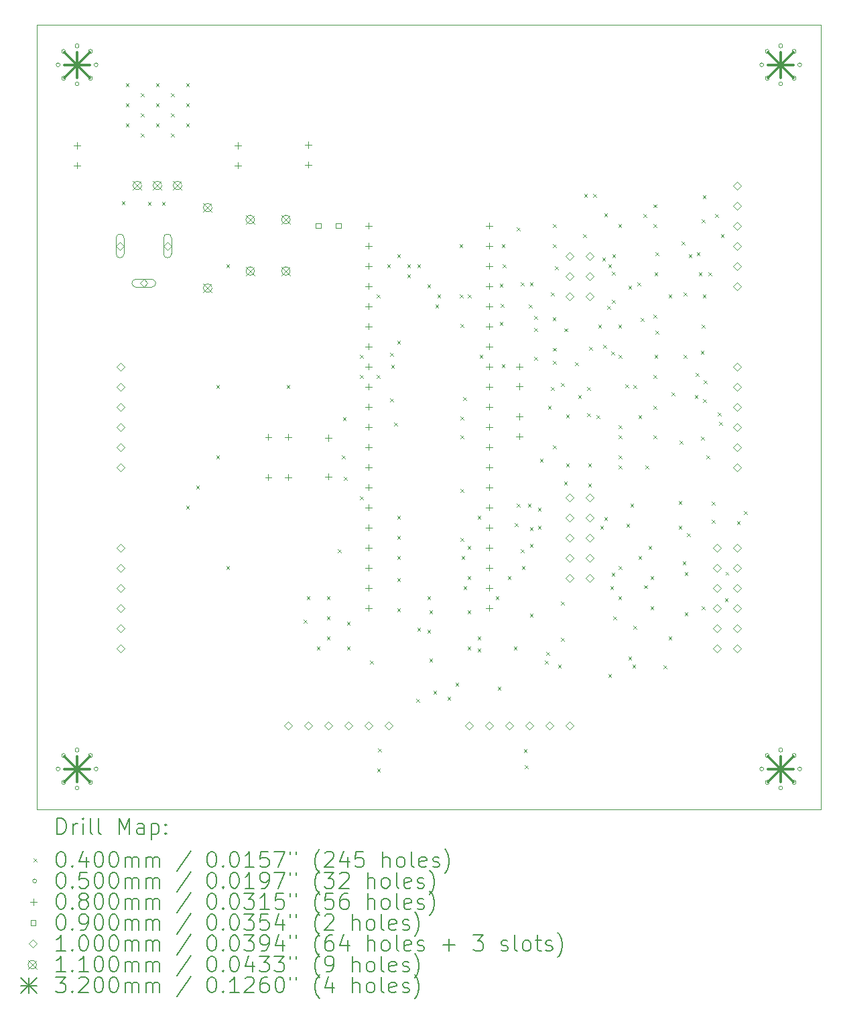
<source format=gbr>
%TF.GenerationSoftware,KiCad,Pcbnew,8.0.5*%
%TF.CreationDate,2024-10-04T16:13:09+02:00*%
%TF.ProjectId,at90s8535,61743930-7338-4353-9335-2e6b69636164,V1.0*%
%TF.SameCoordinates,Original*%
%TF.FileFunction,Drillmap*%
%TF.FilePolarity,Positive*%
%FSLAX45Y45*%
G04 Gerber Fmt 4.5, Leading zero omitted, Abs format (unit mm)*
G04 Created by KiCad (PCBNEW 8.0.5) date 2024-10-04 16:13:09*
%MOMM*%
%LPD*%
G01*
G04 APERTURE LIST*
%ADD10C,0.050000*%
%ADD11C,0.200000*%
%ADD12C,0.100000*%
%ADD13C,0.110000*%
%ADD14C,0.320000*%
G04 APERTURE END LIST*
D10*
X-4953000Y4953000D02*
X4953000Y4953000D01*
X4953000Y-4953000D02*
X-4953000Y-4953000D01*
X-4953000Y-4953000D02*
X-4953000Y4953000D01*
X4953000Y4953000D02*
X4953000Y-4953000D01*
D11*
D12*
X-3880800Y2725100D02*
X-3840800Y2685100D01*
X-3840800Y2725100D02*
X-3880800Y2685100D01*
X-3830000Y4211000D02*
X-3790000Y4171000D01*
X-3790000Y4211000D02*
X-3830000Y4171000D01*
X-3830000Y3957000D02*
X-3790000Y3917000D01*
X-3790000Y3957000D02*
X-3830000Y3917000D01*
X-3830000Y3703000D02*
X-3790000Y3663000D01*
X-3790000Y3703000D02*
X-3830000Y3663000D01*
X-3639500Y4084000D02*
X-3599500Y4044000D01*
X-3599500Y4084000D02*
X-3639500Y4044000D01*
X-3639500Y3830000D02*
X-3599500Y3790000D01*
X-3599500Y3830000D02*
X-3639500Y3790000D01*
X-3639500Y3576000D02*
X-3599500Y3536000D01*
X-3599500Y3576000D02*
X-3639500Y3536000D01*
X-3550600Y2712400D02*
X-3510600Y2672400D01*
X-3510600Y2712400D02*
X-3550600Y2672400D01*
X-3449000Y4211000D02*
X-3409000Y4171000D01*
X-3409000Y4211000D02*
X-3449000Y4171000D01*
X-3449000Y3957000D02*
X-3409000Y3917000D01*
X-3409000Y3957000D02*
X-3449000Y3917000D01*
X-3449000Y3703000D02*
X-3409000Y3663000D01*
X-3409000Y3703000D02*
X-3449000Y3663000D01*
X-3372800Y2712400D02*
X-3332800Y2672400D01*
X-3332800Y2712400D02*
X-3372800Y2672400D01*
X-3258500Y4084000D02*
X-3218500Y4044000D01*
X-3218500Y4084000D02*
X-3258500Y4044000D01*
X-3258500Y3830000D02*
X-3218500Y3790000D01*
X-3218500Y3830000D02*
X-3258500Y3790000D01*
X-3258500Y3576000D02*
X-3218500Y3536000D01*
X-3218500Y3576000D02*
X-3258500Y3536000D01*
X-3068000Y4211000D02*
X-3028000Y4171000D01*
X-3028000Y4211000D02*
X-3068000Y4171000D01*
X-3068000Y3957000D02*
X-3028000Y3917000D01*
X-3028000Y3957000D02*
X-3068000Y3917000D01*
X-3068000Y3703000D02*
X-3028000Y3663000D01*
X-3028000Y3703000D02*
X-3068000Y3663000D01*
X-3068000Y-1123000D02*
X-3028000Y-1163000D01*
X-3028000Y-1123000D02*
X-3068000Y-1163000D01*
X-2941000Y-869000D02*
X-2901000Y-909000D01*
X-2901000Y-869000D02*
X-2941000Y-909000D01*
X-2687000Y401000D02*
X-2647000Y361000D01*
X-2647000Y401000D02*
X-2687000Y361000D01*
X-2687000Y-488000D02*
X-2647000Y-528000D01*
X-2647000Y-488000D02*
X-2687000Y-528000D01*
X-2560000Y1925000D02*
X-2520000Y1885000D01*
X-2520000Y1925000D02*
X-2560000Y1885000D01*
X-2560000Y-1885000D02*
X-2520000Y-1925000D01*
X-2520000Y-1885000D02*
X-2560000Y-1925000D01*
X-1798000Y401000D02*
X-1758000Y361000D01*
X-1758000Y401000D02*
X-1798000Y361000D01*
X-1582100Y-2558100D02*
X-1542100Y-2598100D01*
X-1542100Y-2558100D02*
X-1582100Y-2598100D01*
X-1544000Y-2266000D02*
X-1504000Y-2306000D01*
X-1504000Y-2266000D02*
X-1544000Y-2306000D01*
X-1417000Y-2901000D02*
X-1377000Y-2941000D01*
X-1377000Y-2901000D02*
X-1417000Y-2941000D01*
X-1290000Y-2266000D02*
X-1250000Y-2306000D01*
X-1250000Y-2266000D02*
X-1290000Y-2306000D01*
X-1290000Y-2520000D02*
X-1250000Y-2560000D01*
X-1250000Y-2520000D02*
X-1290000Y-2560000D01*
X-1290000Y-2774000D02*
X-1250000Y-2814000D01*
X-1250000Y-2774000D02*
X-1290000Y-2814000D01*
X-1150300Y-1669100D02*
X-1110300Y-1709100D01*
X-1110300Y-1669100D02*
X-1150300Y-1709100D01*
X-1099500Y-488000D02*
X-1059500Y-528000D01*
X-1059500Y-488000D02*
X-1099500Y-528000D01*
X-1086800Y-5400D02*
X-1046800Y-45400D01*
X-1046800Y-5400D02*
X-1086800Y-45400D01*
X-1074100Y-754700D02*
X-1034100Y-794700D01*
X-1034100Y-754700D02*
X-1074100Y-794700D01*
X-1036000Y-2583500D02*
X-996000Y-2623500D01*
X-996000Y-2583500D02*
X-1036000Y-2623500D01*
X-1036000Y-2901000D02*
X-996000Y-2941000D01*
X-996000Y-2901000D02*
X-1036000Y-2941000D01*
X-870900Y782000D02*
X-830900Y742000D01*
X-830900Y782000D02*
X-870900Y742000D01*
X-870900Y528000D02*
X-830900Y488000D01*
X-830900Y528000D02*
X-870900Y488000D01*
X-870900Y-1001750D02*
X-830900Y-1041750D01*
X-830900Y-1001750D02*
X-870900Y-1041750D01*
X-743900Y-3078800D02*
X-703900Y-3118800D01*
X-703900Y-3078800D02*
X-743900Y-3118800D01*
X-660750Y1544000D02*
X-620750Y1504000D01*
X-620750Y1544000D02*
X-660750Y1504000D01*
X-660750Y528000D02*
X-620750Y488000D01*
X-620750Y528000D02*
X-660750Y488000D01*
X-655000Y-4437700D02*
X-615000Y-4477700D01*
X-615000Y-4437700D02*
X-655000Y-4477700D01*
X-642300Y-4183700D02*
X-602300Y-4223700D01*
X-602300Y-4183700D02*
X-642300Y-4223700D01*
X-528000Y1925000D02*
X-488000Y1885000D01*
X-488000Y1925000D02*
X-528000Y1885000D01*
X-489900Y807400D02*
X-449900Y767400D01*
X-449900Y807400D02*
X-489900Y767400D01*
X-489900Y235900D02*
X-449900Y195900D01*
X-449900Y235900D02*
X-489900Y195900D01*
X-477200Y654500D02*
X-437200Y614500D01*
X-437200Y654500D02*
X-477200Y614500D01*
X-439100Y-68900D02*
X-399100Y-108900D01*
X-399100Y-68900D02*
X-439100Y-108900D01*
X-401000Y2052000D02*
X-361000Y2012000D01*
X-361000Y2052000D02*
X-401000Y2012000D01*
X-401000Y959800D02*
X-361000Y919800D01*
X-361000Y959800D02*
X-401000Y919800D01*
X-401000Y-1250000D02*
X-361000Y-1290000D01*
X-361000Y-1250000D02*
X-401000Y-1290000D01*
X-401000Y-1504000D02*
X-361000Y-1544000D01*
X-361000Y-1504000D02*
X-401000Y-1544000D01*
X-401000Y-1758000D02*
X-361000Y-1798000D01*
X-361000Y-1758000D02*
X-401000Y-1798000D01*
X-401000Y-2037400D02*
X-361000Y-2077400D01*
X-361000Y-2037400D02*
X-401000Y-2077400D01*
X-401000Y-2418400D02*
X-361000Y-2458400D01*
X-361000Y-2418400D02*
X-401000Y-2458400D01*
X-274000Y1925000D02*
X-234000Y1885000D01*
X-234000Y1925000D02*
X-274000Y1885000D01*
X-274000Y1798000D02*
X-234000Y1758000D01*
X-234000Y1798000D02*
X-274000Y1758000D01*
X-159700Y-3561400D02*
X-119700Y-3601400D01*
X-119700Y-3561400D02*
X-159700Y-3601400D01*
X-147000Y1925000D02*
X-107000Y1885000D01*
X-107000Y1925000D02*
X-147000Y1885000D01*
X-147000Y-2665450D02*
X-107000Y-2705450D01*
X-107000Y-2665450D02*
X-147000Y-2705450D01*
X-20000Y1671000D02*
X20000Y1631000D01*
X20000Y1671000D02*
X-20000Y1631000D01*
X-20000Y-2266000D02*
X20000Y-2306000D01*
X20000Y-2266000D02*
X-20000Y-2306000D01*
X-20000Y-2685100D02*
X20000Y-2725100D01*
X20000Y-2685100D02*
X-20000Y-2725100D01*
X5400Y-2443800D02*
X45400Y-2483800D01*
X45400Y-2443800D02*
X5400Y-2483800D01*
X5400Y-3053400D02*
X45400Y-3093400D01*
X45400Y-3053400D02*
X5400Y-3093400D01*
X56200Y-3459800D02*
X96200Y-3499800D01*
X96200Y-3459800D02*
X56200Y-3499800D01*
X81600Y1417000D02*
X121600Y1377000D01*
X121600Y1417000D02*
X81600Y1377000D01*
X107000Y1544000D02*
X147000Y1504000D01*
X147000Y1544000D02*
X107000Y1504000D01*
X234000Y-3536000D02*
X274000Y-3576000D01*
X274000Y-3536000D02*
X234000Y-3576000D01*
X335600Y-3358200D02*
X375600Y-3398200D01*
X375600Y-3358200D02*
X335600Y-3398200D01*
X386400Y2179000D02*
X426400Y2139000D01*
X426400Y2179000D02*
X386400Y2139000D01*
X392150Y1544000D02*
X432150Y1504000D01*
X432150Y1544000D02*
X392150Y1504000D01*
X399100Y1175700D02*
X439100Y1135700D01*
X439100Y1175700D02*
X399100Y1135700D01*
X399100Y7300D02*
X439100Y-32700D01*
X439100Y7300D02*
X399100Y-32700D01*
X399100Y-234000D02*
X439100Y-274000D01*
X439100Y-234000D02*
X399100Y-274000D01*
X399100Y-907100D02*
X439100Y-947100D01*
X439100Y-907100D02*
X399100Y-947100D01*
X399100Y-1529400D02*
X439100Y-1569400D01*
X439100Y-1529400D02*
X399100Y-1569400D01*
X411800Y-1758000D02*
X451800Y-1798000D01*
X451800Y-1758000D02*
X411800Y-1798000D01*
X431450Y248600D02*
X471450Y208600D01*
X471450Y248600D02*
X431450Y208600D01*
X437200Y-2139000D02*
X477200Y-2179000D01*
X477200Y-2139000D02*
X437200Y-2179000D01*
X488000Y-1631000D02*
X528000Y-1671000D01*
X528000Y-1631000D02*
X488000Y-1671000D01*
X488000Y-2012000D02*
X528000Y-2052000D01*
X528000Y-2012000D02*
X488000Y-2052000D01*
X488000Y-2443800D02*
X528000Y-2483800D01*
X528000Y-2443800D02*
X488000Y-2483800D01*
X488000Y-2901000D02*
X528000Y-2941000D01*
X528000Y-2901000D02*
X488000Y-2941000D01*
X492100Y1544000D02*
X532100Y1504000D01*
X532100Y1544000D02*
X492100Y1504000D01*
X615000Y-1250000D02*
X655000Y-1290000D01*
X655000Y-1250000D02*
X615000Y-1290000D01*
X615000Y-2774000D02*
X655000Y-2814000D01*
X655000Y-2774000D02*
X615000Y-2814000D01*
X615000Y-2926400D02*
X655000Y-2966400D01*
X655000Y-2926400D02*
X615000Y-2966400D01*
X640400Y782000D02*
X680400Y742000D01*
X680400Y782000D02*
X640400Y742000D01*
X843600Y-2266000D02*
X883600Y-2306000D01*
X883600Y-2266000D02*
X843600Y-2306000D01*
X869000Y-3409000D02*
X909000Y-3449000D01*
X909000Y-3409000D02*
X869000Y-3449000D01*
X894400Y1683700D02*
X934400Y1643700D01*
X934400Y1683700D02*
X894400Y1643700D01*
X894400Y1201100D02*
X934400Y1161100D01*
X934400Y1201100D02*
X894400Y1161100D01*
X907100Y1429700D02*
X947100Y1389700D01*
X947100Y1429700D02*
X907100Y1389700D01*
X919800Y2179000D02*
X959800Y2139000D01*
X959800Y2179000D02*
X919800Y2139000D01*
X919800Y667700D02*
X959800Y627700D01*
X959800Y667700D02*
X919800Y627700D01*
X932500Y1925000D02*
X972500Y1885000D01*
X972500Y1925000D02*
X932500Y1885000D01*
X996000Y-2012000D02*
X1036000Y-2052000D01*
X1036000Y-2012000D02*
X996000Y-2052000D01*
X1072200Y-2901000D02*
X1112200Y-2941000D01*
X1112200Y-2901000D02*
X1072200Y-2941000D01*
X1084900Y-1338900D02*
X1124900Y-1378900D01*
X1124900Y-1338900D02*
X1084900Y-1378900D01*
X1110300Y2394900D02*
X1150300Y2354900D01*
X1150300Y2394900D02*
X1110300Y2354900D01*
X1110300Y-1097600D02*
X1150300Y-1137600D01*
X1150300Y-1097600D02*
X1110300Y-1137600D01*
X1161100Y1696400D02*
X1201100Y1656400D01*
X1201100Y1696400D02*
X1161100Y1656400D01*
X1161100Y-1669100D02*
X1201100Y-1709100D01*
X1201100Y-1669100D02*
X1161100Y-1709100D01*
X1173800Y-1885000D02*
X1213800Y-1925000D01*
X1213800Y-1885000D02*
X1173800Y-1925000D01*
X1199200Y-4196400D02*
X1239200Y-4236400D01*
X1239200Y-4196400D02*
X1199200Y-4236400D01*
X1211900Y-4399600D02*
X1251900Y-4439600D01*
X1251900Y-4399600D02*
X1211900Y-4439600D01*
X1250000Y-1097600D02*
X1290000Y-1137600D01*
X1290000Y-1097600D02*
X1250000Y-1137600D01*
X1262700Y1417000D02*
X1302700Y1377000D01*
X1302700Y1417000D02*
X1262700Y1377000D01*
X1275400Y1696400D02*
X1315400Y1656400D01*
X1315400Y1696400D02*
X1275400Y1656400D01*
X1275400Y-1389700D02*
X1315400Y-1429700D01*
X1315400Y-1389700D02*
X1275400Y-1429700D01*
X1275400Y-1605600D02*
X1315400Y-1645600D01*
X1315400Y-1605600D02*
X1275400Y-1645600D01*
X1275400Y-2481900D02*
X1315400Y-2521900D01*
X1315400Y-2481900D02*
X1275400Y-2521900D01*
X1333150Y1273918D02*
X1373150Y1233918D01*
X1373150Y1273918D02*
X1333150Y1233918D01*
X1333150Y1124900D02*
X1373150Y1084900D01*
X1373150Y1124900D02*
X1333150Y1084900D01*
X1333150Y756600D02*
X1373150Y716600D01*
X1373150Y756600D02*
X1333150Y716600D01*
X1377000Y-1148400D02*
X1417000Y-1188400D01*
X1417000Y-1148400D02*
X1377000Y-1188400D01*
X1377000Y-1377000D02*
X1417000Y-1417000D01*
X1417000Y-1377000D02*
X1377000Y-1417000D01*
X1402400Y-526100D02*
X1442400Y-566100D01*
X1442400Y-526100D02*
X1402400Y-566100D01*
X1465900Y-3078800D02*
X1505900Y-3118800D01*
X1505900Y-3078800D02*
X1465900Y-3118800D01*
X1485550Y-2964500D02*
X1525550Y-3004500D01*
X1525550Y-2964500D02*
X1485550Y-3004500D01*
X1504000Y141832D02*
X1544000Y101832D01*
X1544000Y141832D02*
X1504000Y101832D01*
X1542100Y1569400D02*
X1582100Y1529400D01*
X1582100Y1569400D02*
X1542100Y1529400D01*
X1542100Y375600D02*
X1582100Y335600D01*
X1582100Y375600D02*
X1542100Y335600D01*
X1562216Y1258850D02*
X1602216Y1218850D01*
X1602216Y1258850D02*
X1562216Y1218850D01*
X1567050Y872203D02*
X1607050Y832203D01*
X1607050Y872203D02*
X1567050Y832203D01*
X1567050Y708127D02*
X1607050Y668127D01*
X1607050Y708127D02*
X1567050Y668127D01*
X1567500Y2433000D02*
X1607500Y2393000D01*
X1607500Y2433000D02*
X1567500Y2393000D01*
X1567500Y2179000D02*
X1607500Y2139000D01*
X1607500Y2179000D02*
X1567500Y2139000D01*
X1567500Y-361000D02*
X1607500Y-401000D01*
X1607500Y-361000D02*
X1567500Y-401000D01*
X1592900Y1899600D02*
X1632900Y1859600D01*
X1632900Y1899600D02*
X1592900Y1859600D01*
X1631000Y-3129600D02*
X1671000Y-3169600D01*
X1671000Y-3129600D02*
X1631000Y-3169600D01*
X1669100Y426400D02*
X1709100Y386400D01*
X1709100Y426400D02*
X1669100Y386400D01*
X1669100Y-2329500D02*
X1709100Y-2369500D01*
X1709100Y-2329500D02*
X1669100Y-2369500D01*
X1669100Y-2786700D02*
X1709100Y-2826700D01*
X1709100Y-2786700D02*
X1669100Y-2826700D01*
X1707200Y-818200D02*
X1747200Y-858200D01*
X1747200Y-818200D02*
X1707200Y-858200D01*
X1712950Y1118651D02*
X1752950Y1078651D01*
X1752950Y1118651D02*
X1712950Y1078651D01*
X1732600Y32700D02*
X1772600Y-7300D01*
X1772600Y32700D02*
X1732600Y-7300D01*
X1732600Y-589600D02*
X1772600Y-629600D01*
X1772600Y-589600D02*
X1732600Y-629600D01*
X1846900Y693100D02*
X1886900Y653100D01*
X1886900Y693100D02*
X1846900Y653100D01*
X1885000Y274000D02*
X1925000Y234000D01*
X1925000Y274000D02*
X1885000Y234000D01*
X1948500Y2306000D02*
X1988500Y2266000D01*
X1988500Y2306000D02*
X1948500Y2266000D01*
X1961200Y2814000D02*
X2001200Y2774000D01*
X2001200Y2814000D02*
X1961200Y2774000D01*
X1999300Y375600D02*
X2039300Y335600D01*
X2039300Y375600D02*
X1999300Y335600D01*
X1999300Y45400D02*
X2039300Y5400D01*
X2039300Y45400D02*
X1999300Y5400D01*
X2012000Y-589600D02*
X2052000Y-629600D01*
X2052000Y-589600D02*
X2012000Y-629600D01*
X2012000Y-843600D02*
X2052000Y-883600D01*
X2052000Y-843600D02*
X2012000Y-883600D01*
X2024700Y883600D02*
X2064700Y843600D01*
X2064700Y883600D02*
X2024700Y843600D01*
X2076297Y2814797D02*
X2116298Y2774798D01*
X2116298Y2814797D02*
X2076297Y2774798D01*
X2120550Y20127D02*
X2160550Y-19873D01*
X2160550Y20127D02*
X2120550Y-19873D01*
X2139000Y1163000D02*
X2179000Y1123000D01*
X2179000Y1163000D02*
X2139000Y1123000D01*
X2164400Y-1377000D02*
X2204400Y-1417000D01*
X2204400Y-1377000D02*
X2164400Y-1417000D01*
X2189800Y2013900D02*
X2229800Y1973900D01*
X2229800Y2013900D02*
X2189800Y1973900D01*
X2202500Y909000D02*
X2242500Y869000D01*
X2242500Y909000D02*
X2202500Y869000D01*
X2215200Y2572700D02*
X2255200Y2532700D01*
X2255200Y2572700D02*
X2215200Y2532700D01*
X2215200Y-1262700D02*
X2255200Y-1302700D01*
X2255200Y-1262700D02*
X2215200Y-1302700D01*
X2251650Y1400115D02*
X2291650Y1360115D01*
X2291650Y1400115D02*
X2251650Y1360115D01*
X2266000Y1925000D02*
X2306000Y1885000D01*
X2306000Y1925000D02*
X2266000Y1885000D01*
X2266000Y-3243900D02*
X2306000Y-3283900D01*
X2306000Y-3243900D02*
X2266000Y-3283900D01*
X2291400Y-2139000D02*
X2331400Y-2179000D01*
X2331400Y-2139000D02*
X2291400Y-2179000D01*
X2304566Y828577D02*
X2344566Y788577D01*
X2344566Y828577D02*
X2304566Y788577D01*
X2307465Y-1970535D02*
X2347465Y-2010535D01*
X2347465Y-1970535D02*
X2307465Y-2010535D01*
X2311050Y1831980D02*
X2351050Y1791980D01*
X2351050Y1831980D02*
X2311050Y1791980D01*
X2311050Y1480500D02*
X2351050Y1440500D01*
X2351050Y1480500D02*
X2311050Y1440500D01*
X2316800Y2052000D02*
X2356800Y2012000D01*
X2356800Y2052000D02*
X2316800Y2012000D01*
X2329500Y-2520000D02*
X2369500Y-2560000D01*
X2369500Y-2520000D02*
X2329500Y-2560000D01*
X2393000Y2433000D02*
X2433000Y2393000D01*
X2433000Y2433000D02*
X2393000Y2393000D01*
X2393000Y1163000D02*
X2433000Y1123000D01*
X2433000Y1163000D02*
X2393000Y1123000D01*
X2393000Y-2266000D02*
X2433000Y-2306000D01*
X2433000Y-2266000D02*
X2393000Y-2306000D01*
X2398750Y782000D02*
X2438750Y742000D01*
X2438750Y782000D02*
X2398750Y742000D01*
X2398750Y-107000D02*
X2438750Y-147000D01*
X2438750Y-107000D02*
X2398750Y-147000D01*
X2398750Y-234000D02*
X2438750Y-274000D01*
X2438750Y-234000D02*
X2398750Y-274000D01*
X2398750Y-488000D02*
X2438750Y-528000D01*
X2438750Y-488000D02*
X2398750Y-528000D01*
X2398750Y-615000D02*
X2438750Y-655000D01*
X2438750Y-615000D02*
X2398750Y-655000D01*
X2398750Y-1885000D02*
X2438750Y-1925000D01*
X2438750Y-1885000D02*
X2398750Y-1925000D01*
X2481900Y413700D02*
X2521900Y373700D01*
X2521900Y413700D02*
X2481900Y373700D01*
X2494600Y-1351600D02*
X2534600Y-1391600D01*
X2534600Y-1351600D02*
X2494600Y-1391600D01*
X2520000Y1658300D02*
X2560000Y1618300D01*
X2560000Y1658300D02*
X2520000Y1618300D01*
X2520000Y-3028000D02*
X2560000Y-3068000D01*
X2560000Y-3028000D02*
X2520000Y-3068000D01*
X2545400Y-1097600D02*
X2585400Y-1137600D01*
X2585400Y-1097600D02*
X2545400Y-1137600D01*
X2570800Y-3129600D02*
X2610800Y-3169600D01*
X2610800Y-3129600D02*
X2570800Y-3169600D01*
X2583500Y401000D02*
X2623500Y361000D01*
X2623500Y401000D02*
X2583500Y361000D01*
X2583500Y-2634300D02*
X2623500Y-2674300D01*
X2623500Y-2634300D02*
X2583500Y-2674300D01*
X2634300Y1696400D02*
X2674300Y1656400D01*
X2674300Y1696400D02*
X2634300Y1656400D01*
X2647000Y20000D02*
X2687000Y-20000D01*
X2687000Y20000D02*
X2647000Y-20000D01*
X2647000Y-1758000D02*
X2687000Y-1798000D01*
X2687000Y-1758000D02*
X2647000Y-1798000D01*
X2675600Y1248700D02*
X2715600Y1208700D01*
X2715600Y1248700D02*
X2675600Y1208700D01*
X2710500Y2560000D02*
X2750500Y2520000D01*
X2750500Y2560000D02*
X2710500Y2520000D01*
X2717450Y-2123746D02*
X2757450Y-2163746D01*
X2757450Y-2123746D02*
X2717450Y-2163746D01*
X2735900Y-615000D02*
X2775900Y-655000D01*
X2775900Y-615000D02*
X2735900Y-655000D01*
X2774000Y-1631000D02*
X2814000Y-1671000D01*
X2814000Y-1631000D02*
X2774000Y-1671000D01*
X2799400Y-2012000D02*
X2839400Y-2052000D01*
X2839400Y-2012000D02*
X2799400Y-2052000D01*
X2799400Y-2393000D02*
X2839400Y-2433000D01*
X2839400Y-2393000D02*
X2799400Y-2433000D01*
X2837077Y141832D02*
X2877077Y101832D01*
X2877077Y141832D02*
X2837077Y101832D01*
X2837500Y2684050D02*
X2877500Y2644050D01*
X2877500Y2684050D02*
X2837500Y2644050D01*
X2837500Y2433000D02*
X2877500Y2393000D01*
X2877500Y2433000D02*
X2837500Y2393000D01*
X2837500Y1290000D02*
X2877500Y1250000D01*
X2877500Y1290000D02*
X2837500Y1250000D01*
X2837500Y528000D02*
X2877500Y488000D01*
X2877500Y528000D02*
X2837500Y488000D01*
X2837500Y-234000D02*
X2877500Y-274000D01*
X2877500Y-234000D02*
X2837500Y-274000D01*
X2850200Y1823400D02*
X2890200Y1783400D01*
X2890200Y1823400D02*
X2850200Y1783400D01*
X2850200Y782000D02*
X2890200Y742000D01*
X2890200Y782000D02*
X2850200Y742000D01*
X2862900Y2077400D02*
X2902900Y2037400D01*
X2902900Y2077400D02*
X2862900Y2037400D01*
X2865301Y1086133D02*
X2905301Y1046133D01*
X2905301Y1086133D02*
X2865301Y1046133D01*
X2964500Y-3135350D02*
X3004500Y-3175350D01*
X3004500Y-3135350D02*
X2964500Y-3175350D01*
X3028000Y1544000D02*
X3068000Y1504000D01*
X3068000Y1544000D02*
X3028000Y1504000D01*
X3028000Y-2774000D02*
X3068000Y-2814000D01*
X3068000Y-2774000D02*
X3028000Y-2814000D01*
X3066100Y312100D02*
X3106100Y272100D01*
X3106100Y312100D02*
X3066100Y272100D01*
X3155000Y-1059500D02*
X3195000Y-1099500D01*
X3195000Y-1059500D02*
X3155000Y-1099500D01*
X3155000Y-1377000D02*
X3195000Y-1417000D01*
X3195000Y-1377000D02*
X3155000Y-1417000D01*
X3167700Y-297500D02*
X3207700Y-337500D01*
X3207700Y-297500D02*
X3167700Y-337500D01*
X3193100Y2217100D02*
X3233100Y2177100D01*
X3233100Y2217100D02*
X3193100Y2177100D01*
X3205800Y-1821500D02*
X3245800Y-1861500D01*
X3245800Y-1821500D02*
X3205800Y-1861500D01*
X3218500Y1569400D02*
X3258500Y1529400D01*
X3258500Y1569400D02*
X3218500Y1529400D01*
X3218500Y782000D02*
X3258500Y742000D01*
X3258500Y782000D02*
X3218500Y742000D01*
X3231200Y-1961200D02*
X3271200Y-2001200D01*
X3271200Y-1961200D02*
X3231200Y-2001200D01*
X3231200Y-2469200D02*
X3271200Y-2509200D01*
X3271200Y-2469200D02*
X3231200Y-2509200D01*
X3263100Y-1465900D02*
X3303100Y-1505900D01*
X3303100Y-1465900D02*
X3263100Y-1505900D01*
X3282000Y2052000D02*
X3322000Y2012000D01*
X3322000Y2052000D02*
X3282000Y2012000D01*
X3358200Y274000D02*
X3398200Y234000D01*
X3398200Y274000D02*
X3358200Y234000D01*
X3370900Y553400D02*
X3410900Y513400D01*
X3410900Y553400D02*
X3370900Y513400D01*
X3383600Y2077400D02*
X3423600Y2037400D01*
X3423600Y2077400D02*
X3383600Y2037400D01*
X3409000Y1823400D02*
X3449000Y1783400D01*
X3449000Y1823400D02*
X3409000Y1783400D01*
X3434400Y832800D02*
X3474400Y792800D01*
X3474400Y832800D02*
X3434400Y792800D01*
X3440900Y-249071D02*
X3480900Y-289071D01*
X3480900Y-249071D02*
X3440900Y-289071D01*
X3447100Y2496500D02*
X3487100Y2456500D01*
X3487100Y2496500D02*
X3447100Y2456500D01*
X3447100Y1163000D02*
X3487100Y1123000D01*
X3487100Y1163000D02*
X3447100Y1123000D01*
X3447100Y-2393000D02*
X3487100Y-2433000D01*
X3487100Y-2393000D02*
X3447100Y-2433000D01*
X3459800Y2801300D02*
X3499800Y2761300D01*
X3499800Y2801300D02*
X3459800Y2761300D01*
X3459800Y1544000D02*
X3499800Y1504000D01*
X3499800Y1544000D02*
X3459800Y1504000D01*
X3466300Y223200D02*
X3506300Y183200D01*
X3506300Y223200D02*
X3466300Y183200D01*
X3472500Y464500D02*
X3512500Y424500D01*
X3512500Y464500D02*
X3472500Y424500D01*
X3504850Y-488000D02*
X3544850Y-528000D01*
X3544850Y-488000D02*
X3504850Y-528000D01*
X3530250Y1823400D02*
X3570250Y1783400D01*
X3570250Y1823400D02*
X3530250Y1783400D01*
X3574100Y-1072200D02*
X3614100Y-1112200D01*
X3614100Y-1072200D02*
X3574100Y-1112200D01*
X3574100Y-1300800D02*
X3614100Y-1340800D01*
X3614100Y-1300800D02*
X3574100Y-1340800D01*
X3617950Y2560000D02*
X3657950Y2520000D01*
X3657950Y2560000D02*
X3617950Y2520000D01*
X3650300Y58100D02*
X3690300Y18100D01*
X3690300Y58100D02*
X3650300Y18100D01*
X3667977Y-62328D02*
X3707977Y-102328D01*
X3707977Y-62328D02*
X3667977Y-102328D01*
X3688400Y2306000D02*
X3728400Y2266000D01*
X3728400Y2306000D02*
X3688400Y2266000D01*
X3739200Y-2291400D02*
X3779200Y-2331400D01*
X3779200Y-2291400D02*
X3739200Y-2331400D01*
X3748750Y-1954868D02*
X3788750Y-1994868D01*
X3788750Y-1954868D02*
X3748750Y-1994868D01*
X3891600Y-1313500D02*
X3931600Y-1353500D01*
X3931600Y-1313500D02*
X3891600Y-1353500D01*
X3980500Y-1186500D02*
X4020500Y-1226500D01*
X4020500Y-1186500D02*
X3980500Y-1226500D01*
X-4660000Y4445000D02*
G75*
G02*
X-4710000Y4445000I-25000J0D01*
G01*
X-4710000Y4445000D02*
G75*
G02*
X-4660000Y4445000I25000J0D01*
G01*
X-4660000Y-4445000D02*
G75*
G02*
X-4710000Y-4445000I-25000J0D01*
G01*
X-4710000Y-4445000D02*
G75*
G02*
X-4660000Y-4445000I25000J0D01*
G01*
X-4589706Y4614706D02*
G75*
G02*
X-4639706Y4614706I-25000J0D01*
G01*
X-4639706Y4614706D02*
G75*
G02*
X-4589706Y4614706I25000J0D01*
G01*
X-4589706Y4275294D02*
G75*
G02*
X-4639706Y4275294I-25000J0D01*
G01*
X-4639706Y4275294D02*
G75*
G02*
X-4589706Y4275294I25000J0D01*
G01*
X-4589706Y-4275294D02*
G75*
G02*
X-4639706Y-4275294I-25000J0D01*
G01*
X-4639706Y-4275294D02*
G75*
G02*
X-4589706Y-4275294I25000J0D01*
G01*
X-4589706Y-4614706D02*
G75*
G02*
X-4639706Y-4614706I-25000J0D01*
G01*
X-4639706Y-4614706D02*
G75*
G02*
X-4589706Y-4614706I25000J0D01*
G01*
X-4420000Y4685000D02*
G75*
G02*
X-4470000Y4685000I-25000J0D01*
G01*
X-4470000Y4685000D02*
G75*
G02*
X-4420000Y4685000I25000J0D01*
G01*
X-4420000Y4205000D02*
G75*
G02*
X-4470000Y4205000I-25000J0D01*
G01*
X-4470000Y4205000D02*
G75*
G02*
X-4420000Y4205000I25000J0D01*
G01*
X-4420000Y-4205000D02*
G75*
G02*
X-4470000Y-4205000I-25000J0D01*
G01*
X-4470000Y-4205000D02*
G75*
G02*
X-4420000Y-4205000I25000J0D01*
G01*
X-4420000Y-4685000D02*
G75*
G02*
X-4470000Y-4685000I-25000J0D01*
G01*
X-4470000Y-4685000D02*
G75*
G02*
X-4420000Y-4685000I25000J0D01*
G01*
X-4250294Y4614706D02*
G75*
G02*
X-4300294Y4614706I-25000J0D01*
G01*
X-4300294Y4614706D02*
G75*
G02*
X-4250294Y4614706I25000J0D01*
G01*
X-4250294Y4275294D02*
G75*
G02*
X-4300294Y4275294I-25000J0D01*
G01*
X-4300294Y4275294D02*
G75*
G02*
X-4250294Y4275294I25000J0D01*
G01*
X-4250294Y-4275294D02*
G75*
G02*
X-4300294Y-4275294I-25000J0D01*
G01*
X-4300294Y-4275294D02*
G75*
G02*
X-4250294Y-4275294I25000J0D01*
G01*
X-4250294Y-4614706D02*
G75*
G02*
X-4300294Y-4614706I-25000J0D01*
G01*
X-4300294Y-4614706D02*
G75*
G02*
X-4250294Y-4614706I25000J0D01*
G01*
X-4180000Y4445000D02*
G75*
G02*
X-4230000Y4445000I-25000J0D01*
G01*
X-4230000Y4445000D02*
G75*
G02*
X-4180000Y4445000I25000J0D01*
G01*
X-4180000Y-4445000D02*
G75*
G02*
X-4230000Y-4445000I-25000J0D01*
G01*
X-4230000Y-4445000D02*
G75*
G02*
X-4180000Y-4445000I25000J0D01*
G01*
X4230000Y4445000D02*
G75*
G02*
X4180000Y4445000I-25000J0D01*
G01*
X4180000Y4445000D02*
G75*
G02*
X4230000Y4445000I25000J0D01*
G01*
X4230000Y-4445000D02*
G75*
G02*
X4180000Y-4445000I-25000J0D01*
G01*
X4180000Y-4445000D02*
G75*
G02*
X4230000Y-4445000I25000J0D01*
G01*
X4300294Y4614706D02*
G75*
G02*
X4250294Y4614706I-25000J0D01*
G01*
X4250294Y4614706D02*
G75*
G02*
X4300294Y4614706I25000J0D01*
G01*
X4300294Y4275294D02*
G75*
G02*
X4250294Y4275294I-25000J0D01*
G01*
X4250294Y4275294D02*
G75*
G02*
X4300294Y4275294I25000J0D01*
G01*
X4300294Y-4275294D02*
G75*
G02*
X4250294Y-4275294I-25000J0D01*
G01*
X4250294Y-4275294D02*
G75*
G02*
X4300294Y-4275294I25000J0D01*
G01*
X4300294Y-4614706D02*
G75*
G02*
X4250294Y-4614706I-25000J0D01*
G01*
X4250294Y-4614706D02*
G75*
G02*
X4300294Y-4614706I25000J0D01*
G01*
X4470000Y4685000D02*
G75*
G02*
X4420000Y4685000I-25000J0D01*
G01*
X4420000Y4685000D02*
G75*
G02*
X4470000Y4685000I25000J0D01*
G01*
X4470000Y4205000D02*
G75*
G02*
X4420000Y4205000I-25000J0D01*
G01*
X4420000Y4205000D02*
G75*
G02*
X4470000Y4205000I25000J0D01*
G01*
X4470000Y-4205000D02*
G75*
G02*
X4420000Y-4205000I-25000J0D01*
G01*
X4420000Y-4205000D02*
G75*
G02*
X4470000Y-4205000I25000J0D01*
G01*
X4470000Y-4685000D02*
G75*
G02*
X4420000Y-4685000I-25000J0D01*
G01*
X4420000Y-4685000D02*
G75*
G02*
X4470000Y-4685000I25000J0D01*
G01*
X4639706Y4614706D02*
G75*
G02*
X4589706Y4614706I-25000J0D01*
G01*
X4589706Y4614706D02*
G75*
G02*
X4639706Y4614706I25000J0D01*
G01*
X4639706Y4275294D02*
G75*
G02*
X4589706Y4275294I-25000J0D01*
G01*
X4589706Y4275294D02*
G75*
G02*
X4639706Y4275294I25000J0D01*
G01*
X4639706Y-4275294D02*
G75*
G02*
X4589706Y-4275294I-25000J0D01*
G01*
X4589706Y-4275294D02*
G75*
G02*
X4639706Y-4275294I25000J0D01*
G01*
X4639706Y-4614706D02*
G75*
G02*
X4589706Y-4614706I-25000J0D01*
G01*
X4589706Y-4614706D02*
G75*
G02*
X4639706Y-4614706I25000J0D01*
G01*
X4710000Y4445000D02*
G75*
G02*
X4660000Y4445000I-25000J0D01*
G01*
X4660000Y4445000D02*
G75*
G02*
X4710000Y4445000I25000J0D01*
G01*
X4710000Y-4445000D02*
G75*
G02*
X4660000Y-4445000I-25000J0D01*
G01*
X4660000Y-4445000D02*
G75*
G02*
X4710000Y-4445000I25000J0D01*
G01*
X-4445000Y3465000D02*
X-4445000Y3385000D01*
X-4485000Y3425000D02*
X-4405000Y3425000D01*
X-4445000Y3215000D02*
X-4445000Y3135000D01*
X-4485000Y3175000D02*
X-4405000Y3175000D01*
X-2413000Y3465000D02*
X-2413000Y3385000D01*
X-2453000Y3425000D02*
X-2373000Y3425000D01*
X-2413000Y3215000D02*
X-2413000Y3135000D01*
X-2453000Y3175000D02*
X-2373000Y3175000D01*
X-2028000Y-214000D02*
X-2028000Y-294000D01*
X-2068000Y-254000D02*
X-1988000Y-254000D01*
X-2028000Y-722000D02*
X-2028000Y-802000D01*
X-2068000Y-762000D02*
X-1988000Y-762000D01*
X-1778000Y-214000D02*
X-1778000Y-294000D01*
X-1818000Y-254000D02*
X-1738000Y-254000D01*
X-1778000Y-722000D02*
X-1778000Y-802000D01*
X-1818000Y-762000D02*
X-1738000Y-762000D01*
X-1524000Y3473762D02*
X-1524000Y3393762D01*
X-1564000Y3433762D02*
X-1484000Y3433762D01*
X-1524000Y3223762D02*
X-1524000Y3143762D01*
X-1564000Y3183762D02*
X-1484000Y3183762D01*
X-1270000Y-225000D02*
X-1270000Y-305000D01*
X-1310000Y-265000D02*
X-1230000Y-265000D01*
X-1270000Y-713000D02*
X-1270000Y-793000D01*
X-1310000Y-753000D02*
X-1230000Y-753000D01*
X-762500Y2452500D02*
X-762500Y2372500D01*
X-802500Y2412500D02*
X-722500Y2412500D01*
X-762500Y2198500D02*
X-762500Y2118500D01*
X-802500Y2158500D02*
X-722500Y2158500D01*
X-762500Y1944500D02*
X-762500Y1864500D01*
X-802500Y1904500D02*
X-722500Y1904500D01*
X-762500Y1690500D02*
X-762500Y1610500D01*
X-802500Y1650500D02*
X-722500Y1650500D01*
X-762500Y1436500D02*
X-762500Y1356500D01*
X-802500Y1396500D02*
X-722500Y1396500D01*
X-762500Y1182500D02*
X-762500Y1102500D01*
X-802500Y1142500D02*
X-722500Y1142500D01*
X-762500Y928500D02*
X-762500Y848500D01*
X-802500Y888500D02*
X-722500Y888500D01*
X-762500Y674500D02*
X-762500Y594500D01*
X-802500Y634500D02*
X-722500Y634500D01*
X-762500Y420500D02*
X-762500Y340500D01*
X-802500Y380500D02*
X-722500Y380500D01*
X-762500Y166500D02*
X-762500Y86500D01*
X-802500Y126500D02*
X-722500Y126500D01*
X-762500Y-87500D02*
X-762500Y-167500D01*
X-802500Y-127500D02*
X-722500Y-127500D01*
X-762500Y-341500D02*
X-762500Y-421500D01*
X-802500Y-381500D02*
X-722500Y-381500D01*
X-762500Y-595500D02*
X-762500Y-675500D01*
X-802500Y-635500D02*
X-722500Y-635500D01*
X-762500Y-849500D02*
X-762500Y-929500D01*
X-802500Y-889500D02*
X-722500Y-889500D01*
X-762500Y-1103500D02*
X-762500Y-1183500D01*
X-802500Y-1143500D02*
X-722500Y-1143500D01*
X-762500Y-1357500D02*
X-762500Y-1437500D01*
X-802500Y-1397500D02*
X-722500Y-1397500D01*
X-762500Y-1611500D02*
X-762500Y-1691500D01*
X-802500Y-1651500D02*
X-722500Y-1651500D01*
X-762500Y-1865500D02*
X-762500Y-1945500D01*
X-802500Y-1905500D02*
X-722500Y-1905500D01*
X-762500Y-2119500D02*
X-762500Y-2199500D01*
X-802500Y-2159500D02*
X-722500Y-2159500D01*
X-762500Y-2373500D02*
X-762500Y-2453500D01*
X-802500Y-2413500D02*
X-722500Y-2413500D01*
X761500Y2452500D02*
X761500Y2372500D01*
X721500Y2412500D02*
X801500Y2412500D01*
X761500Y2198500D02*
X761500Y2118500D01*
X721500Y2158500D02*
X801500Y2158500D01*
X761500Y1944500D02*
X761500Y1864500D01*
X721500Y1904500D02*
X801500Y1904500D01*
X761500Y1690500D02*
X761500Y1610500D01*
X721500Y1650500D02*
X801500Y1650500D01*
X761500Y1436500D02*
X761500Y1356500D01*
X721500Y1396500D02*
X801500Y1396500D01*
X761500Y1182500D02*
X761500Y1102500D01*
X721500Y1142500D02*
X801500Y1142500D01*
X761500Y928500D02*
X761500Y848500D01*
X721500Y888500D02*
X801500Y888500D01*
X761500Y674500D02*
X761500Y594500D01*
X721500Y634500D02*
X801500Y634500D01*
X761500Y420500D02*
X761500Y340500D01*
X721500Y380500D02*
X801500Y380500D01*
X761500Y166500D02*
X761500Y86500D01*
X721500Y126500D02*
X801500Y126500D01*
X761500Y-87500D02*
X761500Y-167500D01*
X721500Y-127500D02*
X801500Y-127500D01*
X761500Y-341500D02*
X761500Y-421500D01*
X721500Y-381500D02*
X801500Y-381500D01*
X761500Y-595500D02*
X761500Y-675500D01*
X721500Y-635500D02*
X801500Y-635500D01*
X761500Y-849500D02*
X761500Y-929500D01*
X721500Y-889500D02*
X801500Y-889500D01*
X761500Y-1103500D02*
X761500Y-1183500D01*
X721500Y-1143500D02*
X801500Y-1143500D01*
X761500Y-1357500D02*
X761500Y-1437500D01*
X721500Y-1397500D02*
X801500Y-1397500D01*
X761500Y-1611500D02*
X761500Y-1691500D01*
X721500Y-1651500D02*
X801500Y-1651500D01*
X761500Y-1865500D02*
X761500Y-1945500D01*
X721500Y-1905500D02*
X801500Y-1905500D01*
X761500Y-2119500D02*
X761500Y-2199500D01*
X721500Y-2159500D02*
X801500Y-2159500D01*
X761500Y-2373500D02*
X761500Y-2453500D01*
X721500Y-2413500D02*
X801500Y-2413500D01*
X1143000Y675000D02*
X1143000Y595000D01*
X1103000Y635000D02*
X1183000Y635000D01*
X1143000Y425000D02*
X1143000Y345000D01*
X1103000Y385000D02*
X1183000Y385000D01*
X1143000Y44000D02*
X1143000Y-36000D01*
X1103000Y4000D02*
X1183000Y4000D01*
X1143000Y-206000D02*
X1143000Y-286000D01*
X1103000Y-246000D02*
X1183000Y-246000D01*
X-1365180Y2381180D02*
X-1365180Y2444820D01*
X-1428820Y2444820D01*
X-1428820Y2381180D01*
X-1365180Y2381180D01*
X-1111180Y2381180D02*
X-1111180Y2444820D01*
X-1174820Y2444820D01*
X-1174820Y2381180D01*
X-1111180Y2381180D01*
X-3902000Y2109000D02*
X-3852000Y2159000D01*
X-3902000Y2209000D01*
X-3952000Y2159000D01*
X-3902000Y2109000D01*
X-3952000Y2259000D02*
X-3952000Y2059000D01*
X-3852000Y2059000D02*
G75*
G02*
X-3952000Y2059000I-50000J0D01*
G01*
X-3852000Y2059000D02*
X-3852000Y2259000D01*
X-3852000Y2259000D02*
G75*
G03*
X-3952000Y2259000I-50000J0D01*
G01*
X-3895750Y585000D02*
X-3845750Y635000D01*
X-3895750Y685000D01*
X-3945750Y635000D01*
X-3895750Y585000D01*
X-3895750Y331000D02*
X-3845750Y381000D01*
X-3895750Y431000D01*
X-3945750Y381000D01*
X-3895750Y331000D01*
X-3895750Y77000D02*
X-3845750Y127000D01*
X-3895750Y177000D01*
X-3945750Y127000D01*
X-3895750Y77000D01*
X-3895750Y-177000D02*
X-3845750Y-127000D01*
X-3895750Y-77000D01*
X-3945750Y-127000D01*
X-3895750Y-177000D01*
X-3895750Y-431000D02*
X-3845750Y-381000D01*
X-3895750Y-331000D01*
X-3945750Y-381000D01*
X-3895750Y-431000D01*
X-3895750Y-685000D02*
X-3845750Y-635000D01*
X-3895750Y-585000D01*
X-3945750Y-635000D01*
X-3895750Y-685000D01*
X-3895750Y-1701000D02*
X-3845750Y-1651000D01*
X-3895750Y-1601000D01*
X-3945750Y-1651000D01*
X-3895750Y-1701000D01*
X-3895750Y-1955000D02*
X-3845750Y-1905000D01*
X-3895750Y-1855000D01*
X-3945750Y-1905000D01*
X-3895750Y-1955000D01*
X-3895750Y-2209000D02*
X-3845750Y-2159000D01*
X-3895750Y-2109000D01*
X-3945750Y-2159000D01*
X-3895750Y-2209000D01*
X-3895750Y-2463000D02*
X-3845750Y-2413000D01*
X-3895750Y-2363000D01*
X-3945750Y-2413000D01*
X-3895750Y-2463000D01*
X-3895750Y-2717000D02*
X-3845750Y-2667000D01*
X-3895750Y-2617000D01*
X-3945750Y-2667000D01*
X-3895750Y-2717000D01*
X-3895750Y-2971000D02*
X-3845750Y-2921000D01*
X-3895750Y-2871000D01*
X-3945750Y-2921000D01*
X-3895750Y-2971000D01*
X-3602000Y1639000D02*
X-3552000Y1689000D01*
X-3602000Y1739000D01*
X-3652000Y1689000D01*
X-3602000Y1639000D01*
X-3702000Y1639000D02*
X-3502000Y1639000D01*
X-3502000Y1739000D02*
G75*
G02*
X-3502000Y1639000I0J-50000D01*
G01*
X-3502000Y1739000D02*
X-3702000Y1739000D01*
X-3702000Y1739000D02*
G75*
G03*
X-3702000Y1639000I0J-50000D01*
G01*
X-3302000Y2109000D02*
X-3252000Y2159000D01*
X-3302000Y2209000D01*
X-3352000Y2159000D01*
X-3302000Y2109000D01*
X-3352000Y2259000D02*
X-3352000Y2059000D01*
X-3252000Y2059000D02*
G75*
G02*
X-3352000Y2059000I-50000J0D01*
G01*
X-3252000Y2059000D02*
X-3252000Y2259000D01*
X-3252000Y2259000D02*
G75*
G03*
X-3352000Y2259000I-50000J0D01*
G01*
X-1778000Y-3945750D02*
X-1728000Y-3895750D01*
X-1778000Y-3845750D01*
X-1828000Y-3895750D01*
X-1778000Y-3945750D01*
X-1524000Y-3945750D02*
X-1474000Y-3895750D01*
X-1524000Y-3845750D01*
X-1574000Y-3895750D01*
X-1524000Y-3945750D01*
X-1270000Y-3945750D02*
X-1220000Y-3895750D01*
X-1270000Y-3845750D01*
X-1320000Y-3895750D01*
X-1270000Y-3945750D01*
X-1016000Y-3945750D02*
X-966000Y-3895750D01*
X-1016000Y-3845750D01*
X-1066000Y-3895750D01*
X-1016000Y-3945750D01*
X-762000Y-3945750D02*
X-712000Y-3895750D01*
X-762000Y-3845750D01*
X-812000Y-3895750D01*
X-762000Y-3945750D01*
X-508000Y-3945750D02*
X-458000Y-3895750D01*
X-508000Y-3845750D01*
X-558000Y-3895750D01*
X-508000Y-3945750D01*
X508000Y-3945750D02*
X558000Y-3895750D01*
X508000Y-3845750D01*
X458000Y-3895750D01*
X508000Y-3945750D01*
X762000Y-3945750D02*
X812000Y-3895750D01*
X762000Y-3845750D01*
X712000Y-3895750D01*
X762000Y-3945750D01*
X1016000Y-3945750D02*
X1066000Y-3895750D01*
X1016000Y-3845750D01*
X966000Y-3895750D01*
X1016000Y-3945750D01*
X1270000Y-3945750D02*
X1320000Y-3895750D01*
X1270000Y-3845750D01*
X1220000Y-3895750D01*
X1270000Y-3945750D01*
X1524000Y-3945750D02*
X1574000Y-3895750D01*
X1524000Y-3845750D01*
X1474000Y-3895750D01*
X1524000Y-3945750D01*
X1778000Y1982000D02*
X1828000Y2032000D01*
X1778000Y2082000D01*
X1728000Y2032000D01*
X1778000Y1982000D01*
X1778000Y1728000D02*
X1828000Y1778000D01*
X1778000Y1828000D01*
X1728000Y1778000D01*
X1778000Y1728000D01*
X1778000Y1474000D02*
X1828000Y1524000D01*
X1778000Y1574000D01*
X1728000Y1524000D01*
X1778000Y1474000D01*
X1778000Y-1066000D02*
X1828000Y-1016000D01*
X1778000Y-966000D01*
X1728000Y-1016000D01*
X1778000Y-1066000D01*
X1778000Y-1320000D02*
X1828000Y-1270000D01*
X1778000Y-1220000D01*
X1728000Y-1270000D01*
X1778000Y-1320000D01*
X1778000Y-1574000D02*
X1828000Y-1524000D01*
X1778000Y-1474000D01*
X1728000Y-1524000D01*
X1778000Y-1574000D01*
X1778000Y-1828000D02*
X1828000Y-1778000D01*
X1778000Y-1728000D01*
X1728000Y-1778000D01*
X1778000Y-1828000D01*
X1778000Y-2082000D02*
X1828000Y-2032000D01*
X1778000Y-1982000D01*
X1728000Y-2032000D01*
X1778000Y-2082000D01*
X1778000Y-3945750D02*
X1828000Y-3895750D01*
X1778000Y-3845750D01*
X1728000Y-3895750D01*
X1778000Y-3945750D01*
X2032000Y1982000D02*
X2082000Y2032000D01*
X2032000Y2082000D01*
X1982000Y2032000D01*
X2032000Y1982000D01*
X2032000Y1728000D02*
X2082000Y1778000D01*
X2032000Y1828000D01*
X1982000Y1778000D01*
X2032000Y1728000D01*
X2032000Y1474000D02*
X2082000Y1524000D01*
X2032000Y1574000D01*
X1982000Y1524000D01*
X2032000Y1474000D01*
X2032000Y-1066000D02*
X2082000Y-1016000D01*
X2032000Y-966000D01*
X1982000Y-1016000D01*
X2032000Y-1066000D01*
X2032000Y-1320000D02*
X2082000Y-1270000D01*
X2032000Y-1220000D01*
X1982000Y-1270000D01*
X2032000Y-1320000D01*
X2032000Y-1574000D02*
X2082000Y-1524000D01*
X2032000Y-1474000D01*
X1982000Y-1524000D01*
X2032000Y-1574000D01*
X2032000Y-1828000D02*
X2082000Y-1778000D01*
X2032000Y-1728000D01*
X1982000Y-1778000D01*
X2032000Y-1828000D01*
X2032000Y-2082000D02*
X2082000Y-2032000D01*
X2032000Y-1982000D01*
X1982000Y-2032000D01*
X2032000Y-2082000D01*
X3641750Y-1701000D02*
X3691750Y-1651000D01*
X3641750Y-1601000D01*
X3591750Y-1651000D01*
X3641750Y-1701000D01*
X3641750Y-1955000D02*
X3691750Y-1905000D01*
X3641750Y-1855000D01*
X3591750Y-1905000D01*
X3641750Y-1955000D01*
X3641750Y-2209000D02*
X3691750Y-2159000D01*
X3641750Y-2109000D01*
X3591750Y-2159000D01*
X3641750Y-2209000D01*
X3641750Y-2463000D02*
X3691750Y-2413000D01*
X3641750Y-2363000D01*
X3591750Y-2413000D01*
X3641750Y-2463000D01*
X3641750Y-2717000D02*
X3691750Y-2667000D01*
X3641750Y-2617000D01*
X3591750Y-2667000D01*
X3641750Y-2717000D01*
X3641750Y-2971000D02*
X3691750Y-2921000D01*
X3641750Y-2871000D01*
X3591750Y-2921000D01*
X3641750Y-2971000D01*
X3895750Y2871000D02*
X3945750Y2921000D01*
X3895750Y2971000D01*
X3845750Y2921000D01*
X3895750Y2871000D01*
X3895750Y2617000D02*
X3945750Y2667000D01*
X3895750Y2717000D01*
X3845750Y2667000D01*
X3895750Y2617000D01*
X3895750Y2363000D02*
X3945750Y2413000D01*
X3895750Y2463000D01*
X3845750Y2413000D01*
X3895750Y2363000D01*
X3895750Y2109000D02*
X3945750Y2159000D01*
X3895750Y2209000D01*
X3845750Y2159000D01*
X3895750Y2109000D01*
X3895750Y1855000D02*
X3945750Y1905000D01*
X3895750Y1955000D01*
X3845750Y1905000D01*
X3895750Y1855000D01*
X3895750Y1601000D02*
X3945750Y1651000D01*
X3895750Y1701000D01*
X3845750Y1651000D01*
X3895750Y1601000D01*
X3895750Y585000D02*
X3945750Y635000D01*
X3895750Y685000D01*
X3845750Y635000D01*
X3895750Y585000D01*
X3895750Y331000D02*
X3945750Y381000D01*
X3895750Y431000D01*
X3845750Y381000D01*
X3895750Y331000D01*
X3895750Y77000D02*
X3945750Y127000D01*
X3895750Y177000D01*
X3845750Y127000D01*
X3895750Y77000D01*
X3895750Y-177000D02*
X3945750Y-127000D01*
X3895750Y-77000D01*
X3845750Y-127000D01*
X3895750Y-177000D01*
X3895750Y-431000D02*
X3945750Y-381000D01*
X3895750Y-331000D01*
X3845750Y-381000D01*
X3895750Y-431000D01*
X3895750Y-685000D02*
X3945750Y-635000D01*
X3895750Y-585000D01*
X3845750Y-635000D01*
X3895750Y-685000D01*
X3895750Y-1701000D02*
X3945750Y-1651000D01*
X3895750Y-1601000D01*
X3845750Y-1651000D01*
X3895750Y-1701000D01*
X3895750Y-1955000D02*
X3945750Y-1905000D01*
X3895750Y-1855000D01*
X3845750Y-1905000D01*
X3895750Y-1955000D01*
X3895750Y-2209000D02*
X3945750Y-2159000D01*
X3895750Y-2109000D01*
X3845750Y-2159000D01*
X3895750Y-2209000D01*
X3895750Y-2463000D02*
X3945750Y-2413000D01*
X3895750Y-2363000D01*
X3845750Y-2413000D01*
X3895750Y-2463000D01*
X3895750Y-2717000D02*
X3945750Y-2667000D01*
X3895750Y-2617000D01*
X3845750Y-2667000D01*
X3895750Y-2717000D01*
X3895750Y-2971000D02*
X3945750Y-2921000D01*
X3895750Y-2871000D01*
X3845750Y-2921000D01*
X3895750Y-2971000D01*
D13*
X-3738000Y2976000D02*
X-3628000Y2866000D01*
X-3628000Y2976000D02*
X-3738000Y2866000D01*
X-3628000Y2921000D02*
G75*
G02*
X-3738000Y2921000I-55000J0D01*
G01*
X-3738000Y2921000D02*
G75*
G02*
X-3628000Y2921000I55000J0D01*
G01*
X-3484000Y2976000D02*
X-3374000Y2866000D01*
X-3374000Y2976000D02*
X-3484000Y2866000D01*
X-3374000Y2921000D02*
G75*
G02*
X-3484000Y2921000I-55000J0D01*
G01*
X-3484000Y2921000D02*
G75*
G02*
X-3374000Y2921000I55000J0D01*
G01*
X-3230000Y2976000D02*
X-3120000Y2866000D01*
X-3120000Y2976000D02*
X-3230000Y2866000D01*
X-3120000Y2921000D02*
G75*
G02*
X-3230000Y2921000I-55000J0D01*
G01*
X-3230000Y2921000D02*
G75*
G02*
X-3120000Y2921000I55000J0D01*
G01*
X-2849000Y2696600D02*
X-2739000Y2586600D01*
X-2739000Y2696600D02*
X-2849000Y2586600D01*
X-2739000Y2641600D02*
G75*
G02*
X-2849000Y2641600I-55000J0D01*
G01*
X-2849000Y2641600D02*
G75*
G02*
X-2739000Y2641600I55000J0D01*
G01*
X-2849000Y1680600D02*
X-2739000Y1570600D01*
X-2739000Y1680600D02*
X-2849000Y1570600D01*
X-2739000Y1625600D02*
G75*
G02*
X-2849000Y1625600I-55000J0D01*
G01*
X-2849000Y1625600D02*
G75*
G02*
X-2739000Y1625600I55000J0D01*
G01*
X-2312000Y2546500D02*
X-2202000Y2436500D01*
X-2202000Y2546500D02*
X-2312000Y2436500D01*
X-2202000Y2491500D02*
G75*
G02*
X-2312000Y2491500I-55000J0D01*
G01*
X-2312000Y2491500D02*
G75*
G02*
X-2202000Y2491500I55000J0D01*
G01*
X-2312000Y1896500D02*
X-2202000Y1786500D01*
X-2202000Y1896500D02*
X-2312000Y1786500D01*
X-2202000Y1841500D02*
G75*
G02*
X-2312000Y1841500I-55000J0D01*
G01*
X-2312000Y1841500D02*
G75*
G02*
X-2202000Y1841500I55000J0D01*
G01*
X-1862000Y2546500D02*
X-1752000Y2436500D01*
X-1752000Y2546500D02*
X-1862000Y2436500D01*
X-1752000Y2491500D02*
G75*
G02*
X-1862000Y2491500I-55000J0D01*
G01*
X-1862000Y2491500D02*
G75*
G02*
X-1752000Y2491500I55000J0D01*
G01*
X-1862000Y1896500D02*
X-1752000Y1786500D01*
X-1752000Y1896500D02*
X-1862000Y1786500D01*
X-1752000Y1841500D02*
G75*
G02*
X-1862000Y1841500I-55000J0D01*
G01*
X-1862000Y1841500D02*
G75*
G02*
X-1752000Y1841500I55000J0D01*
G01*
D14*
X-4605000Y4605000D02*
X-4285000Y4285000D01*
X-4285000Y4605000D02*
X-4605000Y4285000D01*
X-4445000Y4605000D02*
X-4445000Y4285000D01*
X-4605000Y4445000D02*
X-4285000Y4445000D01*
X-4605000Y-4285000D02*
X-4285000Y-4605000D01*
X-4285000Y-4285000D02*
X-4605000Y-4605000D01*
X-4445000Y-4285000D02*
X-4445000Y-4605000D01*
X-4605000Y-4445000D02*
X-4285000Y-4445000D01*
X4285000Y4605000D02*
X4605000Y4285000D01*
X4605000Y4605000D02*
X4285000Y4285000D01*
X4445000Y4605000D02*
X4445000Y4285000D01*
X4285000Y4445000D02*
X4605000Y4445000D01*
X4285000Y-4285000D02*
X4605000Y-4605000D01*
X4605000Y-4285000D02*
X4285000Y-4605000D01*
X4445000Y-4285000D02*
X4445000Y-4605000D01*
X4285000Y-4445000D02*
X4605000Y-4445000D01*
D11*
X-4694723Y-5266984D02*
X-4694723Y-5066984D01*
X-4694723Y-5066984D02*
X-4647104Y-5066984D01*
X-4647104Y-5066984D02*
X-4618533Y-5076508D01*
X-4618533Y-5076508D02*
X-4599485Y-5095555D01*
X-4599485Y-5095555D02*
X-4589961Y-5114603D01*
X-4589961Y-5114603D02*
X-4580437Y-5152698D01*
X-4580437Y-5152698D02*
X-4580437Y-5181270D01*
X-4580437Y-5181270D02*
X-4589961Y-5219365D01*
X-4589961Y-5219365D02*
X-4599485Y-5238412D01*
X-4599485Y-5238412D02*
X-4618533Y-5257460D01*
X-4618533Y-5257460D02*
X-4647104Y-5266984D01*
X-4647104Y-5266984D02*
X-4694723Y-5266984D01*
X-4494723Y-5266984D02*
X-4494723Y-5133650D01*
X-4494723Y-5171746D02*
X-4485199Y-5152698D01*
X-4485199Y-5152698D02*
X-4475676Y-5143174D01*
X-4475676Y-5143174D02*
X-4456628Y-5133650D01*
X-4456628Y-5133650D02*
X-4437580Y-5133650D01*
X-4370914Y-5266984D02*
X-4370914Y-5133650D01*
X-4370914Y-5066984D02*
X-4380437Y-5076508D01*
X-4380437Y-5076508D02*
X-4370914Y-5086031D01*
X-4370914Y-5086031D02*
X-4361390Y-5076508D01*
X-4361390Y-5076508D02*
X-4370914Y-5066984D01*
X-4370914Y-5066984D02*
X-4370914Y-5086031D01*
X-4247104Y-5266984D02*
X-4266152Y-5257460D01*
X-4266152Y-5257460D02*
X-4275676Y-5238412D01*
X-4275676Y-5238412D02*
X-4275676Y-5066984D01*
X-4142342Y-5266984D02*
X-4161390Y-5257460D01*
X-4161390Y-5257460D02*
X-4170914Y-5238412D01*
X-4170914Y-5238412D02*
X-4170914Y-5066984D01*
X-3913771Y-5266984D02*
X-3913771Y-5066984D01*
X-3913771Y-5066984D02*
X-3847104Y-5209841D01*
X-3847104Y-5209841D02*
X-3780437Y-5066984D01*
X-3780437Y-5066984D02*
X-3780437Y-5266984D01*
X-3599485Y-5266984D02*
X-3599485Y-5162222D01*
X-3599485Y-5162222D02*
X-3609009Y-5143174D01*
X-3609009Y-5143174D02*
X-3628056Y-5133650D01*
X-3628056Y-5133650D02*
X-3666152Y-5133650D01*
X-3666152Y-5133650D02*
X-3685199Y-5143174D01*
X-3599485Y-5257460D02*
X-3618533Y-5266984D01*
X-3618533Y-5266984D02*
X-3666152Y-5266984D01*
X-3666152Y-5266984D02*
X-3685199Y-5257460D01*
X-3685199Y-5257460D02*
X-3694723Y-5238412D01*
X-3694723Y-5238412D02*
X-3694723Y-5219365D01*
X-3694723Y-5219365D02*
X-3685199Y-5200317D01*
X-3685199Y-5200317D02*
X-3666152Y-5190793D01*
X-3666152Y-5190793D02*
X-3618533Y-5190793D01*
X-3618533Y-5190793D02*
X-3599485Y-5181270D01*
X-3504247Y-5133650D02*
X-3504247Y-5333650D01*
X-3504247Y-5143174D02*
X-3485199Y-5133650D01*
X-3485199Y-5133650D02*
X-3447104Y-5133650D01*
X-3447104Y-5133650D02*
X-3428056Y-5143174D01*
X-3428056Y-5143174D02*
X-3418533Y-5152698D01*
X-3418533Y-5152698D02*
X-3409009Y-5171746D01*
X-3409009Y-5171746D02*
X-3409009Y-5228889D01*
X-3409009Y-5228889D02*
X-3418533Y-5247936D01*
X-3418533Y-5247936D02*
X-3428056Y-5257460D01*
X-3428056Y-5257460D02*
X-3447104Y-5266984D01*
X-3447104Y-5266984D02*
X-3485199Y-5266984D01*
X-3485199Y-5266984D02*
X-3504247Y-5257460D01*
X-3323294Y-5247936D02*
X-3313771Y-5257460D01*
X-3313771Y-5257460D02*
X-3323294Y-5266984D01*
X-3323294Y-5266984D02*
X-3332818Y-5257460D01*
X-3332818Y-5257460D02*
X-3323294Y-5247936D01*
X-3323294Y-5247936D02*
X-3323294Y-5266984D01*
X-3323294Y-5143174D02*
X-3313771Y-5152698D01*
X-3313771Y-5152698D02*
X-3323294Y-5162222D01*
X-3323294Y-5162222D02*
X-3332818Y-5152698D01*
X-3332818Y-5152698D02*
X-3323294Y-5143174D01*
X-3323294Y-5143174D02*
X-3323294Y-5162222D01*
D12*
X-4995500Y-5575500D02*
X-4955500Y-5615500D01*
X-4955500Y-5575500D02*
X-4995500Y-5615500D01*
D11*
X-4656628Y-5486984D02*
X-4637580Y-5486984D01*
X-4637580Y-5486984D02*
X-4618533Y-5496508D01*
X-4618533Y-5496508D02*
X-4609009Y-5506031D01*
X-4609009Y-5506031D02*
X-4599485Y-5525079D01*
X-4599485Y-5525079D02*
X-4589961Y-5563174D01*
X-4589961Y-5563174D02*
X-4589961Y-5610793D01*
X-4589961Y-5610793D02*
X-4599485Y-5648888D01*
X-4599485Y-5648888D02*
X-4609009Y-5667936D01*
X-4609009Y-5667936D02*
X-4618533Y-5677460D01*
X-4618533Y-5677460D02*
X-4637580Y-5686984D01*
X-4637580Y-5686984D02*
X-4656628Y-5686984D01*
X-4656628Y-5686984D02*
X-4675676Y-5677460D01*
X-4675676Y-5677460D02*
X-4685199Y-5667936D01*
X-4685199Y-5667936D02*
X-4694723Y-5648888D01*
X-4694723Y-5648888D02*
X-4704247Y-5610793D01*
X-4704247Y-5610793D02*
X-4704247Y-5563174D01*
X-4704247Y-5563174D02*
X-4694723Y-5525079D01*
X-4694723Y-5525079D02*
X-4685199Y-5506031D01*
X-4685199Y-5506031D02*
X-4675676Y-5496508D01*
X-4675676Y-5496508D02*
X-4656628Y-5486984D01*
X-4504247Y-5667936D02*
X-4494723Y-5677460D01*
X-4494723Y-5677460D02*
X-4504247Y-5686984D01*
X-4504247Y-5686984D02*
X-4513771Y-5677460D01*
X-4513771Y-5677460D02*
X-4504247Y-5667936D01*
X-4504247Y-5667936D02*
X-4504247Y-5686984D01*
X-4323295Y-5553650D02*
X-4323295Y-5686984D01*
X-4370914Y-5477460D02*
X-4418533Y-5620317D01*
X-4418533Y-5620317D02*
X-4294723Y-5620317D01*
X-4180437Y-5486984D02*
X-4161390Y-5486984D01*
X-4161390Y-5486984D02*
X-4142342Y-5496508D01*
X-4142342Y-5496508D02*
X-4132818Y-5506031D01*
X-4132818Y-5506031D02*
X-4123294Y-5525079D01*
X-4123294Y-5525079D02*
X-4113771Y-5563174D01*
X-4113771Y-5563174D02*
X-4113771Y-5610793D01*
X-4113771Y-5610793D02*
X-4123294Y-5648888D01*
X-4123294Y-5648888D02*
X-4132818Y-5667936D01*
X-4132818Y-5667936D02*
X-4142342Y-5677460D01*
X-4142342Y-5677460D02*
X-4161390Y-5686984D01*
X-4161390Y-5686984D02*
X-4180437Y-5686984D01*
X-4180437Y-5686984D02*
X-4199485Y-5677460D01*
X-4199485Y-5677460D02*
X-4209009Y-5667936D01*
X-4209009Y-5667936D02*
X-4218533Y-5648888D01*
X-4218533Y-5648888D02*
X-4228056Y-5610793D01*
X-4228056Y-5610793D02*
X-4228056Y-5563174D01*
X-4228056Y-5563174D02*
X-4218533Y-5525079D01*
X-4218533Y-5525079D02*
X-4209009Y-5506031D01*
X-4209009Y-5506031D02*
X-4199485Y-5496508D01*
X-4199485Y-5496508D02*
X-4180437Y-5486984D01*
X-3989961Y-5486984D02*
X-3970913Y-5486984D01*
X-3970913Y-5486984D02*
X-3951866Y-5496508D01*
X-3951866Y-5496508D02*
X-3942342Y-5506031D01*
X-3942342Y-5506031D02*
X-3932818Y-5525079D01*
X-3932818Y-5525079D02*
X-3923294Y-5563174D01*
X-3923294Y-5563174D02*
X-3923294Y-5610793D01*
X-3923294Y-5610793D02*
X-3932818Y-5648888D01*
X-3932818Y-5648888D02*
X-3942342Y-5667936D01*
X-3942342Y-5667936D02*
X-3951866Y-5677460D01*
X-3951866Y-5677460D02*
X-3970913Y-5686984D01*
X-3970913Y-5686984D02*
X-3989961Y-5686984D01*
X-3989961Y-5686984D02*
X-4009009Y-5677460D01*
X-4009009Y-5677460D02*
X-4018533Y-5667936D01*
X-4018533Y-5667936D02*
X-4028056Y-5648888D01*
X-4028056Y-5648888D02*
X-4037580Y-5610793D01*
X-4037580Y-5610793D02*
X-4037580Y-5563174D01*
X-4037580Y-5563174D02*
X-4028056Y-5525079D01*
X-4028056Y-5525079D02*
X-4018533Y-5506031D01*
X-4018533Y-5506031D02*
X-4009009Y-5496508D01*
X-4009009Y-5496508D02*
X-3989961Y-5486984D01*
X-3837580Y-5686984D02*
X-3837580Y-5553650D01*
X-3837580Y-5572698D02*
X-3828056Y-5563174D01*
X-3828056Y-5563174D02*
X-3809009Y-5553650D01*
X-3809009Y-5553650D02*
X-3780437Y-5553650D01*
X-3780437Y-5553650D02*
X-3761390Y-5563174D01*
X-3761390Y-5563174D02*
X-3751866Y-5582222D01*
X-3751866Y-5582222D02*
X-3751866Y-5686984D01*
X-3751866Y-5582222D02*
X-3742342Y-5563174D01*
X-3742342Y-5563174D02*
X-3723294Y-5553650D01*
X-3723294Y-5553650D02*
X-3694723Y-5553650D01*
X-3694723Y-5553650D02*
X-3675675Y-5563174D01*
X-3675675Y-5563174D02*
X-3666152Y-5582222D01*
X-3666152Y-5582222D02*
X-3666152Y-5686984D01*
X-3570913Y-5686984D02*
X-3570913Y-5553650D01*
X-3570913Y-5572698D02*
X-3561390Y-5563174D01*
X-3561390Y-5563174D02*
X-3542342Y-5553650D01*
X-3542342Y-5553650D02*
X-3513771Y-5553650D01*
X-3513771Y-5553650D02*
X-3494723Y-5563174D01*
X-3494723Y-5563174D02*
X-3485199Y-5582222D01*
X-3485199Y-5582222D02*
X-3485199Y-5686984D01*
X-3485199Y-5582222D02*
X-3475675Y-5563174D01*
X-3475675Y-5563174D02*
X-3456628Y-5553650D01*
X-3456628Y-5553650D02*
X-3428056Y-5553650D01*
X-3428056Y-5553650D02*
X-3409009Y-5563174D01*
X-3409009Y-5563174D02*
X-3399485Y-5582222D01*
X-3399485Y-5582222D02*
X-3399485Y-5686984D01*
X-3009009Y-5477460D02*
X-3180437Y-5734603D01*
X-2751866Y-5486984D02*
X-2732818Y-5486984D01*
X-2732818Y-5486984D02*
X-2713771Y-5496508D01*
X-2713771Y-5496508D02*
X-2704247Y-5506031D01*
X-2704247Y-5506031D02*
X-2694723Y-5525079D01*
X-2694723Y-5525079D02*
X-2685199Y-5563174D01*
X-2685199Y-5563174D02*
X-2685199Y-5610793D01*
X-2685199Y-5610793D02*
X-2694723Y-5648888D01*
X-2694723Y-5648888D02*
X-2704247Y-5667936D01*
X-2704247Y-5667936D02*
X-2713771Y-5677460D01*
X-2713771Y-5677460D02*
X-2732818Y-5686984D01*
X-2732818Y-5686984D02*
X-2751866Y-5686984D01*
X-2751866Y-5686984D02*
X-2770913Y-5677460D01*
X-2770913Y-5677460D02*
X-2780437Y-5667936D01*
X-2780437Y-5667936D02*
X-2789961Y-5648888D01*
X-2789961Y-5648888D02*
X-2799485Y-5610793D01*
X-2799485Y-5610793D02*
X-2799485Y-5563174D01*
X-2799485Y-5563174D02*
X-2789961Y-5525079D01*
X-2789961Y-5525079D02*
X-2780437Y-5506031D01*
X-2780437Y-5506031D02*
X-2770913Y-5496508D01*
X-2770913Y-5496508D02*
X-2751866Y-5486984D01*
X-2599485Y-5667936D02*
X-2589961Y-5677460D01*
X-2589961Y-5677460D02*
X-2599485Y-5686984D01*
X-2599485Y-5686984D02*
X-2609009Y-5677460D01*
X-2609009Y-5677460D02*
X-2599485Y-5667936D01*
X-2599485Y-5667936D02*
X-2599485Y-5686984D01*
X-2466152Y-5486984D02*
X-2447104Y-5486984D01*
X-2447104Y-5486984D02*
X-2428056Y-5496508D01*
X-2428056Y-5496508D02*
X-2418532Y-5506031D01*
X-2418532Y-5506031D02*
X-2409009Y-5525079D01*
X-2409009Y-5525079D02*
X-2399485Y-5563174D01*
X-2399485Y-5563174D02*
X-2399485Y-5610793D01*
X-2399485Y-5610793D02*
X-2409009Y-5648888D01*
X-2409009Y-5648888D02*
X-2418532Y-5667936D01*
X-2418532Y-5667936D02*
X-2428056Y-5677460D01*
X-2428056Y-5677460D02*
X-2447104Y-5686984D01*
X-2447104Y-5686984D02*
X-2466152Y-5686984D01*
X-2466152Y-5686984D02*
X-2485199Y-5677460D01*
X-2485199Y-5677460D02*
X-2494723Y-5667936D01*
X-2494723Y-5667936D02*
X-2504247Y-5648888D01*
X-2504247Y-5648888D02*
X-2513771Y-5610793D01*
X-2513771Y-5610793D02*
X-2513771Y-5563174D01*
X-2513771Y-5563174D02*
X-2504247Y-5525079D01*
X-2504247Y-5525079D02*
X-2494723Y-5506031D01*
X-2494723Y-5506031D02*
X-2485199Y-5496508D01*
X-2485199Y-5496508D02*
X-2466152Y-5486984D01*
X-2209009Y-5686984D02*
X-2323294Y-5686984D01*
X-2266152Y-5686984D02*
X-2266152Y-5486984D01*
X-2266152Y-5486984D02*
X-2285199Y-5515555D01*
X-2285199Y-5515555D02*
X-2304247Y-5534603D01*
X-2304247Y-5534603D02*
X-2323294Y-5544127D01*
X-2028056Y-5486984D02*
X-2123294Y-5486984D01*
X-2123294Y-5486984D02*
X-2132818Y-5582222D01*
X-2132818Y-5582222D02*
X-2123294Y-5572698D01*
X-2123294Y-5572698D02*
X-2104247Y-5563174D01*
X-2104247Y-5563174D02*
X-2056628Y-5563174D01*
X-2056628Y-5563174D02*
X-2037580Y-5572698D01*
X-2037580Y-5572698D02*
X-2028056Y-5582222D01*
X-2028056Y-5582222D02*
X-2018532Y-5601269D01*
X-2018532Y-5601269D02*
X-2018532Y-5648888D01*
X-2018532Y-5648888D02*
X-2028056Y-5667936D01*
X-2028056Y-5667936D02*
X-2037580Y-5677460D01*
X-2037580Y-5677460D02*
X-2056628Y-5686984D01*
X-2056628Y-5686984D02*
X-2104247Y-5686984D01*
X-2104247Y-5686984D02*
X-2123294Y-5677460D01*
X-2123294Y-5677460D02*
X-2132818Y-5667936D01*
X-1951866Y-5486984D02*
X-1818532Y-5486984D01*
X-1818532Y-5486984D02*
X-1904247Y-5686984D01*
X-1751866Y-5486984D02*
X-1751866Y-5525079D01*
X-1675675Y-5486984D02*
X-1675675Y-5525079D01*
X-1380437Y-5763174D02*
X-1389961Y-5753650D01*
X-1389961Y-5753650D02*
X-1409008Y-5725079D01*
X-1409008Y-5725079D02*
X-1418532Y-5706031D01*
X-1418532Y-5706031D02*
X-1428056Y-5677460D01*
X-1428056Y-5677460D02*
X-1437580Y-5629841D01*
X-1437580Y-5629841D02*
X-1437580Y-5591746D01*
X-1437580Y-5591746D02*
X-1428056Y-5544127D01*
X-1428056Y-5544127D02*
X-1418532Y-5515555D01*
X-1418532Y-5515555D02*
X-1409008Y-5496508D01*
X-1409008Y-5496508D02*
X-1389961Y-5467936D01*
X-1389961Y-5467936D02*
X-1380437Y-5458412D01*
X-1313770Y-5506031D02*
X-1304247Y-5496508D01*
X-1304247Y-5496508D02*
X-1285199Y-5486984D01*
X-1285199Y-5486984D02*
X-1237580Y-5486984D01*
X-1237580Y-5486984D02*
X-1218532Y-5496508D01*
X-1218532Y-5496508D02*
X-1209009Y-5506031D01*
X-1209009Y-5506031D02*
X-1199485Y-5525079D01*
X-1199485Y-5525079D02*
X-1199485Y-5544127D01*
X-1199485Y-5544127D02*
X-1209009Y-5572698D01*
X-1209009Y-5572698D02*
X-1323294Y-5686984D01*
X-1323294Y-5686984D02*
X-1199485Y-5686984D01*
X-1028056Y-5553650D02*
X-1028056Y-5686984D01*
X-1075675Y-5477460D02*
X-1123294Y-5620317D01*
X-1123294Y-5620317D02*
X-999485Y-5620317D01*
X-828056Y-5486984D02*
X-923294Y-5486984D01*
X-923294Y-5486984D02*
X-932818Y-5582222D01*
X-932818Y-5582222D02*
X-923294Y-5572698D01*
X-923294Y-5572698D02*
X-904247Y-5563174D01*
X-904247Y-5563174D02*
X-856627Y-5563174D01*
X-856627Y-5563174D02*
X-837580Y-5572698D01*
X-837580Y-5572698D02*
X-828056Y-5582222D01*
X-828056Y-5582222D02*
X-818532Y-5601269D01*
X-818532Y-5601269D02*
X-818532Y-5648888D01*
X-818532Y-5648888D02*
X-828056Y-5667936D01*
X-828056Y-5667936D02*
X-837580Y-5677460D01*
X-837580Y-5677460D02*
X-856627Y-5686984D01*
X-856627Y-5686984D02*
X-904247Y-5686984D01*
X-904247Y-5686984D02*
X-923294Y-5677460D01*
X-923294Y-5677460D02*
X-932818Y-5667936D01*
X-580437Y-5686984D02*
X-580437Y-5486984D01*
X-494723Y-5686984D02*
X-494723Y-5582222D01*
X-494723Y-5582222D02*
X-504246Y-5563174D01*
X-504246Y-5563174D02*
X-523294Y-5553650D01*
X-523294Y-5553650D02*
X-551866Y-5553650D01*
X-551866Y-5553650D02*
X-570913Y-5563174D01*
X-570913Y-5563174D02*
X-580437Y-5572698D01*
X-370913Y-5686984D02*
X-389961Y-5677460D01*
X-389961Y-5677460D02*
X-399485Y-5667936D01*
X-399485Y-5667936D02*
X-409008Y-5648888D01*
X-409008Y-5648888D02*
X-409008Y-5591746D01*
X-409008Y-5591746D02*
X-399485Y-5572698D01*
X-399485Y-5572698D02*
X-389961Y-5563174D01*
X-389961Y-5563174D02*
X-370913Y-5553650D01*
X-370913Y-5553650D02*
X-342342Y-5553650D01*
X-342342Y-5553650D02*
X-323294Y-5563174D01*
X-323294Y-5563174D02*
X-313770Y-5572698D01*
X-313770Y-5572698D02*
X-304247Y-5591746D01*
X-304247Y-5591746D02*
X-304247Y-5648888D01*
X-304247Y-5648888D02*
X-313770Y-5667936D01*
X-313770Y-5667936D02*
X-323294Y-5677460D01*
X-323294Y-5677460D02*
X-342342Y-5686984D01*
X-342342Y-5686984D02*
X-370913Y-5686984D01*
X-189961Y-5686984D02*
X-209008Y-5677460D01*
X-209008Y-5677460D02*
X-218532Y-5658412D01*
X-218532Y-5658412D02*
X-218532Y-5486984D01*
X-37580Y-5677460D02*
X-56627Y-5686984D01*
X-56627Y-5686984D02*
X-94723Y-5686984D01*
X-94723Y-5686984D02*
X-113770Y-5677460D01*
X-113770Y-5677460D02*
X-123294Y-5658412D01*
X-123294Y-5658412D02*
X-123294Y-5582222D01*
X-123294Y-5582222D02*
X-113770Y-5563174D01*
X-113770Y-5563174D02*
X-94723Y-5553650D01*
X-94723Y-5553650D02*
X-56627Y-5553650D01*
X-56627Y-5553650D02*
X-37580Y-5563174D01*
X-37580Y-5563174D02*
X-28056Y-5582222D01*
X-28056Y-5582222D02*
X-28056Y-5601269D01*
X-28056Y-5601269D02*
X-123294Y-5620317D01*
X48134Y-5677460D02*
X67182Y-5686984D01*
X67182Y-5686984D02*
X105277Y-5686984D01*
X105277Y-5686984D02*
X124325Y-5677460D01*
X124325Y-5677460D02*
X133849Y-5658412D01*
X133849Y-5658412D02*
X133849Y-5648888D01*
X133849Y-5648888D02*
X124325Y-5629841D01*
X124325Y-5629841D02*
X105277Y-5620317D01*
X105277Y-5620317D02*
X76706Y-5620317D01*
X76706Y-5620317D02*
X57658Y-5610793D01*
X57658Y-5610793D02*
X48134Y-5591746D01*
X48134Y-5591746D02*
X48134Y-5582222D01*
X48134Y-5582222D02*
X57658Y-5563174D01*
X57658Y-5563174D02*
X76706Y-5553650D01*
X76706Y-5553650D02*
X105277Y-5553650D01*
X105277Y-5553650D02*
X124325Y-5563174D01*
X200515Y-5763174D02*
X210039Y-5753650D01*
X210039Y-5753650D02*
X229087Y-5725079D01*
X229087Y-5725079D02*
X238611Y-5706031D01*
X238611Y-5706031D02*
X248134Y-5677460D01*
X248134Y-5677460D02*
X257658Y-5629841D01*
X257658Y-5629841D02*
X257658Y-5591746D01*
X257658Y-5591746D02*
X248134Y-5544127D01*
X248134Y-5544127D02*
X238611Y-5515555D01*
X238611Y-5515555D02*
X229087Y-5496508D01*
X229087Y-5496508D02*
X210039Y-5467936D01*
X210039Y-5467936D02*
X200515Y-5458412D01*
D12*
X-4955500Y-5859500D02*
G75*
G02*
X-5005500Y-5859500I-25000J0D01*
G01*
X-5005500Y-5859500D02*
G75*
G02*
X-4955500Y-5859500I25000J0D01*
G01*
D11*
X-4656628Y-5750984D02*
X-4637580Y-5750984D01*
X-4637580Y-5750984D02*
X-4618533Y-5760508D01*
X-4618533Y-5760508D02*
X-4609009Y-5770031D01*
X-4609009Y-5770031D02*
X-4599485Y-5789079D01*
X-4599485Y-5789079D02*
X-4589961Y-5827174D01*
X-4589961Y-5827174D02*
X-4589961Y-5874793D01*
X-4589961Y-5874793D02*
X-4599485Y-5912888D01*
X-4599485Y-5912888D02*
X-4609009Y-5931936D01*
X-4609009Y-5931936D02*
X-4618533Y-5941460D01*
X-4618533Y-5941460D02*
X-4637580Y-5950984D01*
X-4637580Y-5950984D02*
X-4656628Y-5950984D01*
X-4656628Y-5950984D02*
X-4675676Y-5941460D01*
X-4675676Y-5941460D02*
X-4685199Y-5931936D01*
X-4685199Y-5931936D02*
X-4694723Y-5912888D01*
X-4694723Y-5912888D02*
X-4704247Y-5874793D01*
X-4704247Y-5874793D02*
X-4704247Y-5827174D01*
X-4704247Y-5827174D02*
X-4694723Y-5789079D01*
X-4694723Y-5789079D02*
X-4685199Y-5770031D01*
X-4685199Y-5770031D02*
X-4675676Y-5760508D01*
X-4675676Y-5760508D02*
X-4656628Y-5750984D01*
X-4504247Y-5931936D02*
X-4494723Y-5941460D01*
X-4494723Y-5941460D02*
X-4504247Y-5950984D01*
X-4504247Y-5950984D02*
X-4513771Y-5941460D01*
X-4513771Y-5941460D02*
X-4504247Y-5931936D01*
X-4504247Y-5931936D02*
X-4504247Y-5950984D01*
X-4313771Y-5750984D02*
X-4409009Y-5750984D01*
X-4409009Y-5750984D02*
X-4418533Y-5846222D01*
X-4418533Y-5846222D02*
X-4409009Y-5836698D01*
X-4409009Y-5836698D02*
X-4389961Y-5827174D01*
X-4389961Y-5827174D02*
X-4342342Y-5827174D01*
X-4342342Y-5827174D02*
X-4323295Y-5836698D01*
X-4323295Y-5836698D02*
X-4313771Y-5846222D01*
X-4313771Y-5846222D02*
X-4304247Y-5865269D01*
X-4304247Y-5865269D02*
X-4304247Y-5912888D01*
X-4304247Y-5912888D02*
X-4313771Y-5931936D01*
X-4313771Y-5931936D02*
X-4323295Y-5941460D01*
X-4323295Y-5941460D02*
X-4342342Y-5950984D01*
X-4342342Y-5950984D02*
X-4389961Y-5950984D01*
X-4389961Y-5950984D02*
X-4409009Y-5941460D01*
X-4409009Y-5941460D02*
X-4418533Y-5931936D01*
X-4180437Y-5750984D02*
X-4161390Y-5750984D01*
X-4161390Y-5750984D02*
X-4142342Y-5760508D01*
X-4142342Y-5760508D02*
X-4132818Y-5770031D01*
X-4132818Y-5770031D02*
X-4123294Y-5789079D01*
X-4123294Y-5789079D02*
X-4113771Y-5827174D01*
X-4113771Y-5827174D02*
X-4113771Y-5874793D01*
X-4113771Y-5874793D02*
X-4123294Y-5912888D01*
X-4123294Y-5912888D02*
X-4132818Y-5931936D01*
X-4132818Y-5931936D02*
X-4142342Y-5941460D01*
X-4142342Y-5941460D02*
X-4161390Y-5950984D01*
X-4161390Y-5950984D02*
X-4180437Y-5950984D01*
X-4180437Y-5950984D02*
X-4199485Y-5941460D01*
X-4199485Y-5941460D02*
X-4209009Y-5931936D01*
X-4209009Y-5931936D02*
X-4218533Y-5912888D01*
X-4218533Y-5912888D02*
X-4228056Y-5874793D01*
X-4228056Y-5874793D02*
X-4228056Y-5827174D01*
X-4228056Y-5827174D02*
X-4218533Y-5789079D01*
X-4218533Y-5789079D02*
X-4209009Y-5770031D01*
X-4209009Y-5770031D02*
X-4199485Y-5760508D01*
X-4199485Y-5760508D02*
X-4180437Y-5750984D01*
X-3989961Y-5750984D02*
X-3970913Y-5750984D01*
X-3970913Y-5750984D02*
X-3951866Y-5760508D01*
X-3951866Y-5760508D02*
X-3942342Y-5770031D01*
X-3942342Y-5770031D02*
X-3932818Y-5789079D01*
X-3932818Y-5789079D02*
X-3923294Y-5827174D01*
X-3923294Y-5827174D02*
X-3923294Y-5874793D01*
X-3923294Y-5874793D02*
X-3932818Y-5912888D01*
X-3932818Y-5912888D02*
X-3942342Y-5931936D01*
X-3942342Y-5931936D02*
X-3951866Y-5941460D01*
X-3951866Y-5941460D02*
X-3970913Y-5950984D01*
X-3970913Y-5950984D02*
X-3989961Y-5950984D01*
X-3989961Y-5950984D02*
X-4009009Y-5941460D01*
X-4009009Y-5941460D02*
X-4018533Y-5931936D01*
X-4018533Y-5931936D02*
X-4028056Y-5912888D01*
X-4028056Y-5912888D02*
X-4037580Y-5874793D01*
X-4037580Y-5874793D02*
X-4037580Y-5827174D01*
X-4037580Y-5827174D02*
X-4028056Y-5789079D01*
X-4028056Y-5789079D02*
X-4018533Y-5770031D01*
X-4018533Y-5770031D02*
X-4009009Y-5760508D01*
X-4009009Y-5760508D02*
X-3989961Y-5750984D01*
X-3837580Y-5950984D02*
X-3837580Y-5817650D01*
X-3837580Y-5836698D02*
X-3828056Y-5827174D01*
X-3828056Y-5827174D02*
X-3809009Y-5817650D01*
X-3809009Y-5817650D02*
X-3780437Y-5817650D01*
X-3780437Y-5817650D02*
X-3761390Y-5827174D01*
X-3761390Y-5827174D02*
X-3751866Y-5846222D01*
X-3751866Y-5846222D02*
X-3751866Y-5950984D01*
X-3751866Y-5846222D02*
X-3742342Y-5827174D01*
X-3742342Y-5827174D02*
X-3723294Y-5817650D01*
X-3723294Y-5817650D02*
X-3694723Y-5817650D01*
X-3694723Y-5817650D02*
X-3675675Y-5827174D01*
X-3675675Y-5827174D02*
X-3666152Y-5846222D01*
X-3666152Y-5846222D02*
X-3666152Y-5950984D01*
X-3570913Y-5950984D02*
X-3570913Y-5817650D01*
X-3570913Y-5836698D02*
X-3561390Y-5827174D01*
X-3561390Y-5827174D02*
X-3542342Y-5817650D01*
X-3542342Y-5817650D02*
X-3513771Y-5817650D01*
X-3513771Y-5817650D02*
X-3494723Y-5827174D01*
X-3494723Y-5827174D02*
X-3485199Y-5846222D01*
X-3485199Y-5846222D02*
X-3485199Y-5950984D01*
X-3485199Y-5846222D02*
X-3475675Y-5827174D01*
X-3475675Y-5827174D02*
X-3456628Y-5817650D01*
X-3456628Y-5817650D02*
X-3428056Y-5817650D01*
X-3428056Y-5817650D02*
X-3409009Y-5827174D01*
X-3409009Y-5827174D02*
X-3399485Y-5846222D01*
X-3399485Y-5846222D02*
X-3399485Y-5950984D01*
X-3009009Y-5741460D02*
X-3180437Y-5998603D01*
X-2751866Y-5750984D02*
X-2732818Y-5750984D01*
X-2732818Y-5750984D02*
X-2713771Y-5760508D01*
X-2713771Y-5760508D02*
X-2704247Y-5770031D01*
X-2704247Y-5770031D02*
X-2694723Y-5789079D01*
X-2694723Y-5789079D02*
X-2685199Y-5827174D01*
X-2685199Y-5827174D02*
X-2685199Y-5874793D01*
X-2685199Y-5874793D02*
X-2694723Y-5912888D01*
X-2694723Y-5912888D02*
X-2704247Y-5931936D01*
X-2704247Y-5931936D02*
X-2713771Y-5941460D01*
X-2713771Y-5941460D02*
X-2732818Y-5950984D01*
X-2732818Y-5950984D02*
X-2751866Y-5950984D01*
X-2751866Y-5950984D02*
X-2770913Y-5941460D01*
X-2770913Y-5941460D02*
X-2780437Y-5931936D01*
X-2780437Y-5931936D02*
X-2789961Y-5912888D01*
X-2789961Y-5912888D02*
X-2799485Y-5874793D01*
X-2799485Y-5874793D02*
X-2799485Y-5827174D01*
X-2799485Y-5827174D02*
X-2789961Y-5789079D01*
X-2789961Y-5789079D02*
X-2780437Y-5770031D01*
X-2780437Y-5770031D02*
X-2770913Y-5760508D01*
X-2770913Y-5760508D02*
X-2751866Y-5750984D01*
X-2599485Y-5931936D02*
X-2589961Y-5941460D01*
X-2589961Y-5941460D02*
X-2599485Y-5950984D01*
X-2599485Y-5950984D02*
X-2609009Y-5941460D01*
X-2609009Y-5941460D02*
X-2599485Y-5931936D01*
X-2599485Y-5931936D02*
X-2599485Y-5950984D01*
X-2466152Y-5750984D02*
X-2447104Y-5750984D01*
X-2447104Y-5750984D02*
X-2428056Y-5760508D01*
X-2428056Y-5760508D02*
X-2418532Y-5770031D01*
X-2418532Y-5770031D02*
X-2409009Y-5789079D01*
X-2409009Y-5789079D02*
X-2399485Y-5827174D01*
X-2399485Y-5827174D02*
X-2399485Y-5874793D01*
X-2399485Y-5874793D02*
X-2409009Y-5912888D01*
X-2409009Y-5912888D02*
X-2418532Y-5931936D01*
X-2418532Y-5931936D02*
X-2428056Y-5941460D01*
X-2428056Y-5941460D02*
X-2447104Y-5950984D01*
X-2447104Y-5950984D02*
X-2466152Y-5950984D01*
X-2466152Y-5950984D02*
X-2485199Y-5941460D01*
X-2485199Y-5941460D02*
X-2494723Y-5931936D01*
X-2494723Y-5931936D02*
X-2504247Y-5912888D01*
X-2504247Y-5912888D02*
X-2513771Y-5874793D01*
X-2513771Y-5874793D02*
X-2513771Y-5827174D01*
X-2513771Y-5827174D02*
X-2504247Y-5789079D01*
X-2504247Y-5789079D02*
X-2494723Y-5770031D01*
X-2494723Y-5770031D02*
X-2485199Y-5760508D01*
X-2485199Y-5760508D02*
X-2466152Y-5750984D01*
X-2209009Y-5950984D02*
X-2323294Y-5950984D01*
X-2266152Y-5950984D02*
X-2266152Y-5750984D01*
X-2266152Y-5750984D02*
X-2285199Y-5779555D01*
X-2285199Y-5779555D02*
X-2304247Y-5798603D01*
X-2304247Y-5798603D02*
X-2323294Y-5808127D01*
X-2113771Y-5950984D02*
X-2075675Y-5950984D01*
X-2075675Y-5950984D02*
X-2056628Y-5941460D01*
X-2056628Y-5941460D02*
X-2047104Y-5931936D01*
X-2047104Y-5931936D02*
X-2028056Y-5903365D01*
X-2028056Y-5903365D02*
X-2018532Y-5865269D01*
X-2018532Y-5865269D02*
X-2018532Y-5789079D01*
X-2018532Y-5789079D02*
X-2028056Y-5770031D01*
X-2028056Y-5770031D02*
X-2037580Y-5760508D01*
X-2037580Y-5760508D02*
X-2056628Y-5750984D01*
X-2056628Y-5750984D02*
X-2094723Y-5750984D01*
X-2094723Y-5750984D02*
X-2113771Y-5760508D01*
X-2113771Y-5760508D02*
X-2123294Y-5770031D01*
X-2123294Y-5770031D02*
X-2132818Y-5789079D01*
X-2132818Y-5789079D02*
X-2132818Y-5836698D01*
X-2132818Y-5836698D02*
X-2123294Y-5855746D01*
X-2123294Y-5855746D02*
X-2113771Y-5865269D01*
X-2113771Y-5865269D02*
X-2094723Y-5874793D01*
X-2094723Y-5874793D02*
X-2056628Y-5874793D01*
X-2056628Y-5874793D02*
X-2037580Y-5865269D01*
X-2037580Y-5865269D02*
X-2028056Y-5855746D01*
X-2028056Y-5855746D02*
X-2018532Y-5836698D01*
X-1951866Y-5750984D02*
X-1818532Y-5750984D01*
X-1818532Y-5750984D02*
X-1904247Y-5950984D01*
X-1751866Y-5750984D02*
X-1751866Y-5789079D01*
X-1675675Y-5750984D02*
X-1675675Y-5789079D01*
X-1380437Y-6027174D02*
X-1389961Y-6017650D01*
X-1389961Y-6017650D02*
X-1409008Y-5989079D01*
X-1409008Y-5989079D02*
X-1418532Y-5970031D01*
X-1418532Y-5970031D02*
X-1428056Y-5941460D01*
X-1428056Y-5941460D02*
X-1437580Y-5893841D01*
X-1437580Y-5893841D02*
X-1437580Y-5855746D01*
X-1437580Y-5855746D02*
X-1428056Y-5808127D01*
X-1428056Y-5808127D02*
X-1418532Y-5779555D01*
X-1418532Y-5779555D02*
X-1409008Y-5760508D01*
X-1409008Y-5760508D02*
X-1389961Y-5731936D01*
X-1389961Y-5731936D02*
X-1380437Y-5722412D01*
X-1323294Y-5750984D02*
X-1199485Y-5750984D01*
X-1199485Y-5750984D02*
X-1266151Y-5827174D01*
X-1266151Y-5827174D02*
X-1237580Y-5827174D01*
X-1237580Y-5827174D02*
X-1218532Y-5836698D01*
X-1218532Y-5836698D02*
X-1209009Y-5846222D01*
X-1209009Y-5846222D02*
X-1199485Y-5865269D01*
X-1199485Y-5865269D02*
X-1199485Y-5912888D01*
X-1199485Y-5912888D02*
X-1209009Y-5931936D01*
X-1209009Y-5931936D02*
X-1218532Y-5941460D01*
X-1218532Y-5941460D02*
X-1237580Y-5950984D01*
X-1237580Y-5950984D02*
X-1294723Y-5950984D01*
X-1294723Y-5950984D02*
X-1313770Y-5941460D01*
X-1313770Y-5941460D02*
X-1323294Y-5931936D01*
X-1123294Y-5770031D02*
X-1113770Y-5760508D01*
X-1113770Y-5760508D02*
X-1094723Y-5750984D01*
X-1094723Y-5750984D02*
X-1047104Y-5750984D01*
X-1047104Y-5750984D02*
X-1028056Y-5760508D01*
X-1028056Y-5760508D02*
X-1018532Y-5770031D01*
X-1018532Y-5770031D02*
X-1009008Y-5789079D01*
X-1009008Y-5789079D02*
X-1009008Y-5808127D01*
X-1009008Y-5808127D02*
X-1018532Y-5836698D01*
X-1018532Y-5836698D02*
X-1132818Y-5950984D01*
X-1132818Y-5950984D02*
X-1009008Y-5950984D01*
X-770913Y-5950984D02*
X-770913Y-5750984D01*
X-685199Y-5950984D02*
X-685199Y-5846222D01*
X-685199Y-5846222D02*
X-694723Y-5827174D01*
X-694723Y-5827174D02*
X-713770Y-5817650D01*
X-713770Y-5817650D02*
X-742342Y-5817650D01*
X-742342Y-5817650D02*
X-761389Y-5827174D01*
X-761389Y-5827174D02*
X-770913Y-5836698D01*
X-561389Y-5950984D02*
X-580437Y-5941460D01*
X-580437Y-5941460D02*
X-589961Y-5931936D01*
X-589961Y-5931936D02*
X-599485Y-5912888D01*
X-599485Y-5912888D02*
X-599485Y-5855746D01*
X-599485Y-5855746D02*
X-589961Y-5836698D01*
X-589961Y-5836698D02*
X-580437Y-5827174D01*
X-580437Y-5827174D02*
X-561389Y-5817650D01*
X-561389Y-5817650D02*
X-532818Y-5817650D01*
X-532818Y-5817650D02*
X-513770Y-5827174D01*
X-513770Y-5827174D02*
X-504246Y-5836698D01*
X-504246Y-5836698D02*
X-494723Y-5855746D01*
X-494723Y-5855746D02*
X-494723Y-5912888D01*
X-494723Y-5912888D02*
X-504246Y-5931936D01*
X-504246Y-5931936D02*
X-513770Y-5941460D01*
X-513770Y-5941460D02*
X-532818Y-5950984D01*
X-532818Y-5950984D02*
X-561389Y-5950984D01*
X-380437Y-5950984D02*
X-399485Y-5941460D01*
X-399485Y-5941460D02*
X-409008Y-5922412D01*
X-409008Y-5922412D02*
X-409008Y-5750984D01*
X-228056Y-5941460D02*
X-247104Y-5950984D01*
X-247104Y-5950984D02*
X-285199Y-5950984D01*
X-285199Y-5950984D02*
X-304247Y-5941460D01*
X-304247Y-5941460D02*
X-313770Y-5922412D01*
X-313770Y-5922412D02*
X-313770Y-5846222D01*
X-313770Y-5846222D02*
X-304247Y-5827174D01*
X-304247Y-5827174D02*
X-285199Y-5817650D01*
X-285199Y-5817650D02*
X-247104Y-5817650D01*
X-247104Y-5817650D02*
X-228056Y-5827174D01*
X-228056Y-5827174D02*
X-218532Y-5846222D01*
X-218532Y-5846222D02*
X-218532Y-5865269D01*
X-218532Y-5865269D02*
X-313770Y-5884317D01*
X-142342Y-5941460D02*
X-123294Y-5950984D01*
X-123294Y-5950984D02*
X-85199Y-5950984D01*
X-85199Y-5950984D02*
X-66151Y-5941460D01*
X-66151Y-5941460D02*
X-56627Y-5922412D01*
X-56627Y-5922412D02*
X-56627Y-5912888D01*
X-56627Y-5912888D02*
X-66151Y-5893841D01*
X-66151Y-5893841D02*
X-85199Y-5884317D01*
X-85199Y-5884317D02*
X-113770Y-5884317D01*
X-113770Y-5884317D02*
X-132818Y-5874793D01*
X-132818Y-5874793D02*
X-142342Y-5855746D01*
X-142342Y-5855746D02*
X-142342Y-5846222D01*
X-142342Y-5846222D02*
X-132818Y-5827174D01*
X-132818Y-5827174D02*
X-113770Y-5817650D01*
X-113770Y-5817650D02*
X-85199Y-5817650D01*
X-85199Y-5817650D02*
X-66151Y-5827174D01*
X10039Y-6027174D02*
X19563Y-6017650D01*
X19563Y-6017650D02*
X38611Y-5989079D01*
X38611Y-5989079D02*
X48134Y-5970031D01*
X48134Y-5970031D02*
X57658Y-5941460D01*
X57658Y-5941460D02*
X67182Y-5893841D01*
X67182Y-5893841D02*
X67182Y-5855746D01*
X67182Y-5855746D02*
X57658Y-5808127D01*
X57658Y-5808127D02*
X48134Y-5779555D01*
X48134Y-5779555D02*
X38611Y-5760508D01*
X38611Y-5760508D02*
X19563Y-5731936D01*
X19563Y-5731936D02*
X10039Y-5722412D01*
D12*
X-4995500Y-6083500D02*
X-4995500Y-6163500D01*
X-5035500Y-6123500D02*
X-4955500Y-6123500D01*
D11*
X-4656628Y-6014984D02*
X-4637580Y-6014984D01*
X-4637580Y-6014984D02*
X-4618533Y-6024508D01*
X-4618533Y-6024508D02*
X-4609009Y-6034031D01*
X-4609009Y-6034031D02*
X-4599485Y-6053079D01*
X-4599485Y-6053079D02*
X-4589961Y-6091174D01*
X-4589961Y-6091174D02*
X-4589961Y-6138793D01*
X-4589961Y-6138793D02*
X-4599485Y-6176888D01*
X-4599485Y-6176888D02*
X-4609009Y-6195936D01*
X-4609009Y-6195936D02*
X-4618533Y-6205460D01*
X-4618533Y-6205460D02*
X-4637580Y-6214984D01*
X-4637580Y-6214984D02*
X-4656628Y-6214984D01*
X-4656628Y-6214984D02*
X-4675676Y-6205460D01*
X-4675676Y-6205460D02*
X-4685199Y-6195936D01*
X-4685199Y-6195936D02*
X-4694723Y-6176888D01*
X-4694723Y-6176888D02*
X-4704247Y-6138793D01*
X-4704247Y-6138793D02*
X-4704247Y-6091174D01*
X-4704247Y-6091174D02*
X-4694723Y-6053079D01*
X-4694723Y-6053079D02*
X-4685199Y-6034031D01*
X-4685199Y-6034031D02*
X-4675676Y-6024508D01*
X-4675676Y-6024508D02*
X-4656628Y-6014984D01*
X-4504247Y-6195936D02*
X-4494723Y-6205460D01*
X-4494723Y-6205460D02*
X-4504247Y-6214984D01*
X-4504247Y-6214984D02*
X-4513771Y-6205460D01*
X-4513771Y-6205460D02*
X-4504247Y-6195936D01*
X-4504247Y-6195936D02*
X-4504247Y-6214984D01*
X-4380437Y-6100698D02*
X-4399485Y-6091174D01*
X-4399485Y-6091174D02*
X-4409009Y-6081650D01*
X-4409009Y-6081650D02*
X-4418533Y-6062603D01*
X-4418533Y-6062603D02*
X-4418533Y-6053079D01*
X-4418533Y-6053079D02*
X-4409009Y-6034031D01*
X-4409009Y-6034031D02*
X-4399485Y-6024508D01*
X-4399485Y-6024508D02*
X-4380437Y-6014984D01*
X-4380437Y-6014984D02*
X-4342342Y-6014984D01*
X-4342342Y-6014984D02*
X-4323295Y-6024508D01*
X-4323295Y-6024508D02*
X-4313771Y-6034031D01*
X-4313771Y-6034031D02*
X-4304247Y-6053079D01*
X-4304247Y-6053079D02*
X-4304247Y-6062603D01*
X-4304247Y-6062603D02*
X-4313771Y-6081650D01*
X-4313771Y-6081650D02*
X-4323295Y-6091174D01*
X-4323295Y-6091174D02*
X-4342342Y-6100698D01*
X-4342342Y-6100698D02*
X-4380437Y-6100698D01*
X-4380437Y-6100698D02*
X-4399485Y-6110222D01*
X-4399485Y-6110222D02*
X-4409009Y-6119746D01*
X-4409009Y-6119746D02*
X-4418533Y-6138793D01*
X-4418533Y-6138793D02*
X-4418533Y-6176888D01*
X-4418533Y-6176888D02*
X-4409009Y-6195936D01*
X-4409009Y-6195936D02*
X-4399485Y-6205460D01*
X-4399485Y-6205460D02*
X-4380437Y-6214984D01*
X-4380437Y-6214984D02*
X-4342342Y-6214984D01*
X-4342342Y-6214984D02*
X-4323295Y-6205460D01*
X-4323295Y-6205460D02*
X-4313771Y-6195936D01*
X-4313771Y-6195936D02*
X-4304247Y-6176888D01*
X-4304247Y-6176888D02*
X-4304247Y-6138793D01*
X-4304247Y-6138793D02*
X-4313771Y-6119746D01*
X-4313771Y-6119746D02*
X-4323295Y-6110222D01*
X-4323295Y-6110222D02*
X-4342342Y-6100698D01*
X-4180437Y-6014984D02*
X-4161390Y-6014984D01*
X-4161390Y-6014984D02*
X-4142342Y-6024508D01*
X-4142342Y-6024508D02*
X-4132818Y-6034031D01*
X-4132818Y-6034031D02*
X-4123294Y-6053079D01*
X-4123294Y-6053079D02*
X-4113771Y-6091174D01*
X-4113771Y-6091174D02*
X-4113771Y-6138793D01*
X-4113771Y-6138793D02*
X-4123294Y-6176888D01*
X-4123294Y-6176888D02*
X-4132818Y-6195936D01*
X-4132818Y-6195936D02*
X-4142342Y-6205460D01*
X-4142342Y-6205460D02*
X-4161390Y-6214984D01*
X-4161390Y-6214984D02*
X-4180437Y-6214984D01*
X-4180437Y-6214984D02*
X-4199485Y-6205460D01*
X-4199485Y-6205460D02*
X-4209009Y-6195936D01*
X-4209009Y-6195936D02*
X-4218533Y-6176888D01*
X-4218533Y-6176888D02*
X-4228056Y-6138793D01*
X-4228056Y-6138793D02*
X-4228056Y-6091174D01*
X-4228056Y-6091174D02*
X-4218533Y-6053079D01*
X-4218533Y-6053079D02*
X-4209009Y-6034031D01*
X-4209009Y-6034031D02*
X-4199485Y-6024508D01*
X-4199485Y-6024508D02*
X-4180437Y-6014984D01*
X-3989961Y-6014984D02*
X-3970913Y-6014984D01*
X-3970913Y-6014984D02*
X-3951866Y-6024508D01*
X-3951866Y-6024508D02*
X-3942342Y-6034031D01*
X-3942342Y-6034031D02*
X-3932818Y-6053079D01*
X-3932818Y-6053079D02*
X-3923294Y-6091174D01*
X-3923294Y-6091174D02*
X-3923294Y-6138793D01*
X-3923294Y-6138793D02*
X-3932818Y-6176888D01*
X-3932818Y-6176888D02*
X-3942342Y-6195936D01*
X-3942342Y-6195936D02*
X-3951866Y-6205460D01*
X-3951866Y-6205460D02*
X-3970913Y-6214984D01*
X-3970913Y-6214984D02*
X-3989961Y-6214984D01*
X-3989961Y-6214984D02*
X-4009009Y-6205460D01*
X-4009009Y-6205460D02*
X-4018533Y-6195936D01*
X-4018533Y-6195936D02*
X-4028056Y-6176888D01*
X-4028056Y-6176888D02*
X-4037580Y-6138793D01*
X-4037580Y-6138793D02*
X-4037580Y-6091174D01*
X-4037580Y-6091174D02*
X-4028056Y-6053079D01*
X-4028056Y-6053079D02*
X-4018533Y-6034031D01*
X-4018533Y-6034031D02*
X-4009009Y-6024508D01*
X-4009009Y-6024508D02*
X-3989961Y-6014984D01*
X-3837580Y-6214984D02*
X-3837580Y-6081650D01*
X-3837580Y-6100698D02*
X-3828056Y-6091174D01*
X-3828056Y-6091174D02*
X-3809009Y-6081650D01*
X-3809009Y-6081650D02*
X-3780437Y-6081650D01*
X-3780437Y-6081650D02*
X-3761390Y-6091174D01*
X-3761390Y-6091174D02*
X-3751866Y-6110222D01*
X-3751866Y-6110222D02*
X-3751866Y-6214984D01*
X-3751866Y-6110222D02*
X-3742342Y-6091174D01*
X-3742342Y-6091174D02*
X-3723294Y-6081650D01*
X-3723294Y-6081650D02*
X-3694723Y-6081650D01*
X-3694723Y-6081650D02*
X-3675675Y-6091174D01*
X-3675675Y-6091174D02*
X-3666152Y-6110222D01*
X-3666152Y-6110222D02*
X-3666152Y-6214984D01*
X-3570913Y-6214984D02*
X-3570913Y-6081650D01*
X-3570913Y-6100698D02*
X-3561390Y-6091174D01*
X-3561390Y-6091174D02*
X-3542342Y-6081650D01*
X-3542342Y-6081650D02*
X-3513771Y-6081650D01*
X-3513771Y-6081650D02*
X-3494723Y-6091174D01*
X-3494723Y-6091174D02*
X-3485199Y-6110222D01*
X-3485199Y-6110222D02*
X-3485199Y-6214984D01*
X-3485199Y-6110222D02*
X-3475675Y-6091174D01*
X-3475675Y-6091174D02*
X-3456628Y-6081650D01*
X-3456628Y-6081650D02*
X-3428056Y-6081650D01*
X-3428056Y-6081650D02*
X-3409009Y-6091174D01*
X-3409009Y-6091174D02*
X-3399485Y-6110222D01*
X-3399485Y-6110222D02*
X-3399485Y-6214984D01*
X-3009009Y-6005460D02*
X-3180437Y-6262603D01*
X-2751866Y-6014984D02*
X-2732818Y-6014984D01*
X-2732818Y-6014984D02*
X-2713771Y-6024508D01*
X-2713771Y-6024508D02*
X-2704247Y-6034031D01*
X-2704247Y-6034031D02*
X-2694723Y-6053079D01*
X-2694723Y-6053079D02*
X-2685199Y-6091174D01*
X-2685199Y-6091174D02*
X-2685199Y-6138793D01*
X-2685199Y-6138793D02*
X-2694723Y-6176888D01*
X-2694723Y-6176888D02*
X-2704247Y-6195936D01*
X-2704247Y-6195936D02*
X-2713771Y-6205460D01*
X-2713771Y-6205460D02*
X-2732818Y-6214984D01*
X-2732818Y-6214984D02*
X-2751866Y-6214984D01*
X-2751866Y-6214984D02*
X-2770913Y-6205460D01*
X-2770913Y-6205460D02*
X-2780437Y-6195936D01*
X-2780437Y-6195936D02*
X-2789961Y-6176888D01*
X-2789961Y-6176888D02*
X-2799485Y-6138793D01*
X-2799485Y-6138793D02*
X-2799485Y-6091174D01*
X-2799485Y-6091174D02*
X-2789961Y-6053079D01*
X-2789961Y-6053079D02*
X-2780437Y-6034031D01*
X-2780437Y-6034031D02*
X-2770913Y-6024508D01*
X-2770913Y-6024508D02*
X-2751866Y-6014984D01*
X-2599485Y-6195936D02*
X-2589961Y-6205460D01*
X-2589961Y-6205460D02*
X-2599485Y-6214984D01*
X-2599485Y-6214984D02*
X-2609009Y-6205460D01*
X-2609009Y-6205460D02*
X-2599485Y-6195936D01*
X-2599485Y-6195936D02*
X-2599485Y-6214984D01*
X-2466152Y-6014984D02*
X-2447104Y-6014984D01*
X-2447104Y-6014984D02*
X-2428056Y-6024508D01*
X-2428056Y-6024508D02*
X-2418532Y-6034031D01*
X-2418532Y-6034031D02*
X-2409009Y-6053079D01*
X-2409009Y-6053079D02*
X-2399485Y-6091174D01*
X-2399485Y-6091174D02*
X-2399485Y-6138793D01*
X-2399485Y-6138793D02*
X-2409009Y-6176888D01*
X-2409009Y-6176888D02*
X-2418532Y-6195936D01*
X-2418532Y-6195936D02*
X-2428056Y-6205460D01*
X-2428056Y-6205460D02*
X-2447104Y-6214984D01*
X-2447104Y-6214984D02*
X-2466152Y-6214984D01*
X-2466152Y-6214984D02*
X-2485199Y-6205460D01*
X-2485199Y-6205460D02*
X-2494723Y-6195936D01*
X-2494723Y-6195936D02*
X-2504247Y-6176888D01*
X-2504247Y-6176888D02*
X-2513771Y-6138793D01*
X-2513771Y-6138793D02*
X-2513771Y-6091174D01*
X-2513771Y-6091174D02*
X-2504247Y-6053079D01*
X-2504247Y-6053079D02*
X-2494723Y-6034031D01*
X-2494723Y-6034031D02*
X-2485199Y-6024508D01*
X-2485199Y-6024508D02*
X-2466152Y-6014984D01*
X-2332818Y-6014984D02*
X-2209009Y-6014984D01*
X-2209009Y-6014984D02*
X-2275675Y-6091174D01*
X-2275675Y-6091174D02*
X-2247104Y-6091174D01*
X-2247104Y-6091174D02*
X-2228056Y-6100698D01*
X-2228056Y-6100698D02*
X-2218532Y-6110222D01*
X-2218532Y-6110222D02*
X-2209009Y-6129269D01*
X-2209009Y-6129269D02*
X-2209009Y-6176888D01*
X-2209009Y-6176888D02*
X-2218532Y-6195936D01*
X-2218532Y-6195936D02*
X-2228056Y-6205460D01*
X-2228056Y-6205460D02*
X-2247104Y-6214984D01*
X-2247104Y-6214984D02*
X-2304247Y-6214984D01*
X-2304247Y-6214984D02*
X-2323294Y-6205460D01*
X-2323294Y-6205460D02*
X-2332818Y-6195936D01*
X-2018532Y-6214984D02*
X-2132818Y-6214984D01*
X-2075675Y-6214984D02*
X-2075675Y-6014984D01*
X-2075675Y-6014984D02*
X-2094723Y-6043555D01*
X-2094723Y-6043555D02*
X-2113771Y-6062603D01*
X-2113771Y-6062603D02*
X-2132818Y-6072127D01*
X-1837580Y-6014984D02*
X-1932818Y-6014984D01*
X-1932818Y-6014984D02*
X-1942342Y-6110222D01*
X-1942342Y-6110222D02*
X-1932818Y-6100698D01*
X-1932818Y-6100698D02*
X-1913770Y-6091174D01*
X-1913770Y-6091174D02*
X-1866151Y-6091174D01*
X-1866151Y-6091174D02*
X-1847104Y-6100698D01*
X-1847104Y-6100698D02*
X-1837580Y-6110222D01*
X-1837580Y-6110222D02*
X-1828056Y-6129269D01*
X-1828056Y-6129269D02*
X-1828056Y-6176888D01*
X-1828056Y-6176888D02*
X-1837580Y-6195936D01*
X-1837580Y-6195936D02*
X-1847104Y-6205460D01*
X-1847104Y-6205460D02*
X-1866151Y-6214984D01*
X-1866151Y-6214984D02*
X-1913770Y-6214984D01*
X-1913770Y-6214984D02*
X-1932818Y-6205460D01*
X-1932818Y-6205460D02*
X-1942342Y-6195936D01*
X-1751866Y-6014984D02*
X-1751866Y-6053079D01*
X-1675675Y-6014984D02*
X-1675675Y-6053079D01*
X-1380437Y-6291174D02*
X-1389961Y-6281650D01*
X-1389961Y-6281650D02*
X-1409008Y-6253079D01*
X-1409008Y-6253079D02*
X-1418532Y-6234031D01*
X-1418532Y-6234031D02*
X-1428056Y-6205460D01*
X-1428056Y-6205460D02*
X-1437580Y-6157841D01*
X-1437580Y-6157841D02*
X-1437580Y-6119746D01*
X-1437580Y-6119746D02*
X-1428056Y-6072127D01*
X-1428056Y-6072127D02*
X-1418532Y-6043555D01*
X-1418532Y-6043555D02*
X-1409008Y-6024508D01*
X-1409008Y-6024508D02*
X-1389961Y-5995936D01*
X-1389961Y-5995936D02*
X-1380437Y-5986412D01*
X-1209009Y-6014984D02*
X-1304247Y-6014984D01*
X-1304247Y-6014984D02*
X-1313770Y-6110222D01*
X-1313770Y-6110222D02*
X-1304247Y-6100698D01*
X-1304247Y-6100698D02*
X-1285199Y-6091174D01*
X-1285199Y-6091174D02*
X-1237580Y-6091174D01*
X-1237580Y-6091174D02*
X-1218532Y-6100698D01*
X-1218532Y-6100698D02*
X-1209009Y-6110222D01*
X-1209009Y-6110222D02*
X-1199485Y-6129269D01*
X-1199485Y-6129269D02*
X-1199485Y-6176888D01*
X-1199485Y-6176888D02*
X-1209009Y-6195936D01*
X-1209009Y-6195936D02*
X-1218532Y-6205460D01*
X-1218532Y-6205460D02*
X-1237580Y-6214984D01*
X-1237580Y-6214984D02*
X-1285199Y-6214984D01*
X-1285199Y-6214984D02*
X-1304247Y-6205460D01*
X-1304247Y-6205460D02*
X-1313770Y-6195936D01*
X-1028056Y-6014984D02*
X-1066151Y-6014984D01*
X-1066151Y-6014984D02*
X-1085199Y-6024508D01*
X-1085199Y-6024508D02*
X-1094723Y-6034031D01*
X-1094723Y-6034031D02*
X-1113770Y-6062603D01*
X-1113770Y-6062603D02*
X-1123294Y-6100698D01*
X-1123294Y-6100698D02*
X-1123294Y-6176888D01*
X-1123294Y-6176888D02*
X-1113770Y-6195936D01*
X-1113770Y-6195936D02*
X-1104247Y-6205460D01*
X-1104247Y-6205460D02*
X-1085199Y-6214984D01*
X-1085199Y-6214984D02*
X-1047104Y-6214984D01*
X-1047104Y-6214984D02*
X-1028056Y-6205460D01*
X-1028056Y-6205460D02*
X-1018532Y-6195936D01*
X-1018532Y-6195936D02*
X-1009008Y-6176888D01*
X-1009008Y-6176888D02*
X-1009008Y-6129269D01*
X-1009008Y-6129269D02*
X-1018532Y-6110222D01*
X-1018532Y-6110222D02*
X-1028056Y-6100698D01*
X-1028056Y-6100698D02*
X-1047104Y-6091174D01*
X-1047104Y-6091174D02*
X-1085199Y-6091174D01*
X-1085199Y-6091174D02*
X-1104247Y-6100698D01*
X-1104247Y-6100698D02*
X-1113770Y-6110222D01*
X-1113770Y-6110222D02*
X-1123294Y-6129269D01*
X-770913Y-6214984D02*
X-770913Y-6014984D01*
X-685199Y-6214984D02*
X-685199Y-6110222D01*
X-685199Y-6110222D02*
X-694723Y-6091174D01*
X-694723Y-6091174D02*
X-713770Y-6081650D01*
X-713770Y-6081650D02*
X-742342Y-6081650D01*
X-742342Y-6081650D02*
X-761389Y-6091174D01*
X-761389Y-6091174D02*
X-770913Y-6100698D01*
X-561389Y-6214984D02*
X-580437Y-6205460D01*
X-580437Y-6205460D02*
X-589961Y-6195936D01*
X-589961Y-6195936D02*
X-599485Y-6176888D01*
X-599485Y-6176888D02*
X-599485Y-6119746D01*
X-599485Y-6119746D02*
X-589961Y-6100698D01*
X-589961Y-6100698D02*
X-580437Y-6091174D01*
X-580437Y-6091174D02*
X-561389Y-6081650D01*
X-561389Y-6081650D02*
X-532818Y-6081650D01*
X-532818Y-6081650D02*
X-513770Y-6091174D01*
X-513770Y-6091174D02*
X-504246Y-6100698D01*
X-504246Y-6100698D02*
X-494723Y-6119746D01*
X-494723Y-6119746D02*
X-494723Y-6176888D01*
X-494723Y-6176888D02*
X-504246Y-6195936D01*
X-504246Y-6195936D02*
X-513770Y-6205460D01*
X-513770Y-6205460D02*
X-532818Y-6214984D01*
X-532818Y-6214984D02*
X-561389Y-6214984D01*
X-380437Y-6214984D02*
X-399485Y-6205460D01*
X-399485Y-6205460D02*
X-409008Y-6186412D01*
X-409008Y-6186412D02*
X-409008Y-6014984D01*
X-228056Y-6205460D02*
X-247104Y-6214984D01*
X-247104Y-6214984D02*
X-285199Y-6214984D01*
X-285199Y-6214984D02*
X-304247Y-6205460D01*
X-304247Y-6205460D02*
X-313770Y-6186412D01*
X-313770Y-6186412D02*
X-313770Y-6110222D01*
X-313770Y-6110222D02*
X-304247Y-6091174D01*
X-304247Y-6091174D02*
X-285199Y-6081650D01*
X-285199Y-6081650D02*
X-247104Y-6081650D01*
X-247104Y-6081650D02*
X-228056Y-6091174D01*
X-228056Y-6091174D02*
X-218532Y-6110222D01*
X-218532Y-6110222D02*
X-218532Y-6129269D01*
X-218532Y-6129269D02*
X-313770Y-6148317D01*
X-142342Y-6205460D02*
X-123294Y-6214984D01*
X-123294Y-6214984D02*
X-85199Y-6214984D01*
X-85199Y-6214984D02*
X-66151Y-6205460D01*
X-66151Y-6205460D02*
X-56627Y-6186412D01*
X-56627Y-6186412D02*
X-56627Y-6176888D01*
X-56627Y-6176888D02*
X-66151Y-6157841D01*
X-66151Y-6157841D02*
X-85199Y-6148317D01*
X-85199Y-6148317D02*
X-113770Y-6148317D01*
X-113770Y-6148317D02*
X-132818Y-6138793D01*
X-132818Y-6138793D02*
X-142342Y-6119746D01*
X-142342Y-6119746D02*
X-142342Y-6110222D01*
X-142342Y-6110222D02*
X-132818Y-6091174D01*
X-132818Y-6091174D02*
X-113770Y-6081650D01*
X-113770Y-6081650D02*
X-85199Y-6081650D01*
X-85199Y-6081650D02*
X-66151Y-6091174D01*
X10039Y-6291174D02*
X19563Y-6281650D01*
X19563Y-6281650D02*
X38611Y-6253079D01*
X38611Y-6253079D02*
X48134Y-6234031D01*
X48134Y-6234031D02*
X57658Y-6205460D01*
X57658Y-6205460D02*
X67182Y-6157841D01*
X67182Y-6157841D02*
X67182Y-6119746D01*
X67182Y-6119746D02*
X57658Y-6072127D01*
X57658Y-6072127D02*
X48134Y-6043555D01*
X48134Y-6043555D02*
X38611Y-6024508D01*
X38611Y-6024508D02*
X19563Y-5995936D01*
X19563Y-5995936D02*
X10039Y-5986412D01*
D12*
X-4968680Y-6419320D02*
X-4968680Y-6355680D01*
X-5032320Y-6355680D01*
X-5032320Y-6419320D01*
X-4968680Y-6419320D01*
D11*
X-4656628Y-6278984D02*
X-4637580Y-6278984D01*
X-4637580Y-6278984D02*
X-4618533Y-6288508D01*
X-4618533Y-6288508D02*
X-4609009Y-6298031D01*
X-4609009Y-6298031D02*
X-4599485Y-6317079D01*
X-4599485Y-6317079D02*
X-4589961Y-6355174D01*
X-4589961Y-6355174D02*
X-4589961Y-6402793D01*
X-4589961Y-6402793D02*
X-4599485Y-6440888D01*
X-4599485Y-6440888D02*
X-4609009Y-6459936D01*
X-4609009Y-6459936D02*
X-4618533Y-6469460D01*
X-4618533Y-6469460D02*
X-4637580Y-6478984D01*
X-4637580Y-6478984D02*
X-4656628Y-6478984D01*
X-4656628Y-6478984D02*
X-4675676Y-6469460D01*
X-4675676Y-6469460D02*
X-4685199Y-6459936D01*
X-4685199Y-6459936D02*
X-4694723Y-6440888D01*
X-4694723Y-6440888D02*
X-4704247Y-6402793D01*
X-4704247Y-6402793D02*
X-4704247Y-6355174D01*
X-4704247Y-6355174D02*
X-4694723Y-6317079D01*
X-4694723Y-6317079D02*
X-4685199Y-6298031D01*
X-4685199Y-6298031D02*
X-4675676Y-6288508D01*
X-4675676Y-6288508D02*
X-4656628Y-6278984D01*
X-4504247Y-6459936D02*
X-4494723Y-6469460D01*
X-4494723Y-6469460D02*
X-4504247Y-6478984D01*
X-4504247Y-6478984D02*
X-4513771Y-6469460D01*
X-4513771Y-6469460D02*
X-4504247Y-6459936D01*
X-4504247Y-6459936D02*
X-4504247Y-6478984D01*
X-4399485Y-6478984D02*
X-4361390Y-6478984D01*
X-4361390Y-6478984D02*
X-4342342Y-6469460D01*
X-4342342Y-6469460D02*
X-4332818Y-6459936D01*
X-4332818Y-6459936D02*
X-4313771Y-6431365D01*
X-4313771Y-6431365D02*
X-4304247Y-6393269D01*
X-4304247Y-6393269D02*
X-4304247Y-6317079D01*
X-4304247Y-6317079D02*
X-4313771Y-6298031D01*
X-4313771Y-6298031D02*
X-4323295Y-6288508D01*
X-4323295Y-6288508D02*
X-4342342Y-6278984D01*
X-4342342Y-6278984D02*
X-4380437Y-6278984D01*
X-4380437Y-6278984D02*
X-4399485Y-6288508D01*
X-4399485Y-6288508D02*
X-4409009Y-6298031D01*
X-4409009Y-6298031D02*
X-4418533Y-6317079D01*
X-4418533Y-6317079D02*
X-4418533Y-6364698D01*
X-4418533Y-6364698D02*
X-4409009Y-6383746D01*
X-4409009Y-6383746D02*
X-4399485Y-6393269D01*
X-4399485Y-6393269D02*
X-4380437Y-6402793D01*
X-4380437Y-6402793D02*
X-4342342Y-6402793D01*
X-4342342Y-6402793D02*
X-4323295Y-6393269D01*
X-4323295Y-6393269D02*
X-4313771Y-6383746D01*
X-4313771Y-6383746D02*
X-4304247Y-6364698D01*
X-4180437Y-6278984D02*
X-4161390Y-6278984D01*
X-4161390Y-6278984D02*
X-4142342Y-6288508D01*
X-4142342Y-6288508D02*
X-4132818Y-6298031D01*
X-4132818Y-6298031D02*
X-4123294Y-6317079D01*
X-4123294Y-6317079D02*
X-4113771Y-6355174D01*
X-4113771Y-6355174D02*
X-4113771Y-6402793D01*
X-4113771Y-6402793D02*
X-4123294Y-6440888D01*
X-4123294Y-6440888D02*
X-4132818Y-6459936D01*
X-4132818Y-6459936D02*
X-4142342Y-6469460D01*
X-4142342Y-6469460D02*
X-4161390Y-6478984D01*
X-4161390Y-6478984D02*
X-4180437Y-6478984D01*
X-4180437Y-6478984D02*
X-4199485Y-6469460D01*
X-4199485Y-6469460D02*
X-4209009Y-6459936D01*
X-4209009Y-6459936D02*
X-4218533Y-6440888D01*
X-4218533Y-6440888D02*
X-4228056Y-6402793D01*
X-4228056Y-6402793D02*
X-4228056Y-6355174D01*
X-4228056Y-6355174D02*
X-4218533Y-6317079D01*
X-4218533Y-6317079D02*
X-4209009Y-6298031D01*
X-4209009Y-6298031D02*
X-4199485Y-6288508D01*
X-4199485Y-6288508D02*
X-4180437Y-6278984D01*
X-3989961Y-6278984D02*
X-3970913Y-6278984D01*
X-3970913Y-6278984D02*
X-3951866Y-6288508D01*
X-3951866Y-6288508D02*
X-3942342Y-6298031D01*
X-3942342Y-6298031D02*
X-3932818Y-6317079D01*
X-3932818Y-6317079D02*
X-3923294Y-6355174D01*
X-3923294Y-6355174D02*
X-3923294Y-6402793D01*
X-3923294Y-6402793D02*
X-3932818Y-6440888D01*
X-3932818Y-6440888D02*
X-3942342Y-6459936D01*
X-3942342Y-6459936D02*
X-3951866Y-6469460D01*
X-3951866Y-6469460D02*
X-3970913Y-6478984D01*
X-3970913Y-6478984D02*
X-3989961Y-6478984D01*
X-3989961Y-6478984D02*
X-4009009Y-6469460D01*
X-4009009Y-6469460D02*
X-4018533Y-6459936D01*
X-4018533Y-6459936D02*
X-4028056Y-6440888D01*
X-4028056Y-6440888D02*
X-4037580Y-6402793D01*
X-4037580Y-6402793D02*
X-4037580Y-6355174D01*
X-4037580Y-6355174D02*
X-4028056Y-6317079D01*
X-4028056Y-6317079D02*
X-4018533Y-6298031D01*
X-4018533Y-6298031D02*
X-4009009Y-6288508D01*
X-4009009Y-6288508D02*
X-3989961Y-6278984D01*
X-3837580Y-6478984D02*
X-3837580Y-6345650D01*
X-3837580Y-6364698D02*
X-3828056Y-6355174D01*
X-3828056Y-6355174D02*
X-3809009Y-6345650D01*
X-3809009Y-6345650D02*
X-3780437Y-6345650D01*
X-3780437Y-6345650D02*
X-3761390Y-6355174D01*
X-3761390Y-6355174D02*
X-3751866Y-6374222D01*
X-3751866Y-6374222D02*
X-3751866Y-6478984D01*
X-3751866Y-6374222D02*
X-3742342Y-6355174D01*
X-3742342Y-6355174D02*
X-3723294Y-6345650D01*
X-3723294Y-6345650D02*
X-3694723Y-6345650D01*
X-3694723Y-6345650D02*
X-3675675Y-6355174D01*
X-3675675Y-6355174D02*
X-3666152Y-6374222D01*
X-3666152Y-6374222D02*
X-3666152Y-6478984D01*
X-3570913Y-6478984D02*
X-3570913Y-6345650D01*
X-3570913Y-6364698D02*
X-3561390Y-6355174D01*
X-3561390Y-6355174D02*
X-3542342Y-6345650D01*
X-3542342Y-6345650D02*
X-3513771Y-6345650D01*
X-3513771Y-6345650D02*
X-3494723Y-6355174D01*
X-3494723Y-6355174D02*
X-3485199Y-6374222D01*
X-3485199Y-6374222D02*
X-3485199Y-6478984D01*
X-3485199Y-6374222D02*
X-3475675Y-6355174D01*
X-3475675Y-6355174D02*
X-3456628Y-6345650D01*
X-3456628Y-6345650D02*
X-3428056Y-6345650D01*
X-3428056Y-6345650D02*
X-3409009Y-6355174D01*
X-3409009Y-6355174D02*
X-3399485Y-6374222D01*
X-3399485Y-6374222D02*
X-3399485Y-6478984D01*
X-3009009Y-6269460D02*
X-3180437Y-6526603D01*
X-2751866Y-6278984D02*
X-2732818Y-6278984D01*
X-2732818Y-6278984D02*
X-2713771Y-6288508D01*
X-2713771Y-6288508D02*
X-2704247Y-6298031D01*
X-2704247Y-6298031D02*
X-2694723Y-6317079D01*
X-2694723Y-6317079D02*
X-2685199Y-6355174D01*
X-2685199Y-6355174D02*
X-2685199Y-6402793D01*
X-2685199Y-6402793D02*
X-2694723Y-6440888D01*
X-2694723Y-6440888D02*
X-2704247Y-6459936D01*
X-2704247Y-6459936D02*
X-2713771Y-6469460D01*
X-2713771Y-6469460D02*
X-2732818Y-6478984D01*
X-2732818Y-6478984D02*
X-2751866Y-6478984D01*
X-2751866Y-6478984D02*
X-2770913Y-6469460D01*
X-2770913Y-6469460D02*
X-2780437Y-6459936D01*
X-2780437Y-6459936D02*
X-2789961Y-6440888D01*
X-2789961Y-6440888D02*
X-2799485Y-6402793D01*
X-2799485Y-6402793D02*
X-2799485Y-6355174D01*
X-2799485Y-6355174D02*
X-2789961Y-6317079D01*
X-2789961Y-6317079D02*
X-2780437Y-6298031D01*
X-2780437Y-6298031D02*
X-2770913Y-6288508D01*
X-2770913Y-6288508D02*
X-2751866Y-6278984D01*
X-2599485Y-6459936D02*
X-2589961Y-6469460D01*
X-2589961Y-6469460D02*
X-2599485Y-6478984D01*
X-2599485Y-6478984D02*
X-2609009Y-6469460D01*
X-2609009Y-6469460D02*
X-2599485Y-6459936D01*
X-2599485Y-6459936D02*
X-2599485Y-6478984D01*
X-2466152Y-6278984D02*
X-2447104Y-6278984D01*
X-2447104Y-6278984D02*
X-2428056Y-6288508D01*
X-2428056Y-6288508D02*
X-2418532Y-6298031D01*
X-2418532Y-6298031D02*
X-2409009Y-6317079D01*
X-2409009Y-6317079D02*
X-2399485Y-6355174D01*
X-2399485Y-6355174D02*
X-2399485Y-6402793D01*
X-2399485Y-6402793D02*
X-2409009Y-6440888D01*
X-2409009Y-6440888D02*
X-2418532Y-6459936D01*
X-2418532Y-6459936D02*
X-2428056Y-6469460D01*
X-2428056Y-6469460D02*
X-2447104Y-6478984D01*
X-2447104Y-6478984D02*
X-2466152Y-6478984D01*
X-2466152Y-6478984D02*
X-2485199Y-6469460D01*
X-2485199Y-6469460D02*
X-2494723Y-6459936D01*
X-2494723Y-6459936D02*
X-2504247Y-6440888D01*
X-2504247Y-6440888D02*
X-2513771Y-6402793D01*
X-2513771Y-6402793D02*
X-2513771Y-6355174D01*
X-2513771Y-6355174D02*
X-2504247Y-6317079D01*
X-2504247Y-6317079D02*
X-2494723Y-6298031D01*
X-2494723Y-6298031D02*
X-2485199Y-6288508D01*
X-2485199Y-6288508D02*
X-2466152Y-6278984D01*
X-2332818Y-6278984D02*
X-2209009Y-6278984D01*
X-2209009Y-6278984D02*
X-2275675Y-6355174D01*
X-2275675Y-6355174D02*
X-2247104Y-6355174D01*
X-2247104Y-6355174D02*
X-2228056Y-6364698D01*
X-2228056Y-6364698D02*
X-2218532Y-6374222D01*
X-2218532Y-6374222D02*
X-2209009Y-6393269D01*
X-2209009Y-6393269D02*
X-2209009Y-6440888D01*
X-2209009Y-6440888D02*
X-2218532Y-6459936D01*
X-2218532Y-6459936D02*
X-2228056Y-6469460D01*
X-2228056Y-6469460D02*
X-2247104Y-6478984D01*
X-2247104Y-6478984D02*
X-2304247Y-6478984D01*
X-2304247Y-6478984D02*
X-2323294Y-6469460D01*
X-2323294Y-6469460D02*
X-2332818Y-6459936D01*
X-2028056Y-6278984D02*
X-2123294Y-6278984D01*
X-2123294Y-6278984D02*
X-2132818Y-6374222D01*
X-2132818Y-6374222D02*
X-2123294Y-6364698D01*
X-2123294Y-6364698D02*
X-2104247Y-6355174D01*
X-2104247Y-6355174D02*
X-2056628Y-6355174D01*
X-2056628Y-6355174D02*
X-2037580Y-6364698D01*
X-2037580Y-6364698D02*
X-2028056Y-6374222D01*
X-2028056Y-6374222D02*
X-2018532Y-6393269D01*
X-2018532Y-6393269D02*
X-2018532Y-6440888D01*
X-2018532Y-6440888D02*
X-2028056Y-6459936D01*
X-2028056Y-6459936D02*
X-2037580Y-6469460D01*
X-2037580Y-6469460D02*
X-2056628Y-6478984D01*
X-2056628Y-6478984D02*
X-2104247Y-6478984D01*
X-2104247Y-6478984D02*
X-2123294Y-6469460D01*
X-2123294Y-6469460D02*
X-2132818Y-6459936D01*
X-1847104Y-6345650D02*
X-1847104Y-6478984D01*
X-1894723Y-6269460D02*
X-1942342Y-6412317D01*
X-1942342Y-6412317D02*
X-1818532Y-6412317D01*
X-1751866Y-6278984D02*
X-1751866Y-6317079D01*
X-1675675Y-6278984D02*
X-1675675Y-6317079D01*
X-1380437Y-6555174D02*
X-1389961Y-6545650D01*
X-1389961Y-6545650D02*
X-1409008Y-6517079D01*
X-1409008Y-6517079D02*
X-1418532Y-6498031D01*
X-1418532Y-6498031D02*
X-1428056Y-6469460D01*
X-1428056Y-6469460D02*
X-1437580Y-6421841D01*
X-1437580Y-6421841D02*
X-1437580Y-6383746D01*
X-1437580Y-6383746D02*
X-1428056Y-6336127D01*
X-1428056Y-6336127D02*
X-1418532Y-6307555D01*
X-1418532Y-6307555D02*
X-1409008Y-6288508D01*
X-1409008Y-6288508D02*
X-1389961Y-6259936D01*
X-1389961Y-6259936D02*
X-1380437Y-6250412D01*
X-1313770Y-6298031D02*
X-1304247Y-6288508D01*
X-1304247Y-6288508D02*
X-1285199Y-6278984D01*
X-1285199Y-6278984D02*
X-1237580Y-6278984D01*
X-1237580Y-6278984D02*
X-1218532Y-6288508D01*
X-1218532Y-6288508D02*
X-1209009Y-6298031D01*
X-1209009Y-6298031D02*
X-1199485Y-6317079D01*
X-1199485Y-6317079D02*
X-1199485Y-6336127D01*
X-1199485Y-6336127D02*
X-1209009Y-6364698D01*
X-1209009Y-6364698D02*
X-1323294Y-6478984D01*
X-1323294Y-6478984D02*
X-1199485Y-6478984D01*
X-961389Y-6478984D02*
X-961389Y-6278984D01*
X-875675Y-6478984D02*
X-875675Y-6374222D01*
X-875675Y-6374222D02*
X-885199Y-6355174D01*
X-885199Y-6355174D02*
X-904246Y-6345650D01*
X-904246Y-6345650D02*
X-932818Y-6345650D01*
X-932818Y-6345650D02*
X-951866Y-6355174D01*
X-951866Y-6355174D02*
X-961389Y-6364698D01*
X-751866Y-6478984D02*
X-770913Y-6469460D01*
X-770913Y-6469460D02*
X-780437Y-6459936D01*
X-780437Y-6459936D02*
X-789961Y-6440888D01*
X-789961Y-6440888D02*
X-789961Y-6383746D01*
X-789961Y-6383746D02*
X-780437Y-6364698D01*
X-780437Y-6364698D02*
X-770913Y-6355174D01*
X-770913Y-6355174D02*
X-751866Y-6345650D01*
X-751866Y-6345650D02*
X-723294Y-6345650D01*
X-723294Y-6345650D02*
X-704246Y-6355174D01*
X-704246Y-6355174D02*
X-694723Y-6364698D01*
X-694723Y-6364698D02*
X-685199Y-6383746D01*
X-685199Y-6383746D02*
X-685199Y-6440888D01*
X-685199Y-6440888D02*
X-694723Y-6459936D01*
X-694723Y-6459936D02*
X-704246Y-6469460D01*
X-704246Y-6469460D02*
X-723294Y-6478984D01*
X-723294Y-6478984D02*
X-751866Y-6478984D01*
X-570913Y-6478984D02*
X-589961Y-6469460D01*
X-589961Y-6469460D02*
X-599485Y-6450412D01*
X-599485Y-6450412D02*
X-599485Y-6278984D01*
X-418532Y-6469460D02*
X-437580Y-6478984D01*
X-437580Y-6478984D02*
X-475675Y-6478984D01*
X-475675Y-6478984D02*
X-494723Y-6469460D01*
X-494723Y-6469460D02*
X-504246Y-6450412D01*
X-504246Y-6450412D02*
X-504246Y-6374222D01*
X-504246Y-6374222D02*
X-494723Y-6355174D01*
X-494723Y-6355174D02*
X-475675Y-6345650D01*
X-475675Y-6345650D02*
X-437580Y-6345650D01*
X-437580Y-6345650D02*
X-418532Y-6355174D01*
X-418532Y-6355174D02*
X-409008Y-6374222D01*
X-409008Y-6374222D02*
X-409008Y-6393269D01*
X-409008Y-6393269D02*
X-504246Y-6412317D01*
X-332818Y-6469460D02*
X-313770Y-6478984D01*
X-313770Y-6478984D02*
X-275675Y-6478984D01*
X-275675Y-6478984D02*
X-256627Y-6469460D01*
X-256627Y-6469460D02*
X-247104Y-6450412D01*
X-247104Y-6450412D02*
X-247104Y-6440888D01*
X-247104Y-6440888D02*
X-256627Y-6421841D01*
X-256627Y-6421841D02*
X-275675Y-6412317D01*
X-275675Y-6412317D02*
X-304247Y-6412317D01*
X-304247Y-6412317D02*
X-323294Y-6402793D01*
X-323294Y-6402793D02*
X-332818Y-6383746D01*
X-332818Y-6383746D02*
X-332818Y-6374222D01*
X-332818Y-6374222D02*
X-323294Y-6355174D01*
X-323294Y-6355174D02*
X-304247Y-6345650D01*
X-304247Y-6345650D02*
X-275675Y-6345650D01*
X-275675Y-6345650D02*
X-256627Y-6355174D01*
X-180437Y-6555174D02*
X-170913Y-6545650D01*
X-170913Y-6545650D02*
X-151866Y-6517079D01*
X-151866Y-6517079D02*
X-142342Y-6498031D01*
X-142342Y-6498031D02*
X-132818Y-6469460D01*
X-132818Y-6469460D02*
X-123294Y-6421841D01*
X-123294Y-6421841D02*
X-123294Y-6383746D01*
X-123294Y-6383746D02*
X-132818Y-6336127D01*
X-132818Y-6336127D02*
X-142342Y-6307555D01*
X-142342Y-6307555D02*
X-151866Y-6288508D01*
X-151866Y-6288508D02*
X-170913Y-6259936D01*
X-170913Y-6259936D02*
X-180437Y-6250412D01*
D12*
X-5005500Y-6701500D02*
X-4955500Y-6651500D01*
X-5005500Y-6601500D01*
X-5055500Y-6651500D01*
X-5005500Y-6701500D01*
D11*
X-4589961Y-6742984D02*
X-4704247Y-6742984D01*
X-4647104Y-6742984D02*
X-4647104Y-6542984D01*
X-4647104Y-6542984D02*
X-4666152Y-6571555D01*
X-4666152Y-6571555D02*
X-4685199Y-6590603D01*
X-4685199Y-6590603D02*
X-4704247Y-6600127D01*
X-4504247Y-6723936D02*
X-4494723Y-6733460D01*
X-4494723Y-6733460D02*
X-4504247Y-6742984D01*
X-4504247Y-6742984D02*
X-4513771Y-6733460D01*
X-4513771Y-6733460D02*
X-4504247Y-6723936D01*
X-4504247Y-6723936D02*
X-4504247Y-6742984D01*
X-4370914Y-6542984D02*
X-4351866Y-6542984D01*
X-4351866Y-6542984D02*
X-4332818Y-6552508D01*
X-4332818Y-6552508D02*
X-4323295Y-6562031D01*
X-4323295Y-6562031D02*
X-4313771Y-6581079D01*
X-4313771Y-6581079D02*
X-4304247Y-6619174D01*
X-4304247Y-6619174D02*
X-4304247Y-6666793D01*
X-4304247Y-6666793D02*
X-4313771Y-6704888D01*
X-4313771Y-6704888D02*
X-4323295Y-6723936D01*
X-4323295Y-6723936D02*
X-4332818Y-6733460D01*
X-4332818Y-6733460D02*
X-4351866Y-6742984D01*
X-4351866Y-6742984D02*
X-4370914Y-6742984D01*
X-4370914Y-6742984D02*
X-4389961Y-6733460D01*
X-4389961Y-6733460D02*
X-4399485Y-6723936D01*
X-4399485Y-6723936D02*
X-4409009Y-6704888D01*
X-4409009Y-6704888D02*
X-4418533Y-6666793D01*
X-4418533Y-6666793D02*
X-4418533Y-6619174D01*
X-4418533Y-6619174D02*
X-4409009Y-6581079D01*
X-4409009Y-6581079D02*
X-4399485Y-6562031D01*
X-4399485Y-6562031D02*
X-4389961Y-6552508D01*
X-4389961Y-6552508D02*
X-4370914Y-6542984D01*
X-4180437Y-6542984D02*
X-4161390Y-6542984D01*
X-4161390Y-6542984D02*
X-4142342Y-6552508D01*
X-4142342Y-6552508D02*
X-4132818Y-6562031D01*
X-4132818Y-6562031D02*
X-4123294Y-6581079D01*
X-4123294Y-6581079D02*
X-4113771Y-6619174D01*
X-4113771Y-6619174D02*
X-4113771Y-6666793D01*
X-4113771Y-6666793D02*
X-4123294Y-6704888D01*
X-4123294Y-6704888D02*
X-4132818Y-6723936D01*
X-4132818Y-6723936D02*
X-4142342Y-6733460D01*
X-4142342Y-6733460D02*
X-4161390Y-6742984D01*
X-4161390Y-6742984D02*
X-4180437Y-6742984D01*
X-4180437Y-6742984D02*
X-4199485Y-6733460D01*
X-4199485Y-6733460D02*
X-4209009Y-6723936D01*
X-4209009Y-6723936D02*
X-4218533Y-6704888D01*
X-4218533Y-6704888D02*
X-4228056Y-6666793D01*
X-4228056Y-6666793D02*
X-4228056Y-6619174D01*
X-4228056Y-6619174D02*
X-4218533Y-6581079D01*
X-4218533Y-6581079D02*
X-4209009Y-6562031D01*
X-4209009Y-6562031D02*
X-4199485Y-6552508D01*
X-4199485Y-6552508D02*
X-4180437Y-6542984D01*
X-3989961Y-6542984D02*
X-3970913Y-6542984D01*
X-3970913Y-6542984D02*
X-3951866Y-6552508D01*
X-3951866Y-6552508D02*
X-3942342Y-6562031D01*
X-3942342Y-6562031D02*
X-3932818Y-6581079D01*
X-3932818Y-6581079D02*
X-3923294Y-6619174D01*
X-3923294Y-6619174D02*
X-3923294Y-6666793D01*
X-3923294Y-6666793D02*
X-3932818Y-6704888D01*
X-3932818Y-6704888D02*
X-3942342Y-6723936D01*
X-3942342Y-6723936D02*
X-3951866Y-6733460D01*
X-3951866Y-6733460D02*
X-3970913Y-6742984D01*
X-3970913Y-6742984D02*
X-3989961Y-6742984D01*
X-3989961Y-6742984D02*
X-4009009Y-6733460D01*
X-4009009Y-6733460D02*
X-4018533Y-6723936D01*
X-4018533Y-6723936D02*
X-4028056Y-6704888D01*
X-4028056Y-6704888D02*
X-4037580Y-6666793D01*
X-4037580Y-6666793D02*
X-4037580Y-6619174D01*
X-4037580Y-6619174D02*
X-4028056Y-6581079D01*
X-4028056Y-6581079D02*
X-4018533Y-6562031D01*
X-4018533Y-6562031D02*
X-4009009Y-6552508D01*
X-4009009Y-6552508D02*
X-3989961Y-6542984D01*
X-3837580Y-6742984D02*
X-3837580Y-6609650D01*
X-3837580Y-6628698D02*
X-3828056Y-6619174D01*
X-3828056Y-6619174D02*
X-3809009Y-6609650D01*
X-3809009Y-6609650D02*
X-3780437Y-6609650D01*
X-3780437Y-6609650D02*
X-3761390Y-6619174D01*
X-3761390Y-6619174D02*
X-3751866Y-6638222D01*
X-3751866Y-6638222D02*
X-3751866Y-6742984D01*
X-3751866Y-6638222D02*
X-3742342Y-6619174D01*
X-3742342Y-6619174D02*
X-3723294Y-6609650D01*
X-3723294Y-6609650D02*
X-3694723Y-6609650D01*
X-3694723Y-6609650D02*
X-3675675Y-6619174D01*
X-3675675Y-6619174D02*
X-3666152Y-6638222D01*
X-3666152Y-6638222D02*
X-3666152Y-6742984D01*
X-3570913Y-6742984D02*
X-3570913Y-6609650D01*
X-3570913Y-6628698D02*
X-3561390Y-6619174D01*
X-3561390Y-6619174D02*
X-3542342Y-6609650D01*
X-3542342Y-6609650D02*
X-3513771Y-6609650D01*
X-3513771Y-6609650D02*
X-3494723Y-6619174D01*
X-3494723Y-6619174D02*
X-3485199Y-6638222D01*
X-3485199Y-6638222D02*
X-3485199Y-6742984D01*
X-3485199Y-6638222D02*
X-3475675Y-6619174D01*
X-3475675Y-6619174D02*
X-3456628Y-6609650D01*
X-3456628Y-6609650D02*
X-3428056Y-6609650D01*
X-3428056Y-6609650D02*
X-3409009Y-6619174D01*
X-3409009Y-6619174D02*
X-3399485Y-6638222D01*
X-3399485Y-6638222D02*
X-3399485Y-6742984D01*
X-3009009Y-6533460D02*
X-3180437Y-6790603D01*
X-2751866Y-6542984D02*
X-2732818Y-6542984D01*
X-2732818Y-6542984D02*
X-2713771Y-6552508D01*
X-2713771Y-6552508D02*
X-2704247Y-6562031D01*
X-2704247Y-6562031D02*
X-2694723Y-6581079D01*
X-2694723Y-6581079D02*
X-2685199Y-6619174D01*
X-2685199Y-6619174D02*
X-2685199Y-6666793D01*
X-2685199Y-6666793D02*
X-2694723Y-6704888D01*
X-2694723Y-6704888D02*
X-2704247Y-6723936D01*
X-2704247Y-6723936D02*
X-2713771Y-6733460D01*
X-2713771Y-6733460D02*
X-2732818Y-6742984D01*
X-2732818Y-6742984D02*
X-2751866Y-6742984D01*
X-2751866Y-6742984D02*
X-2770913Y-6733460D01*
X-2770913Y-6733460D02*
X-2780437Y-6723936D01*
X-2780437Y-6723936D02*
X-2789961Y-6704888D01*
X-2789961Y-6704888D02*
X-2799485Y-6666793D01*
X-2799485Y-6666793D02*
X-2799485Y-6619174D01*
X-2799485Y-6619174D02*
X-2789961Y-6581079D01*
X-2789961Y-6581079D02*
X-2780437Y-6562031D01*
X-2780437Y-6562031D02*
X-2770913Y-6552508D01*
X-2770913Y-6552508D02*
X-2751866Y-6542984D01*
X-2599485Y-6723936D02*
X-2589961Y-6733460D01*
X-2589961Y-6733460D02*
X-2599485Y-6742984D01*
X-2599485Y-6742984D02*
X-2609009Y-6733460D01*
X-2609009Y-6733460D02*
X-2599485Y-6723936D01*
X-2599485Y-6723936D02*
X-2599485Y-6742984D01*
X-2466152Y-6542984D02*
X-2447104Y-6542984D01*
X-2447104Y-6542984D02*
X-2428056Y-6552508D01*
X-2428056Y-6552508D02*
X-2418532Y-6562031D01*
X-2418532Y-6562031D02*
X-2409009Y-6581079D01*
X-2409009Y-6581079D02*
X-2399485Y-6619174D01*
X-2399485Y-6619174D02*
X-2399485Y-6666793D01*
X-2399485Y-6666793D02*
X-2409009Y-6704888D01*
X-2409009Y-6704888D02*
X-2418532Y-6723936D01*
X-2418532Y-6723936D02*
X-2428056Y-6733460D01*
X-2428056Y-6733460D02*
X-2447104Y-6742984D01*
X-2447104Y-6742984D02*
X-2466152Y-6742984D01*
X-2466152Y-6742984D02*
X-2485199Y-6733460D01*
X-2485199Y-6733460D02*
X-2494723Y-6723936D01*
X-2494723Y-6723936D02*
X-2504247Y-6704888D01*
X-2504247Y-6704888D02*
X-2513771Y-6666793D01*
X-2513771Y-6666793D02*
X-2513771Y-6619174D01*
X-2513771Y-6619174D02*
X-2504247Y-6581079D01*
X-2504247Y-6581079D02*
X-2494723Y-6562031D01*
X-2494723Y-6562031D02*
X-2485199Y-6552508D01*
X-2485199Y-6552508D02*
X-2466152Y-6542984D01*
X-2332818Y-6542984D02*
X-2209009Y-6542984D01*
X-2209009Y-6542984D02*
X-2275675Y-6619174D01*
X-2275675Y-6619174D02*
X-2247104Y-6619174D01*
X-2247104Y-6619174D02*
X-2228056Y-6628698D01*
X-2228056Y-6628698D02*
X-2218532Y-6638222D01*
X-2218532Y-6638222D02*
X-2209009Y-6657269D01*
X-2209009Y-6657269D02*
X-2209009Y-6704888D01*
X-2209009Y-6704888D02*
X-2218532Y-6723936D01*
X-2218532Y-6723936D02*
X-2228056Y-6733460D01*
X-2228056Y-6733460D02*
X-2247104Y-6742984D01*
X-2247104Y-6742984D02*
X-2304247Y-6742984D01*
X-2304247Y-6742984D02*
X-2323294Y-6733460D01*
X-2323294Y-6733460D02*
X-2332818Y-6723936D01*
X-2113771Y-6742984D02*
X-2075675Y-6742984D01*
X-2075675Y-6742984D02*
X-2056628Y-6733460D01*
X-2056628Y-6733460D02*
X-2047104Y-6723936D01*
X-2047104Y-6723936D02*
X-2028056Y-6695365D01*
X-2028056Y-6695365D02*
X-2018532Y-6657269D01*
X-2018532Y-6657269D02*
X-2018532Y-6581079D01*
X-2018532Y-6581079D02*
X-2028056Y-6562031D01*
X-2028056Y-6562031D02*
X-2037580Y-6552508D01*
X-2037580Y-6552508D02*
X-2056628Y-6542984D01*
X-2056628Y-6542984D02*
X-2094723Y-6542984D01*
X-2094723Y-6542984D02*
X-2113771Y-6552508D01*
X-2113771Y-6552508D02*
X-2123294Y-6562031D01*
X-2123294Y-6562031D02*
X-2132818Y-6581079D01*
X-2132818Y-6581079D02*
X-2132818Y-6628698D01*
X-2132818Y-6628698D02*
X-2123294Y-6647746D01*
X-2123294Y-6647746D02*
X-2113771Y-6657269D01*
X-2113771Y-6657269D02*
X-2094723Y-6666793D01*
X-2094723Y-6666793D02*
X-2056628Y-6666793D01*
X-2056628Y-6666793D02*
X-2037580Y-6657269D01*
X-2037580Y-6657269D02*
X-2028056Y-6647746D01*
X-2028056Y-6647746D02*
X-2018532Y-6628698D01*
X-1847104Y-6609650D02*
X-1847104Y-6742984D01*
X-1894723Y-6533460D02*
X-1942342Y-6676317D01*
X-1942342Y-6676317D02*
X-1818532Y-6676317D01*
X-1751866Y-6542984D02*
X-1751866Y-6581079D01*
X-1675675Y-6542984D02*
X-1675675Y-6581079D01*
X-1380437Y-6819174D02*
X-1389961Y-6809650D01*
X-1389961Y-6809650D02*
X-1409008Y-6781079D01*
X-1409008Y-6781079D02*
X-1418532Y-6762031D01*
X-1418532Y-6762031D02*
X-1428056Y-6733460D01*
X-1428056Y-6733460D02*
X-1437580Y-6685841D01*
X-1437580Y-6685841D02*
X-1437580Y-6647746D01*
X-1437580Y-6647746D02*
X-1428056Y-6600127D01*
X-1428056Y-6600127D02*
X-1418532Y-6571555D01*
X-1418532Y-6571555D02*
X-1409008Y-6552508D01*
X-1409008Y-6552508D02*
X-1389961Y-6523936D01*
X-1389961Y-6523936D02*
X-1380437Y-6514412D01*
X-1218532Y-6542984D02*
X-1256628Y-6542984D01*
X-1256628Y-6542984D02*
X-1275675Y-6552508D01*
X-1275675Y-6552508D02*
X-1285199Y-6562031D01*
X-1285199Y-6562031D02*
X-1304247Y-6590603D01*
X-1304247Y-6590603D02*
X-1313770Y-6628698D01*
X-1313770Y-6628698D02*
X-1313770Y-6704888D01*
X-1313770Y-6704888D02*
X-1304247Y-6723936D01*
X-1304247Y-6723936D02*
X-1294723Y-6733460D01*
X-1294723Y-6733460D02*
X-1275675Y-6742984D01*
X-1275675Y-6742984D02*
X-1237580Y-6742984D01*
X-1237580Y-6742984D02*
X-1218532Y-6733460D01*
X-1218532Y-6733460D02*
X-1209009Y-6723936D01*
X-1209009Y-6723936D02*
X-1199485Y-6704888D01*
X-1199485Y-6704888D02*
X-1199485Y-6657269D01*
X-1199485Y-6657269D02*
X-1209009Y-6638222D01*
X-1209009Y-6638222D02*
X-1218532Y-6628698D01*
X-1218532Y-6628698D02*
X-1237580Y-6619174D01*
X-1237580Y-6619174D02*
X-1275675Y-6619174D01*
X-1275675Y-6619174D02*
X-1294723Y-6628698D01*
X-1294723Y-6628698D02*
X-1304247Y-6638222D01*
X-1304247Y-6638222D02*
X-1313770Y-6657269D01*
X-1028056Y-6609650D02*
X-1028056Y-6742984D01*
X-1075675Y-6533460D02*
X-1123294Y-6676317D01*
X-1123294Y-6676317D02*
X-999485Y-6676317D01*
X-770913Y-6742984D02*
X-770913Y-6542984D01*
X-685199Y-6742984D02*
X-685199Y-6638222D01*
X-685199Y-6638222D02*
X-694723Y-6619174D01*
X-694723Y-6619174D02*
X-713770Y-6609650D01*
X-713770Y-6609650D02*
X-742342Y-6609650D01*
X-742342Y-6609650D02*
X-761389Y-6619174D01*
X-761389Y-6619174D02*
X-770913Y-6628698D01*
X-561389Y-6742984D02*
X-580437Y-6733460D01*
X-580437Y-6733460D02*
X-589961Y-6723936D01*
X-589961Y-6723936D02*
X-599485Y-6704888D01*
X-599485Y-6704888D02*
X-599485Y-6647746D01*
X-599485Y-6647746D02*
X-589961Y-6628698D01*
X-589961Y-6628698D02*
X-580437Y-6619174D01*
X-580437Y-6619174D02*
X-561389Y-6609650D01*
X-561389Y-6609650D02*
X-532818Y-6609650D01*
X-532818Y-6609650D02*
X-513770Y-6619174D01*
X-513770Y-6619174D02*
X-504246Y-6628698D01*
X-504246Y-6628698D02*
X-494723Y-6647746D01*
X-494723Y-6647746D02*
X-494723Y-6704888D01*
X-494723Y-6704888D02*
X-504246Y-6723936D01*
X-504246Y-6723936D02*
X-513770Y-6733460D01*
X-513770Y-6733460D02*
X-532818Y-6742984D01*
X-532818Y-6742984D02*
X-561389Y-6742984D01*
X-380437Y-6742984D02*
X-399485Y-6733460D01*
X-399485Y-6733460D02*
X-409008Y-6714412D01*
X-409008Y-6714412D02*
X-409008Y-6542984D01*
X-228056Y-6733460D02*
X-247104Y-6742984D01*
X-247104Y-6742984D02*
X-285199Y-6742984D01*
X-285199Y-6742984D02*
X-304247Y-6733460D01*
X-304247Y-6733460D02*
X-313770Y-6714412D01*
X-313770Y-6714412D02*
X-313770Y-6638222D01*
X-313770Y-6638222D02*
X-304247Y-6619174D01*
X-304247Y-6619174D02*
X-285199Y-6609650D01*
X-285199Y-6609650D02*
X-247104Y-6609650D01*
X-247104Y-6609650D02*
X-228056Y-6619174D01*
X-228056Y-6619174D02*
X-218532Y-6638222D01*
X-218532Y-6638222D02*
X-218532Y-6657269D01*
X-218532Y-6657269D02*
X-313770Y-6676317D01*
X-142342Y-6733460D02*
X-123294Y-6742984D01*
X-123294Y-6742984D02*
X-85199Y-6742984D01*
X-85199Y-6742984D02*
X-66151Y-6733460D01*
X-66151Y-6733460D02*
X-56627Y-6714412D01*
X-56627Y-6714412D02*
X-56627Y-6704888D01*
X-56627Y-6704888D02*
X-66151Y-6685841D01*
X-66151Y-6685841D02*
X-85199Y-6676317D01*
X-85199Y-6676317D02*
X-113770Y-6676317D01*
X-113770Y-6676317D02*
X-132818Y-6666793D01*
X-132818Y-6666793D02*
X-142342Y-6647746D01*
X-142342Y-6647746D02*
X-142342Y-6638222D01*
X-142342Y-6638222D02*
X-132818Y-6619174D01*
X-132818Y-6619174D02*
X-113770Y-6609650D01*
X-113770Y-6609650D02*
X-85199Y-6609650D01*
X-85199Y-6609650D02*
X-66151Y-6619174D01*
X181468Y-6666793D02*
X333849Y-6666793D01*
X257658Y-6742984D02*
X257658Y-6590603D01*
X562420Y-6542984D02*
X686230Y-6542984D01*
X686230Y-6542984D02*
X619563Y-6619174D01*
X619563Y-6619174D02*
X648135Y-6619174D01*
X648135Y-6619174D02*
X667182Y-6628698D01*
X667182Y-6628698D02*
X676706Y-6638222D01*
X676706Y-6638222D02*
X686230Y-6657269D01*
X686230Y-6657269D02*
X686230Y-6704888D01*
X686230Y-6704888D02*
X676706Y-6723936D01*
X676706Y-6723936D02*
X667182Y-6733460D01*
X667182Y-6733460D02*
X648135Y-6742984D01*
X648135Y-6742984D02*
X590992Y-6742984D01*
X590992Y-6742984D02*
X571944Y-6733460D01*
X571944Y-6733460D02*
X562420Y-6723936D01*
X914801Y-6733460D02*
X933849Y-6742984D01*
X933849Y-6742984D02*
X971944Y-6742984D01*
X971944Y-6742984D02*
X990992Y-6733460D01*
X990992Y-6733460D02*
X1000515Y-6714412D01*
X1000515Y-6714412D02*
X1000515Y-6704888D01*
X1000515Y-6704888D02*
X990992Y-6685841D01*
X990992Y-6685841D02*
X971944Y-6676317D01*
X971944Y-6676317D02*
X943373Y-6676317D01*
X943373Y-6676317D02*
X924325Y-6666793D01*
X924325Y-6666793D02*
X914801Y-6647746D01*
X914801Y-6647746D02*
X914801Y-6638222D01*
X914801Y-6638222D02*
X924325Y-6619174D01*
X924325Y-6619174D02*
X943373Y-6609650D01*
X943373Y-6609650D02*
X971944Y-6609650D01*
X971944Y-6609650D02*
X990992Y-6619174D01*
X1114801Y-6742984D02*
X1095754Y-6733460D01*
X1095754Y-6733460D02*
X1086230Y-6714412D01*
X1086230Y-6714412D02*
X1086230Y-6542984D01*
X1219563Y-6742984D02*
X1200516Y-6733460D01*
X1200516Y-6733460D02*
X1190992Y-6723936D01*
X1190992Y-6723936D02*
X1181468Y-6704888D01*
X1181468Y-6704888D02*
X1181468Y-6647746D01*
X1181468Y-6647746D02*
X1190992Y-6628698D01*
X1190992Y-6628698D02*
X1200516Y-6619174D01*
X1200516Y-6619174D02*
X1219563Y-6609650D01*
X1219563Y-6609650D02*
X1248135Y-6609650D01*
X1248135Y-6609650D02*
X1267182Y-6619174D01*
X1267182Y-6619174D02*
X1276706Y-6628698D01*
X1276706Y-6628698D02*
X1286230Y-6647746D01*
X1286230Y-6647746D02*
X1286230Y-6704888D01*
X1286230Y-6704888D02*
X1276706Y-6723936D01*
X1276706Y-6723936D02*
X1267182Y-6733460D01*
X1267182Y-6733460D02*
X1248135Y-6742984D01*
X1248135Y-6742984D02*
X1219563Y-6742984D01*
X1343373Y-6609650D02*
X1419563Y-6609650D01*
X1371944Y-6542984D02*
X1371944Y-6714412D01*
X1371944Y-6714412D02*
X1381468Y-6733460D01*
X1381468Y-6733460D02*
X1400515Y-6742984D01*
X1400515Y-6742984D02*
X1419563Y-6742984D01*
X1476706Y-6733460D02*
X1495754Y-6742984D01*
X1495754Y-6742984D02*
X1533849Y-6742984D01*
X1533849Y-6742984D02*
X1552896Y-6733460D01*
X1552896Y-6733460D02*
X1562420Y-6714412D01*
X1562420Y-6714412D02*
X1562420Y-6704888D01*
X1562420Y-6704888D02*
X1552896Y-6685841D01*
X1552896Y-6685841D02*
X1533849Y-6676317D01*
X1533849Y-6676317D02*
X1505277Y-6676317D01*
X1505277Y-6676317D02*
X1486230Y-6666793D01*
X1486230Y-6666793D02*
X1476706Y-6647746D01*
X1476706Y-6647746D02*
X1476706Y-6638222D01*
X1476706Y-6638222D02*
X1486230Y-6619174D01*
X1486230Y-6619174D02*
X1505277Y-6609650D01*
X1505277Y-6609650D02*
X1533849Y-6609650D01*
X1533849Y-6609650D02*
X1552896Y-6619174D01*
X1629087Y-6819174D02*
X1638611Y-6809650D01*
X1638611Y-6809650D02*
X1657658Y-6781079D01*
X1657658Y-6781079D02*
X1667182Y-6762031D01*
X1667182Y-6762031D02*
X1676706Y-6733460D01*
X1676706Y-6733460D02*
X1686230Y-6685841D01*
X1686230Y-6685841D02*
X1686230Y-6647746D01*
X1686230Y-6647746D02*
X1676706Y-6600127D01*
X1676706Y-6600127D02*
X1667182Y-6571555D01*
X1667182Y-6571555D02*
X1657658Y-6552508D01*
X1657658Y-6552508D02*
X1638611Y-6523936D01*
X1638611Y-6523936D02*
X1629087Y-6514412D01*
D13*
X-5065500Y-6860500D02*
X-4955500Y-6970500D01*
X-4955500Y-6860500D02*
X-5065500Y-6970500D01*
X-4955500Y-6915500D02*
G75*
G02*
X-5065500Y-6915500I-55000J0D01*
G01*
X-5065500Y-6915500D02*
G75*
G02*
X-4955500Y-6915500I55000J0D01*
G01*
D11*
X-4589961Y-7006984D02*
X-4704247Y-7006984D01*
X-4647104Y-7006984D02*
X-4647104Y-6806984D01*
X-4647104Y-6806984D02*
X-4666152Y-6835555D01*
X-4666152Y-6835555D02*
X-4685199Y-6854603D01*
X-4685199Y-6854603D02*
X-4704247Y-6864127D01*
X-4504247Y-6987936D02*
X-4494723Y-6997460D01*
X-4494723Y-6997460D02*
X-4504247Y-7006984D01*
X-4504247Y-7006984D02*
X-4513771Y-6997460D01*
X-4513771Y-6997460D02*
X-4504247Y-6987936D01*
X-4504247Y-6987936D02*
X-4504247Y-7006984D01*
X-4304247Y-7006984D02*
X-4418533Y-7006984D01*
X-4361390Y-7006984D02*
X-4361390Y-6806984D01*
X-4361390Y-6806984D02*
X-4380437Y-6835555D01*
X-4380437Y-6835555D02*
X-4399485Y-6854603D01*
X-4399485Y-6854603D02*
X-4418533Y-6864127D01*
X-4180437Y-6806984D02*
X-4161390Y-6806984D01*
X-4161390Y-6806984D02*
X-4142342Y-6816508D01*
X-4142342Y-6816508D02*
X-4132818Y-6826031D01*
X-4132818Y-6826031D02*
X-4123294Y-6845079D01*
X-4123294Y-6845079D02*
X-4113771Y-6883174D01*
X-4113771Y-6883174D02*
X-4113771Y-6930793D01*
X-4113771Y-6930793D02*
X-4123294Y-6968888D01*
X-4123294Y-6968888D02*
X-4132818Y-6987936D01*
X-4132818Y-6987936D02*
X-4142342Y-6997460D01*
X-4142342Y-6997460D02*
X-4161390Y-7006984D01*
X-4161390Y-7006984D02*
X-4180437Y-7006984D01*
X-4180437Y-7006984D02*
X-4199485Y-6997460D01*
X-4199485Y-6997460D02*
X-4209009Y-6987936D01*
X-4209009Y-6987936D02*
X-4218533Y-6968888D01*
X-4218533Y-6968888D02*
X-4228056Y-6930793D01*
X-4228056Y-6930793D02*
X-4228056Y-6883174D01*
X-4228056Y-6883174D02*
X-4218533Y-6845079D01*
X-4218533Y-6845079D02*
X-4209009Y-6826031D01*
X-4209009Y-6826031D02*
X-4199485Y-6816508D01*
X-4199485Y-6816508D02*
X-4180437Y-6806984D01*
X-3989961Y-6806984D02*
X-3970913Y-6806984D01*
X-3970913Y-6806984D02*
X-3951866Y-6816508D01*
X-3951866Y-6816508D02*
X-3942342Y-6826031D01*
X-3942342Y-6826031D02*
X-3932818Y-6845079D01*
X-3932818Y-6845079D02*
X-3923294Y-6883174D01*
X-3923294Y-6883174D02*
X-3923294Y-6930793D01*
X-3923294Y-6930793D02*
X-3932818Y-6968888D01*
X-3932818Y-6968888D02*
X-3942342Y-6987936D01*
X-3942342Y-6987936D02*
X-3951866Y-6997460D01*
X-3951866Y-6997460D02*
X-3970913Y-7006984D01*
X-3970913Y-7006984D02*
X-3989961Y-7006984D01*
X-3989961Y-7006984D02*
X-4009009Y-6997460D01*
X-4009009Y-6997460D02*
X-4018533Y-6987936D01*
X-4018533Y-6987936D02*
X-4028056Y-6968888D01*
X-4028056Y-6968888D02*
X-4037580Y-6930793D01*
X-4037580Y-6930793D02*
X-4037580Y-6883174D01*
X-4037580Y-6883174D02*
X-4028056Y-6845079D01*
X-4028056Y-6845079D02*
X-4018533Y-6826031D01*
X-4018533Y-6826031D02*
X-4009009Y-6816508D01*
X-4009009Y-6816508D02*
X-3989961Y-6806984D01*
X-3837580Y-7006984D02*
X-3837580Y-6873650D01*
X-3837580Y-6892698D02*
X-3828056Y-6883174D01*
X-3828056Y-6883174D02*
X-3809009Y-6873650D01*
X-3809009Y-6873650D02*
X-3780437Y-6873650D01*
X-3780437Y-6873650D02*
X-3761390Y-6883174D01*
X-3761390Y-6883174D02*
X-3751866Y-6902222D01*
X-3751866Y-6902222D02*
X-3751866Y-7006984D01*
X-3751866Y-6902222D02*
X-3742342Y-6883174D01*
X-3742342Y-6883174D02*
X-3723294Y-6873650D01*
X-3723294Y-6873650D02*
X-3694723Y-6873650D01*
X-3694723Y-6873650D02*
X-3675675Y-6883174D01*
X-3675675Y-6883174D02*
X-3666152Y-6902222D01*
X-3666152Y-6902222D02*
X-3666152Y-7006984D01*
X-3570913Y-7006984D02*
X-3570913Y-6873650D01*
X-3570913Y-6892698D02*
X-3561390Y-6883174D01*
X-3561390Y-6883174D02*
X-3542342Y-6873650D01*
X-3542342Y-6873650D02*
X-3513771Y-6873650D01*
X-3513771Y-6873650D02*
X-3494723Y-6883174D01*
X-3494723Y-6883174D02*
X-3485199Y-6902222D01*
X-3485199Y-6902222D02*
X-3485199Y-7006984D01*
X-3485199Y-6902222D02*
X-3475675Y-6883174D01*
X-3475675Y-6883174D02*
X-3456628Y-6873650D01*
X-3456628Y-6873650D02*
X-3428056Y-6873650D01*
X-3428056Y-6873650D02*
X-3409009Y-6883174D01*
X-3409009Y-6883174D02*
X-3399485Y-6902222D01*
X-3399485Y-6902222D02*
X-3399485Y-7006984D01*
X-3009009Y-6797460D02*
X-3180437Y-7054603D01*
X-2751866Y-6806984D02*
X-2732818Y-6806984D01*
X-2732818Y-6806984D02*
X-2713771Y-6816508D01*
X-2713771Y-6816508D02*
X-2704247Y-6826031D01*
X-2704247Y-6826031D02*
X-2694723Y-6845079D01*
X-2694723Y-6845079D02*
X-2685199Y-6883174D01*
X-2685199Y-6883174D02*
X-2685199Y-6930793D01*
X-2685199Y-6930793D02*
X-2694723Y-6968888D01*
X-2694723Y-6968888D02*
X-2704247Y-6987936D01*
X-2704247Y-6987936D02*
X-2713771Y-6997460D01*
X-2713771Y-6997460D02*
X-2732818Y-7006984D01*
X-2732818Y-7006984D02*
X-2751866Y-7006984D01*
X-2751866Y-7006984D02*
X-2770913Y-6997460D01*
X-2770913Y-6997460D02*
X-2780437Y-6987936D01*
X-2780437Y-6987936D02*
X-2789961Y-6968888D01*
X-2789961Y-6968888D02*
X-2799485Y-6930793D01*
X-2799485Y-6930793D02*
X-2799485Y-6883174D01*
X-2799485Y-6883174D02*
X-2789961Y-6845079D01*
X-2789961Y-6845079D02*
X-2780437Y-6826031D01*
X-2780437Y-6826031D02*
X-2770913Y-6816508D01*
X-2770913Y-6816508D02*
X-2751866Y-6806984D01*
X-2599485Y-6987936D02*
X-2589961Y-6997460D01*
X-2589961Y-6997460D02*
X-2599485Y-7006984D01*
X-2599485Y-7006984D02*
X-2609009Y-6997460D01*
X-2609009Y-6997460D02*
X-2599485Y-6987936D01*
X-2599485Y-6987936D02*
X-2599485Y-7006984D01*
X-2466152Y-6806984D02*
X-2447104Y-6806984D01*
X-2447104Y-6806984D02*
X-2428056Y-6816508D01*
X-2428056Y-6816508D02*
X-2418532Y-6826031D01*
X-2418532Y-6826031D02*
X-2409009Y-6845079D01*
X-2409009Y-6845079D02*
X-2399485Y-6883174D01*
X-2399485Y-6883174D02*
X-2399485Y-6930793D01*
X-2399485Y-6930793D02*
X-2409009Y-6968888D01*
X-2409009Y-6968888D02*
X-2418532Y-6987936D01*
X-2418532Y-6987936D02*
X-2428056Y-6997460D01*
X-2428056Y-6997460D02*
X-2447104Y-7006984D01*
X-2447104Y-7006984D02*
X-2466152Y-7006984D01*
X-2466152Y-7006984D02*
X-2485199Y-6997460D01*
X-2485199Y-6997460D02*
X-2494723Y-6987936D01*
X-2494723Y-6987936D02*
X-2504247Y-6968888D01*
X-2504247Y-6968888D02*
X-2513771Y-6930793D01*
X-2513771Y-6930793D02*
X-2513771Y-6883174D01*
X-2513771Y-6883174D02*
X-2504247Y-6845079D01*
X-2504247Y-6845079D02*
X-2494723Y-6826031D01*
X-2494723Y-6826031D02*
X-2485199Y-6816508D01*
X-2485199Y-6816508D02*
X-2466152Y-6806984D01*
X-2228056Y-6873650D02*
X-2228056Y-7006984D01*
X-2275675Y-6797460D02*
X-2323294Y-6940317D01*
X-2323294Y-6940317D02*
X-2199485Y-6940317D01*
X-2142342Y-6806984D02*
X-2018532Y-6806984D01*
X-2018532Y-6806984D02*
X-2085199Y-6883174D01*
X-2085199Y-6883174D02*
X-2056628Y-6883174D01*
X-2056628Y-6883174D02*
X-2037580Y-6892698D01*
X-2037580Y-6892698D02*
X-2028056Y-6902222D01*
X-2028056Y-6902222D02*
X-2018532Y-6921269D01*
X-2018532Y-6921269D02*
X-2018532Y-6968888D01*
X-2018532Y-6968888D02*
X-2028056Y-6987936D01*
X-2028056Y-6987936D02*
X-2037580Y-6997460D01*
X-2037580Y-6997460D02*
X-2056628Y-7006984D01*
X-2056628Y-7006984D02*
X-2113771Y-7006984D01*
X-2113771Y-7006984D02*
X-2132818Y-6997460D01*
X-2132818Y-6997460D02*
X-2142342Y-6987936D01*
X-1951866Y-6806984D02*
X-1828056Y-6806984D01*
X-1828056Y-6806984D02*
X-1894723Y-6883174D01*
X-1894723Y-6883174D02*
X-1866151Y-6883174D01*
X-1866151Y-6883174D02*
X-1847104Y-6892698D01*
X-1847104Y-6892698D02*
X-1837580Y-6902222D01*
X-1837580Y-6902222D02*
X-1828056Y-6921269D01*
X-1828056Y-6921269D02*
X-1828056Y-6968888D01*
X-1828056Y-6968888D02*
X-1837580Y-6987936D01*
X-1837580Y-6987936D02*
X-1847104Y-6997460D01*
X-1847104Y-6997460D02*
X-1866151Y-7006984D01*
X-1866151Y-7006984D02*
X-1923294Y-7006984D01*
X-1923294Y-7006984D02*
X-1942342Y-6997460D01*
X-1942342Y-6997460D02*
X-1951866Y-6987936D01*
X-1751866Y-6806984D02*
X-1751866Y-6845079D01*
X-1675675Y-6806984D02*
X-1675675Y-6845079D01*
X-1380437Y-7083174D02*
X-1389961Y-7073650D01*
X-1389961Y-7073650D02*
X-1409008Y-7045079D01*
X-1409008Y-7045079D02*
X-1418532Y-7026031D01*
X-1418532Y-7026031D02*
X-1428056Y-6997460D01*
X-1428056Y-6997460D02*
X-1437580Y-6949841D01*
X-1437580Y-6949841D02*
X-1437580Y-6911746D01*
X-1437580Y-6911746D02*
X-1428056Y-6864127D01*
X-1428056Y-6864127D02*
X-1418532Y-6835555D01*
X-1418532Y-6835555D02*
X-1409008Y-6816508D01*
X-1409008Y-6816508D02*
X-1389961Y-6787936D01*
X-1389961Y-6787936D02*
X-1380437Y-6778412D01*
X-1294723Y-7006984D02*
X-1256628Y-7006984D01*
X-1256628Y-7006984D02*
X-1237580Y-6997460D01*
X-1237580Y-6997460D02*
X-1228056Y-6987936D01*
X-1228056Y-6987936D02*
X-1209009Y-6959365D01*
X-1209009Y-6959365D02*
X-1199485Y-6921269D01*
X-1199485Y-6921269D02*
X-1199485Y-6845079D01*
X-1199485Y-6845079D02*
X-1209009Y-6826031D01*
X-1209009Y-6826031D02*
X-1218532Y-6816508D01*
X-1218532Y-6816508D02*
X-1237580Y-6806984D01*
X-1237580Y-6806984D02*
X-1275675Y-6806984D01*
X-1275675Y-6806984D02*
X-1294723Y-6816508D01*
X-1294723Y-6816508D02*
X-1304247Y-6826031D01*
X-1304247Y-6826031D02*
X-1313770Y-6845079D01*
X-1313770Y-6845079D02*
X-1313770Y-6892698D01*
X-1313770Y-6892698D02*
X-1304247Y-6911746D01*
X-1304247Y-6911746D02*
X-1294723Y-6921269D01*
X-1294723Y-6921269D02*
X-1275675Y-6930793D01*
X-1275675Y-6930793D02*
X-1237580Y-6930793D01*
X-1237580Y-6930793D02*
X-1218532Y-6921269D01*
X-1218532Y-6921269D02*
X-1209009Y-6911746D01*
X-1209009Y-6911746D02*
X-1199485Y-6892698D01*
X-961389Y-7006984D02*
X-961389Y-6806984D01*
X-875675Y-7006984D02*
X-875675Y-6902222D01*
X-875675Y-6902222D02*
X-885199Y-6883174D01*
X-885199Y-6883174D02*
X-904246Y-6873650D01*
X-904246Y-6873650D02*
X-932818Y-6873650D01*
X-932818Y-6873650D02*
X-951866Y-6883174D01*
X-951866Y-6883174D02*
X-961389Y-6892698D01*
X-751866Y-7006984D02*
X-770913Y-6997460D01*
X-770913Y-6997460D02*
X-780437Y-6987936D01*
X-780437Y-6987936D02*
X-789961Y-6968888D01*
X-789961Y-6968888D02*
X-789961Y-6911746D01*
X-789961Y-6911746D02*
X-780437Y-6892698D01*
X-780437Y-6892698D02*
X-770913Y-6883174D01*
X-770913Y-6883174D02*
X-751866Y-6873650D01*
X-751866Y-6873650D02*
X-723294Y-6873650D01*
X-723294Y-6873650D02*
X-704246Y-6883174D01*
X-704246Y-6883174D02*
X-694723Y-6892698D01*
X-694723Y-6892698D02*
X-685199Y-6911746D01*
X-685199Y-6911746D02*
X-685199Y-6968888D01*
X-685199Y-6968888D02*
X-694723Y-6987936D01*
X-694723Y-6987936D02*
X-704246Y-6997460D01*
X-704246Y-6997460D02*
X-723294Y-7006984D01*
X-723294Y-7006984D02*
X-751866Y-7006984D01*
X-570913Y-7006984D02*
X-589961Y-6997460D01*
X-589961Y-6997460D02*
X-599485Y-6978412D01*
X-599485Y-6978412D02*
X-599485Y-6806984D01*
X-418532Y-6997460D02*
X-437580Y-7006984D01*
X-437580Y-7006984D02*
X-475675Y-7006984D01*
X-475675Y-7006984D02*
X-494723Y-6997460D01*
X-494723Y-6997460D02*
X-504246Y-6978412D01*
X-504246Y-6978412D02*
X-504246Y-6902222D01*
X-504246Y-6902222D02*
X-494723Y-6883174D01*
X-494723Y-6883174D02*
X-475675Y-6873650D01*
X-475675Y-6873650D02*
X-437580Y-6873650D01*
X-437580Y-6873650D02*
X-418532Y-6883174D01*
X-418532Y-6883174D02*
X-409008Y-6902222D01*
X-409008Y-6902222D02*
X-409008Y-6921269D01*
X-409008Y-6921269D02*
X-504246Y-6940317D01*
X-332818Y-6997460D02*
X-313770Y-7006984D01*
X-313770Y-7006984D02*
X-275675Y-7006984D01*
X-275675Y-7006984D02*
X-256627Y-6997460D01*
X-256627Y-6997460D02*
X-247104Y-6978412D01*
X-247104Y-6978412D02*
X-247104Y-6968888D01*
X-247104Y-6968888D02*
X-256627Y-6949841D01*
X-256627Y-6949841D02*
X-275675Y-6940317D01*
X-275675Y-6940317D02*
X-304247Y-6940317D01*
X-304247Y-6940317D02*
X-323294Y-6930793D01*
X-323294Y-6930793D02*
X-332818Y-6911746D01*
X-332818Y-6911746D02*
X-332818Y-6902222D01*
X-332818Y-6902222D02*
X-323294Y-6883174D01*
X-323294Y-6883174D02*
X-304247Y-6873650D01*
X-304247Y-6873650D02*
X-275675Y-6873650D01*
X-275675Y-6873650D02*
X-256627Y-6883174D01*
X-180437Y-7083174D02*
X-170913Y-7073650D01*
X-170913Y-7073650D02*
X-151866Y-7045079D01*
X-151866Y-7045079D02*
X-142342Y-7026031D01*
X-142342Y-7026031D02*
X-132818Y-6997460D01*
X-132818Y-6997460D02*
X-123294Y-6949841D01*
X-123294Y-6949841D02*
X-123294Y-6911746D01*
X-123294Y-6911746D02*
X-132818Y-6864127D01*
X-132818Y-6864127D02*
X-142342Y-6835555D01*
X-142342Y-6835555D02*
X-151866Y-6816508D01*
X-151866Y-6816508D02*
X-170913Y-6787936D01*
X-170913Y-6787936D02*
X-180437Y-6778412D01*
X-5155500Y-7079500D02*
X-4955500Y-7279500D01*
X-4955500Y-7079500D02*
X-5155500Y-7279500D01*
X-5055500Y-7079500D02*
X-5055500Y-7279500D01*
X-5155500Y-7179500D02*
X-4955500Y-7179500D01*
X-4713771Y-7070984D02*
X-4589961Y-7070984D01*
X-4589961Y-7070984D02*
X-4656628Y-7147174D01*
X-4656628Y-7147174D02*
X-4628056Y-7147174D01*
X-4628056Y-7147174D02*
X-4609009Y-7156698D01*
X-4609009Y-7156698D02*
X-4599485Y-7166222D01*
X-4599485Y-7166222D02*
X-4589961Y-7185269D01*
X-4589961Y-7185269D02*
X-4589961Y-7232888D01*
X-4589961Y-7232888D02*
X-4599485Y-7251936D01*
X-4599485Y-7251936D02*
X-4609009Y-7261460D01*
X-4609009Y-7261460D02*
X-4628056Y-7270984D01*
X-4628056Y-7270984D02*
X-4685199Y-7270984D01*
X-4685199Y-7270984D02*
X-4704247Y-7261460D01*
X-4704247Y-7261460D02*
X-4713771Y-7251936D01*
X-4504247Y-7251936D02*
X-4494723Y-7261460D01*
X-4494723Y-7261460D02*
X-4504247Y-7270984D01*
X-4504247Y-7270984D02*
X-4513771Y-7261460D01*
X-4513771Y-7261460D02*
X-4504247Y-7251936D01*
X-4504247Y-7251936D02*
X-4504247Y-7270984D01*
X-4418533Y-7090031D02*
X-4409009Y-7080508D01*
X-4409009Y-7080508D02*
X-4389961Y-7070984D01*
X-4389961Y-7070984D02*
X-4342342Y-7070984D01*
X-4342342Y-7070984D02*
X-4323295Y-7080508D01*
X-4323295Y-7080508D02*
X-4313771Y-7090031D01*
X-4313771Y-7090031D02*
X-4304247Y-7109079D01*
X-4304247Y-7109079D02*
X-4304247Y-7128127D01*
X-4304247Y-7128127D02*
X-4313771Y-7156698D01*
X-4313771Y-7156698D02*
X-4428056Y-7270984D01*
X-4428056Y-7270984D02*
X-4304247Y-7270984D01*
X-4180437Y-7070984D02*
X-4161390Y-7070984D01*
X-4161390Y-7070984D02*
X-4142342Y-7080508D01*
X-4142342Y-7080508D02*
X-4132818Y-7090031D01*
X-4132818Y-7090031D02*
X-4123294Y-7109079D01*
X-4123294Y-7109079D02*
X-4113771Y-7147174D01*
X-4113771Y-7147174D02*
X-4113771Y-7194793D01*
X-4113771Y-7194793D02*
X-4123294Y-7232888D01*
X-4123294Y-7232888D02*
X-4132818Y-7251936D01*
X-4132818Y-7251936D02*
X-4142342Y-7261460D01*
X-4142342Y-7261460D02*
X-4161390Y-7270984D01*
X-4161390Y-7270984D02*
X-4180437Y-7270984D01*
X-4180437Y-7270984D02*
X-4199485Y-7261460D01*
X-4199485Y-7261460D02*
X-4209009Y-7251936D01*
X-4209009Y-7251936D02*
X-4218533Y-7232888D01*
X-4218533Y-7232888D02*
X-4228056Y-7194793D01*
X-4228056Y-7194793D02*
X-4228056Y-7147174D01*
X-4228056Y-7147174D02*
X-4218533Y-7109079D01*
X-4218533Y-7109079D02*
X-4209009Y-7090031D01*
X-4209009Y-7090031D02*
X-4199485Y-7080508D01*
X-4199485Y-7080508D02*
X-4180437Y-7070984D01*
X-3989961Y-7070984D02*
X-3970913Y-7070984D01*
X-3970913Y-7070984D02*
X-3951866Y-7080508D01*
X-3951866Y-7080508D02*
X-3942342Y-7090031D01*
X-3942342Y-7090031D02*
X-3932818Y-7109079D01*
X-3932818Y-7109079D02*
X-3923294Y-7147174D01*
X-3923294Y-7147174D02*
X-3923294Y-7194793D01*
X-3923294Y-7194793D02*
X-3932818Y-7232888D01*
X-3932818Y-7232888D02*
X-3942342Y-7251936D01*
X-3942342Y-7251936D02*
X-3951866Y-7261460D01*
X-3951866Y-7261460D02*
X-3970913Y-7270984D01*
X-3970913Y-7270984D02*
X-3989961Y-7270984D01*
X-3989961Y-7270984D02*
X-4009009Y-7261460D01*
X-4009009Y-7261460D02*
X-4018533Y-7251936D01*
X-4018533Y-7251936D02*
X-4028056Y-7232888D01*
X-4028056Y-7232888D02*
X-4037580Y-7194793D01*
X-4037580Y-7194793D02*
X-4037580Y-7147174D01*
X-4037580Y-7147174D02*
X-4028056Y-7109079D01*
X-4028056Y-7109079D02*
X-4018533Y-7090031D01*
X-4018533Y-7090031D02*
X-4009009Y-7080508D01*
X-4009009Y-7080508D02*
X-3989961Y-7070984D01*
X-3837580Y-7270984D02*
X-3837580Y-7137650D01*
X-3837580Y-7156698D02*
X-3828056Y-7147174D01*
X-3828056Y-7147174D02*
X-3809009Y-7137650D01*
X-3809009Y-7137650D02*
X-3780437Y-7137650D01*
X-3780437Y-7137650D02*
X-3761390Y-7147174D01*
X-3761390Y-7147174D02*
X-3751866Y-7166222D01*
X-3751866Y-7166222D02*
X-3751866Y-7270984D01*
X-3751866Y-7166222D02*
X-3742342Y-7147174D01*
X-3742342Y-7147174D02*
X-3723294Y-7137650D01*
X-3723294Y-7137650D02*
X-3694723Y-7137650D01*
X-3694723Y-7137650D02*
X-3675675Y-7147174D01*
X-3675675Y-7147174D02*
X-3666152Y-7166222D01*
X-3666152Y-7166222D02*
X-3666152Y-7270984D01*
X-3570913Y-7270984D02*
X-3570913Y-7137650D01*
X-3570913Y-7156698D02*
X-3561390Y-7147174D01*
X-3561390Y-7147174D02*
X-3542342Y-7137650D01*
X-3542342Y-7137650D02*
X-3513771Y-7137650D01*
X-3513771Y-7137650D02*
X-3494723Y-7147174D01*
X-3494723Y-7147174D02*
X-3485199Y-7166222D01*
X-3485199Y-7166222D02*
X-3485199Y-7270984D01*
X-3485199Y-7166222D02*
X-3475675Y-7147174D01*
X-3475675Y-7147174D02*
X-3456628Y-7137650D01*
X-3456628Y-7137650D02*
X-3428056Y-7137650D01*
X-3428056Y-7137650D02*
X-3409009Y-7147174D01*
X-3409009Y-7147174D02*
X-3399485Y-7166222D01*
X-3399485Y-7166222D02*
X-3399485Y-7270984D01*
X-3009009Y-7061460D02*
X-3180437Y-7318603D01*
X-2751866Y-7070984D02*
X-2732818Y-7070984D01*
X-2732818Y-7070984D02*
X-2713771Y-7080508D01*
X-2713771Y-7080508D02*
X-2704247Y-7090031D01*
X-2704247Y-7090031D02*
X-2694723Y-7109079D01*
X-2694723Y-7109079D02*
X-2685199Y-7147174D01*
X-2685199Y-7147174D02*
X-2685199Y-7194793D01*
X-2685199Y-7194793D02*
X-2694723Y-7232888D01*
X-2694723Y-7232888D02*
X-2704247Y-7251936D01*
X-2704247Y-7251936D02*
X-2713771Y-7261460D01*
X-2713771Y-7261460D02*
X-2732818Y-7270984D01*
X-2732818Y-7270984D02*
X-2751866Y-7270984D01*
X-2751866Y-7270984D02*
X-2770913Y-7261460D01*
X-2770913Y-7261460D02*
X-2780437Y-7251936D01*
X-2780437Y-7251936D02*
X-2789961Y-7232888D01*
X-2789961Y-7232888D02*
X-2799485Y-7194793D01*
X-2799485Y-7194793D02*
X-2799485Y-7147174D01*
X-2799485Y-7147174D02*
X-2789961Y-7109079D01*
X-2789961Y-7109079D02*
X-2780437Y-7090031D01*
X-2780437Y-7090031D02*
X-2770913Y-7080508D01*
X-2770913Y-7080508D02*
X-2751866Y-7070984D01*
X-2599485Y-7251936D02*
X-2589961Y-7261460D01*
X-2589961Y-7261460D02*
X-2599485Y-7270984D01*
X-2599485Y-7270984D02*
X-2609009Y-7261460D01*
X-2609009Y-7261460D02*
X-2599485Y-7251936D01*
X-2599485Y-7251936D02*
X-2599485Y-7270984D01*
X-2399485Y-7270984D02*
X-2513771Y-7270984D01*
X-2456628Y-7270984D02*
X-2456628Y-7070984D01*
X-2456628Y-7070984D02*
X-2475675Y-7099555D01*
X-2475675Y-7099555D02*
X-2494723Y-7118603D01*
X-2494723Y-7118603D02*
X-2513771Y-7128127D01*
X-2323294Y-7090031D02*
X-2313771Y-7080508D01*
X-2313771Y-7080508D02*
X-2294723Y-7070984D01*
X-2294723Y-7070984D02*
X-2247104Y-7070984D01*
X-2247104Y-7070984D02*
X-2228056Y-7080508D01*
X-2228056Y-7080508D02*
X-2218532Y-7090031D01*
X-2218532Y-7090031D02*
X-2209009Y-7109079D01*
X-2209009Y-7109079D02*
X-2209009Y-7128127D01*
X-2209009Y-7128127D02*
X-2218532Y-7156698D01*
X-2218532Y-7156698D02*
X-2332818Y-7270984D01*
X-2332818Y-7270984D02*
X-2209009Y-7270984D01*
X-2037580Y-7070984D02*
X-2075675Y-7070984D01*
X-2075675Y-7070984D02*
X-2094723Y-7080508D01*
X-2094723Y-7080508D02*
X-2104247Y-7090031D01*
X-2104247Y-7090031D02*
X-2123294Y-7118603D01*
X-2123294Y-7118603D02*
X-2132818Y-7156698D01*
X-2132818Y-7156698D02*
X-2132818Y-7232888D01*
X-2132818Y-7232888D02*
X-2123294Y-7251936D01*
X-2123294Y-7251936D02*
X-2113771Y-7261460D01*
X-2113771Y-7261460D02*
X-2094723Y-7270984D01*
X-2094723Y-7270984D02*
X-2056628Y-7270984D01*
X-2056628Y-7270984D02*
X-2037580Y-7261460D01*
X-2037580Y-7261460D02*
X-2028056Y-7251936D01*
X-2028056Y-7251936D02*
X-2018532Y-7232888D01*
X-2018532Y-7232888D02*
X-2018532Y-7185269D01*
X-2018532Y-7185269D02*
X-2028056Y-7166222D01*
X-2028056Y-7166222D02*
X-2037580Y-7156698D01*
X-2037580Y-7156698D02*
X-2056628Y-7147174D01*
X-2056628Y-7147174D02*
X-2094723Y-7147174D01*
X-2094723Y-7147174D02*
X-2113771Y-7156698D01*
X-2113771Y-7156698D02*
X-2123294Y-7166222D01*
X-2123294Y-7166222D02*
X-2132818Y-7185269D01*
X-1894723Y-7070984D02*
X-1875675Y-7070984D01*
X-1875675Y-7070984D02*
X-1856628Y-7080508D01*
X-1856628Y-7080508D02*
X-1847104Y-7090031D01*
X-1847104Y-7090031D02*
X-1837580Y-7109079D01*
X-1837580Y-7109079D02*
X-1828056Y-7147174D01*
X-1828056Y-7147174D02*
X-1828056Y-7194793D01*
X-1828056Y-7194793D02*
X-1837580Y-7232888D01*
X-1837580Y-7232888D02*
X-1847104Y-7251936D01*
X-1847104Y-7251936D02*
X-1856628Y-7261460D01*
X-1856628Y-7261460D02*
X-1875675Y-7270984D01*
X-1875675Y-7270984D02*
X-1894723Y-7270984D01*
X-1894723Y-7270984D02*
X-1913770Y-7261460D01*
X-1913770Y-7261460D02*
X-1923294Y-7251936D01*
X-1923294Y-7251936D02*
X-1932818Y-7232888D01*
X-1932818Y-7232888D02*
X-1942342Y-7194793D01*
X-1942342Y-7194793D02*
X-1942342Y-7147174D01*
X-1942342Y-7147174D02*
X-1932818Y-7109079D01*
X-1932818Y-7109079D02*
X-1923294Y-7090031D01*
X-1923294Y-7090031D02*
X-1913770Y-7080508D01*
X-1913770Y-7080508D02*
X-1894723Y-7070984D01*
X-1751866Y-7070984D02*
X-1751866Y-7109079D01*
X-1675675Y-7070984D02*
X-1675675Y-7109079D01*
X-1380437Y-7347174D02*
X-1389961Y-7337650D01*
X-1389961Y-7337650D02*
X-1409008Y-7309079D01*
X-1409008Y-7309079D02*
X-1418532Y-7290031D01*
X-1418532Y-7290031D02*
X-1428056Y-7261460D01*
X-1428056Y-7261460D02*
X-1437580Y-7213841D01*
X-1437580Y-7213841D02*
X-1437580Y-7175746D01*
X-1437580Y-7175746D02*
X-1428056Y-7128127D01*
X-1428056Y-7128127D02*
X-1418532Y-7099555D01*
X-1418532Y-7099555D02*
X-1409008Y-7080508D01*
X-1409008Y-7080508D02*
X-1389961Y-7051936D01*
X-1389961Y-7051936D02*
X-1380437Y-7042412D01*
X-1218532Y-7137650D02*
X-1218532Y-7270984D01*
X-1266151Y-7061460D02*
X-1313770Y-7204317D01*
X-1313770Y-7204317D02*
X-1189961Y-7204317D01*
X-961389Y-7270984D02*
X-961389Y-7070984D01*
X-875675Y-7270984D02*
X-875675Y-7166222D01*
X-875675Y-7166222D02*
X-885199Y-7147174D01*
X-885199Y-7147174D02*
X-904246Y-7137650D01*
X-904246Y-7137650D02*
X-932818Y-7137650D01*
X-932818Y-7137650D02*
X-951866Y-7147174D01*
X-951866Y-7147174D02*
X-961389Y-7156698D01*
X-751866Y-7270984D02*
X-770913Y-7261460D01*
X-770913Y-7261460D02*
X-780437Y-7251936D01*
X-780437Y-7251936D02*
X-789961Y-7232888D01*
X-789961Y-7232888D02*
X-789961Y-7175746D01*
X-789961Y-7175746D02*
X-780437Y-7156698D01*
X-780437Y-7156698D02*
X-770913Y-7147174D01*
X-770913Y-7147174D02*
X-751866Y-7137650D01*
X-751866Y-7137650D02*
X-723294Y-7137650D01*
X-723294Y-7137650D02*
X-704246Y-7147174D01*
X-704246Y-7147174D02*
X-694723Y-7156698D01*
X-694723Y-7156698D02*
X-685199Y-7175746D01*
X-685199Y-7175746D02*
X-685199Y-7232888D01*
X-685199Y-7232888D02*
X-694723Y-7251936D01*
X-694723Y-7251936D02*
X-704246Y-7261460D01*
X-704246Y-7261460D02*
X-723294Y-7270984D01*
X-723294Y-7270984D02*
X-751866Y-7270984D01*
X-570913Y-7270984D02*
X-589961Y-7261460D01*
X-589961Y-7261460D02*
X-599485Y-7242412D01*
X-599485Y-7242412D02*
X-599485Y-7070984D01*
X-418532Y-7261460D02*
X-437580Y-7270984D01*
X-437580Y-7270984D02*
X-475675Y-7270984D01*
X-475675Y-7270984D02*
X-494723Y-7261460D01*
X-494723Y-7261460D02*
X-504246Y-7242412D01*
X-504246Y-7242412D02*
X-504246Y-7166222D01*
X-504246Y-7166222D02*
X-494723Y-7147174D01*
X-494723Y-7147174D02*
X-475675Y-7137650D01*
X-475675Y-7137650D02*
X-437580Y-7137650D01*
X-437580Y-7137650D02*
X-418532Y-7147174D01*
X-418532Y-7147174D02*
X-409008Y-7166222D01*
X-409008Y-7166222D02*
X-409008Y-7185269D01*
X-409008Y-7185269D02*
X-504246Y-7204317D01*
X-332818Y-7261460D02*
X-313770Y-7270984D01*
X-313770Y-7270984D02*
X-275675Y-7270984D01*
X-275675Y-7270984D02*
X-256627Y-7261460D01*
X-256627Y-7261460D02*
X-247104Y-7242412D01*
X-247104Y-7242412D02*
X-247104Y-7232888D01*
X-247104Y-7232888D02*
X-256627Y-7213841D01*
X-256627Y-7213841D02*
X-275675Y-7204317D01*
X-275675Y-7204317D02*
X-304247Y-7204317D01*
X-304247Y-7204317D02*
X-323294Y-7194793D01*
X-323294Y-7194793D02*
X-332818Y-7175746D01*
X-332818Y-7175746D02*
X-332818Y-7166222D01*
X-332818Y-7166222D02*
X-323294Y-7147174D01*
X-323294Y-7147174D02*
X-304247Y-7137650D01*
X-304247Y-7137650D02*
X-275675Y-7137650D01*
X-275675Y-7137650D02*
X-256627Y-7147174D01*
X-180437Y-7347174D02*
X-170913Y-7337650D01*
X-170913Y-7337650D02*
X-151866Y-7309079D01*
X-151866Y-7309079D02*
X-142342Y-7290031D01*
X-142342Y-7290031D02*
X-132818Y-7261460D01*
X-132818Y-7261460D02*
X-123294Y-7213841D01*
X-123294Y-7213841D02*
X-123294Y-7175746D01*
X-123294Y-7175746D02*
X-132818Y-7128127D01*
X-132818Y-7128127D02*
X-142342Y-7099555D01*
X-142342Y-7099555D02*
X-151866Y-7080508D01*
X-151866Y-7080508D02*
X-170913Y-7051936D01*
X-170913Y-7051936D02*
X-180437Y-7042412D01*
M02*

</source>
